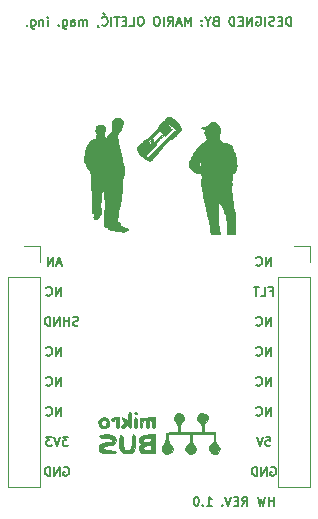
<source format=gbr>
G04 #@! TF.GenerationSoftware,KiCad,Pcbnew,(5.1.5)-3*
G04 #@! TF.CreationDate,2020-05-07T11:50:38+02:00*
G04 #@! TF.ProjectId,TPS16630_eFuse,54505331-3636-4333-905f-65467573652e,rev?*
G04 #@! TF.SameCoordinates,Original*
G04 #@! TF.FileFunction,Legend,Bot*
G04 #@! TF.FilePolarity,Positive*
%FSLAX46Y46*%
G04 Gerber Fmt 4.6, Leading zero omitted, Abs format (unit mm)*
G04 Created by KiCad (PCBNEW (5.1.5)-3) date 2020-05-07 11:50:38*
%MOMM*%
%LPD*%
G04 APERTURE LIST*
%ADD10C,0.150000*%
%ADD11C,0.010000*%
%ADD12C,0.120000*%
G04 APERTURE END LIST*
D10*
X72879857Y-133295571D02*
X73133857Y-133295571D01*
X73133857Y-133694714D02*
X73133857Y-132932714D01*
X72771000Y-132932714D01*
X72117857Y-133694714D02*
X72480714Y-133694714D01*
X72480714Y-132932714D01*
X71972714Y-132932714D02*
X71537285Y-132932714D01*
X71755000Y-133694714D02*
X71755000Y-132932714D01*
X72988714Y-131154714D02*
X72988714Y-130392714D01*
X72553285Y-131154714D01*
X72553285Y-130392714D01*
X71755000Y-131082142D02*
X71791285Y-131118428D01*
X71900142Y-131154714D01*
X71972714Y-131154714D01*
X72081571Y-131118428D01*
X72154142Y-131045857D01*
X72190428Y-130973285D01*
X72226714Y-130828142D01*
X72226714Y-130719285D01*
X72190428Y-130574142D01*
X72154142Y-130501571D01*
X72081571Y-130429000D01*
X71972714Y-130392714D01*
X71900142Y-130392714D01*
X71791285Y-130429000D01*
X71755000Y-130465285D01*
X72988714Y-136234714D02*
X72988714Y-135472714D01*
X72553285Y-136234714D01*
X72553285Y-135472714D01*
X71755000Y-136162142D02*
X71791285Y-136198428D01*
X71900142Y-136234714D01*
X71972714Y-136234714D01*
X72081571Y-136198428D01*
X72154142Y-136125857D01*
X72190428Y-136053285D01*
X72226714Y-135908142D01*
X72226714Y-135799285D01*
X72190428Y-135654142D01*
X72154142Y-135581571D01*
X72081571Y-135509000D01*
X71972714Y-135472714D01*
X71900142Y-135472714D01*
X71791285Y-135509000D01*
X71755000Y-135545285D01*
X72988714Y-138774714D02*
X72988714Y-138012714D01*
X72553285Y-138774714D01*
X72553285Y-138012714D01*
X71755000Y-138702142D02*
X71791285Y-138738428D01*
X71900142Y-138774714D01*
X71972714Y-138774714D01*
X72081571Y-138738428D01*
X72154142Y-138665857D01*
X72190428Y-138593285D01*
X72226714Y-138448142D01*
X72226714Y-138339285D01*
X72190428Y-138194142D01*
X72154142Y-138121571D01*
X72081571Y-138049000D01*
X71972714Y-138012714D01*
X71900142Y-138012714D01*
X71791285Y-138049000D01*
X71755000Y-138085285D01*
X72988714Y-141314714D02*
X72988714Y-140552714D01*
X72553285Y-141314714D01*
X72553285Y-140552714D01*
X71755000Y-141242142D02*
X71791285Y-141278428D01*
X71900142Y-141314714D01*
X71972714Y-141314714D01*
X72081571Y-141278428D01*
X72154142Y-141205857D01*
X72190428Y-141133285D01*
X72226714Y-140988142D01*
X72226714Y-140879285D01*
X72190428Y-140734142D01*
X72154142Y-140661571D01*
X72081571Y-140589000D01*
X71972714Y-140552714D01*
X71900142Y-140552714D01*
X71791285Y-140589000D01*
X71755000Y-140625285D01*
X72988714Y-143854714D02*
X72988714Y-143092714D01*
X72553285Y-143854714D01*
X72553285Y-143092714D01*
X71755000Y-143782142D02*
X71791285Y-143818428D01*
X71900142Y-143854714D01*
X71972714Y-143854714D01*
X72081571Y-143818428D01*
X72154142Y-143745857D01*
X72190428Y-143673285D01*
X72226714Y-143528142D01*
X72226714Y-143419285D01*
X72190428Y-143274142D01*
X72154142Y-143201571D01*
X72081571Y-143129000D01*
X71972714Y-143092714D01*
X71900142Y-143092714D01*
X71791285Y-143129000D01*
X71755000Y-143165285D01*
X72535142Y-145632714D02*
X72898000Y-145632714D01*
X72934285Y-145995571D01*
X72898000Y-145959285D01*
X72825428Y-145923000D01*
X72644000Y-145923000D01*
X72571428Y-145959285D01*
X72535142Y-145995571D01*
X72498857Y-146068142D01*
X72498857Y-146249571D01*
X72535142Y-146322142D01*
X72571428Y-146358428D01*
X72644000Y-146394714D01*
X72825428Y-146394714D01*
X72898000Y-146358428D01*
X72934285Y-146322142D01*
X72281142Y-145632714D02*
X72027142Y-146394714D01*
X71773142Y-145632714D01*
X72970571Y-148209000D02*
X73043142Y-148172714D01*
X73152000Y-148172714D01*
X73260857Y-148209000D01*
X73333428Y-148281571D01*
X73369714Y-148354142D01*
X73406000Y-148499285D01*
X73406000Y-148608142D01*
X73369714Y-148753285D01*
X73333428Y-148825857D01*
X73260857Y-148898428D01*
X73152000Y-148934714D01*
X73079428Y-148934714D01*
X72970571Y-148898428D01*
X72934285Y-148862142D01*
X72934285Y-148608142D01*
X73079428Y-148608142D01*
X72607714Y-148934714D02*
X72607714Y-148172714D01*
X72172285Y-148934714D01*
X72172285Y-148172714D01*
X71809428Y-148934714D02*
X71809428Y-148172714D01*
X71628000Y-148172714D01*
X71519142Y-148209000D01*
X71446571Y-148281571D01*
X71410285Y-148354142D01*
X71374000Y-148499285D01*
X71374000Y-148608142D01*
X71410285Y-148753285D01*
X71446571Y-148825857D01*
X71519142Y-148898428D01*
X71628000Y-148934714D01*
X71809428Y-148934714D01*
X55444571Y-148209000D02*
X55517142Y-148172714D01*
X55626000Y-148172714D01*
X55734857Y-148209000D01*
X55807428Y-148281571D01*
X55843714Y-148354142D01*
X55880000Y-148499285D01*
X55880000Y-148608142D01*
X55843714Y-148753285D01*
X55807428Y-148825857D01*
X55734857Y-148898428D01*
X55626000Y-148934714D01*
X55553428Y-148934714D01*
X55444571Y-148898428D01*
X55408285Y-148862142D01*
X55408285Y-148608142D01*
X55553428Y-148608142D01*
X55081714Y-148934714D02*
X55081714Y-148172714D01*
X54646285Y-148934714D01*
X54646285Y-148172714D01*
X54283428Y-148934714D02*
X54283428Y-148172714D01*
X54102000Y-148172714D01*
X53993142Y-148209000D01*
X53920571Y-148281571D01*
X53884285Y-148354142D01*
X53848000Y-148499285D01*
X53848000Y-148608142D01*
X53884285Y-148753285D01*
X53920571Y-148825857D01*
X53993142Y-148898428D01*
X54102000Y-148934714D01*
X54283428Y-148934714D01*
X55807428Y-145632714D02*
X55335714Y-145632714D01*
X55589714Y-145923000D01*
X55480857Y-145923000D01*
X55408285Y-145959285D01*
X55372000Y-145995571D01*
X55335714Y-146068142D01*
X55335714Y-146249571D01*
X55372000Y-146322142D01*
X55408285Y-146358428D01*
X55480857Y-146394714D01*
X55698571Y-146394714D01*
X55771142Y-146358428D01*
X55807428Y-146322142D01*
X55118000Y-145632714D02*
X54864000Y-146394714D01*
X54610000Y-145632714D01*
X54428571Y-145632714D02*
X53956857Y-145632714D01*
X54210857Y-145923000D01*
X54102000Y-145923000D01*
X54029428Y-145959285D01*
X53993142Y-145995571D01*
X53956857Y-146068142D01*
X53956857Y-146249571D01*
X53993142Y-146322142D01*
X54029428Y-146358428D01*
X54102000Y-146394714D01*
X54319714Y-146394714D01*
X54392285Y-146358428D01*
X54428571Y-146322142D01*
X55208714Y-143854714D02*
X55208714Y-143092714D01*
X54773285Y-143854714D01*
X54773285Y-143092714D01*
X53975000Y-143782142D02*
X54011285Y-143818428D01*
X54120142Y-143854714D01*
X54192714Y-143854714D01*
X54301571Y-143818428D01*
X54374142Y-143745857D01*
X54410428Y-143673285D01*
X54446714Y-143528142D01*
X54446714Y-143419285D01*
X54410428Y-143274142D01*
X54374142Y-143201571D01*
X54301571Y-143129000D01*
X54192714Y-143092714D01*
X54120142Y-143092714D01*
X54011285Y-143129000D01*
X53975000Y-143165285D01*
X55208714Y-141314714D02*
X55208714Y-140552714D01*
X54773285Y-141314714D01*
X54773285Y-140552714D01*
X53975000Y-141242142D02*
X54011285Y-141278428D01*
X54120142Y-141314714D01*
X54192714Y-141314714D01*
X54301571Y-141278428D01*
X54374142Y-141205857D01*
X54410428Y-141133285D01*
X54446714Y-140988142D01*
X54446714Y-140879285D01*
X54410428Y-140734142D01*
X54374142Y-140661571D01*
X54301571Y-140589000D01*
X54192714Y-140552714D01*
X54120142Y-140552714D01*
X54011285Y-140589000D01*
X53975000Y-140625285D01*
X55208714Y-138774714D02*
X55208714Y-138012714D01*
X54773285Y-138774714D01*
X54773285Y-138012714D01*
X53975000Y-138702142D02*
X54011285Y-138738428D01*
X54120142Y-138774714D01*
X54192714Y-138774714D01*
X54301571Y-138738428D01*
X54374142Y-138665857D01*
X54410428Y-138593285D01*
X54446714Y-138448142D01*
X54446714Y-138339285D01*
X54410428Y-138194142D01*
X54374142Y-138121571D01*
X54301571Y-138049000D01*
X54192714Y-138012714D01*
X54120142Y-138012714D01*
X54011285Y-138049000D01*
X53975000Y-138085285D01*
X56642000Y-136198428D02*
X56533142Y-136234714D01*
X56351714Y-136234714D01*
X56279142Y-136198428D01*
X56242857Y-136162142D01*
X56206571Y-136089571D01*
X56206571Y-136017000D01*
X56242857Y-135944428D01*
X56279142Y-135908142D01*
X56351714Y-135871857D01*
X56496857Y-135835571D01*
X56569428Y-135799285D01*
X56605714Y-135763000D01*
X56642000Y-135690428D01*
X56642000Y-135617857D01*
X56605714Y-135545285D01*
X56569428Y-135509000D01*
X56496857Y-135472714D01*
X56315428Y-135472714D01*
X56206571Y-135509000D01*
X55880000Y-136234714D02*
X55880000Y-135472714D01*
X55880000Y-135835571D02*
X55444571Y-135835571D01*
X55444571Y-136234714D02*
X55444571Y-135472714D01*
X55081714Y-136234714D02*
X55081714Y-135472714D01*
X54646285Y-136234714D01*
X54646285Y-135472714D01*
X54283428Y-136234714D02*
X54283428Y-135472714D01*
X54102000Y-135472714D01*
X53993142Y-135509000D01*
X53920571Y-135581571D01*
X53884285Y-135654142D01*
X53848000Y-135799285D01*
X53848000Y-135908142D01*
X53884285Y-136053285D01*
X53920571Y-136125857D01*
X53993142Y-136198428D01*
X54102000Y-136234714D01*
X54283428Y-136234714D01*
X55208714Y-133694714D02*
X55208714Y-132932714D01*
X54773285Y-133694714D01*
X54773285Y-132932714D01*
X53975000Y-133622142D02*
X54011285Y-133658428D01*
X54120142Y-133694714D01*
X54192714Y-133694714D01*
X54301571Y-133658428D01*
X54374142Y-133585857D01*
X54410428Y-133513285D01*
X54446714Y-133368142D01*
X54446714Y-133259285D01*
X54410428Y-133114142D01*
X54374142Y-133041571D01*
X54301571Y-132969000D01*
X54192714Y-132932714D01*
X54120142Y-132932714D01*
X54011285Y-132969000D01*
X53975000Y-133005285D01*
X55190571Y-130937000D02*
X54827714Y-130937000D01*
X55263142Y-131154714D02*
X55009142Y-130392714D01*
X54755142Y-131154714D01*
X54501142Y-131154714D02*
X54501142Y-130392714D01*
X54065714Y-131154714D01*
X54065714Y-130392714D01*
X74676000Y-110834714D02*
X74676000Y-110072714D01*
X74494571Y-110072714D01*
X74385714Y-110109000D01*
X74313142Y-110181571D01*
X74276857Y-110254142D01*
X74240571Y-110399285D01*
X74240571Y-110508142D01*
X74276857Y-110653285D01*
X74313142Y-110725857D01*
X74385714Y-110798428D01*
X74494571Y-110834714D01*
X74676000Y-110834714D01*
X73914000Y-110435571D02*
X73660000Y-110435571D01*
X73551142Y-110834714D02*
X73914000Y-110834714D01*
X73914000Y-110072714D01*
X73551142Y-110072714D01*
X73260857Y-110798428D02*
X73152000Y-110834714D01*
X72970571Y-110834714D01*
X72898000Y-110798428D01*
X72861714Y-110762142D01*
X72825428Y-110689571D01*
X72825428Y-110617000D01*
X72861714Y-110544428D01*
X72898000Y-110508142D01*
X72970571Y-110471857D01*
X73115714Y-110435571D01*
X73188285Y-110399285D01*
X73224571Y-110363000D01*
X73260857Y-110290428D01*
X73260857Y-110217857D01*
X73224571Y-110145285D01*
X73188285Y-110109000D01*
X73115714Y-110072714D01*
X72934285Y-110072714D01*
X72825428Y-110109000D01*
X72498857Y-110834714D02*
X72498857Y-110072714D01*
X71736857Y-110109000D02*
X71809428Y-110072714D01*
X71918285Y-110072714D01*
X72027142Y-110109000D01*
X72099714Y-110181571D01*
X72136000Y-110254142D01*
X72172285Y-110399285D01*
X72172285Y-110508142D01*
X72136000Y-110653285D01*
X72099714Y-110725857D01*
X72027142Y-110798428D01*
X71918285Y-110834714D01*
X71845714Y-110834714D01*
X71736857Y-110798428D01*
X71700571Y-110762142D01*
X71700571Y-110508142D01*
X71845714Y-110508142D01*
X71374000Y-110834714D02*
X71374000Y-110072714D01*
X70938571Y-110834714D01*
X70938571Y-110072714D01*
X70575714Y-110435571D02*
X70321714Y-110435571D01*
X70212857Y-110834714D02*
X70575714Y-110834714D01*
X70575714Y-110072714D01*
X70212857Y-110072714D01*
X69886285Y-110834714D02*
X69886285Y-110072714D01*
X69704857Y-110072714D01*
X69596000Y-110109000D01*
X69523428Y-110181571D01*
X69487142Y-110254142D01*
X69450857Y-110399285D01*
X69450857Y-110508142D01*
X69487142Y-110653285D01*
X69523428Y-110725857D01*
X69596000Y-110798428D01*
X69704857Y-110834714D01*
X69886285Y-110834714D01*
X68289714Y-110435571D02*
X68180857Y-110471857D01*
X68144571Y-110508142D01*
X68108285Y-110580714D01*
X68108285Y-110689571D01*
X68144571Y-110762142D01*
X68180857Y-110798428D01*
X68253428Y-110834714D01*
X68543714Y-110834714D01*
X68543714Y-110072714D01*
X68289714Y-110072714D01*
X68217142Y-110109000D01*
X68180857Y-110145285D01*
X68144571Y-110217857D01*
X68144571Y-110290428D01*
X68180857Y-110363000D01*
X68217142Y-110399285D01*
X68289714Y-110435571D01*
X68543714Y-110435571D01*
X67636571Y-110471857D02*
X67636571Y-110834714D01*
X67890571Y-110072714D02*
X67636571Y-110471857D01*
X67382571Y-110072714D01*
X67128571Y-110762142D02*
X67092285Y-110798428D01*
X67128571Y-110834714D01*
X67164857Y-110798428D01*
X67128571Y-110762142D01*
X67128571Y-110834714D01*
X67128571Y-110363000D02*
X67092285Y-110399285D01*
X67128571Y-110435571D01*
X67164857Y-110399285D01*
X67128571Y-110363000D01*
X67128571Y-110435571D01*
X66185142Y-110834714D02*
X66185142Y-110072714D01*
X65931142Y-110617000D01*
X65677142Y-110072714D01*
X65677142Y-110834714D01*
X65350571Y-110617000D02*
X64987714Y-110617000D01*
X65423142Y-110834714D02*
X65169142Y-110072714D01*
X64915142Y-110834714D01*
X64225714Y-110834714D02*
X64479714Y-110471857D01*
X64661142Y-110834714D02*
X64661142Y-110072714D01*
X64370857Y-110072714D01*
X64298285Y-110109000D01*
X64262000Y-110145285D01*
X64225714Y-110217857D01*
X64225714Y-110326714D01*
X64262000Y-110399285D01*
X64298285Y-110435571D01*
X64370857Y-110471857D01*
X64661142Y-110471857D01*
X63899142Y-110834714D02*
X63899142Y-110072714D01*
X63391142Y-110072714D02*
X63246000Y-110072714D01*
X63173428Y-110109000D01*
X63100857Y-110181571D01*
X63064571Y-110326714D01*
X63064571Y-110580714D01*
X63100857Y-110725857D01*
X63173428Y-110798428D01*
X63246000Y-110834714D01*
X63391142Y-110834714D01*
X63463714Y-110798428D01*
X63536285Y-110725857D01*
X63572571Y-110580714D01*
X63572571Y-110326714D01*
X63536285Y-110181571D01*
X63463714Y-110109000D01*
X63391142Y-110072714D01*
X62012285Y-110072714D02*
X61867142Y-110072714D01*
X61794571Y-110109000D01*
X61722000Y-110181571D01*
X61685714Y-110326714D01*
X61685714Y-110580714D01*
X61722000Y-110725857D01*
X61794571Y-110798428D01*
X61867142Y-110834714D01*
X62012285Y-110834714D01*
X62084857Y-110798428D01*
X62157428Y-110725857D01*
X62193714Y-110580714D01*
X62193714Y-110326714D01*
X62157428Y-110181571D01*
X62084857Y-110109000D01*
X62012285Y-110072714D01*
X60996285Y-110834714D02*
X61359142Y-110834714D01*
X61359142Y-110072714D01*
X60742285Y-110435571D02*
X60488285Y-110435571D01*
X60379428Y-110834714D02*
X60742285Y-110834714D01*
X60742285Y-110072714D01*
X60379428Y-110072714D01*
X60161714Y-110072714D02*
X59726285Y-110072714D01*
X59944000Y-110834714D02*
X59944000Y-110072714D01*
X59472285Y-110834714D02*
X59472285Y-110072714D01*
X58674000Y-110762142D02*
X58710285Y-110798428D01*
X58819142Y-110834714D01*
X58891714Y-110834714D01*
X59000571Y-110798428D01*
X59073142Y-110725857D01*
X59109428Y-110653285D01*
X59145714Y-110508142D01*
X59145714Y-110399285D01*
X59109428Y-110254142D01*
X59073142Y-110181571D01*
X59000571Y-110109000D01*
X58891714Y-110072714D01*
X58819142Y-110072714D01*
X58710285Y-110109000D01*
X58674000Y-110145285D01*
X58782857Y-109782428D02*
X58891714Y-109891285D01*
X58311142Y-110798428D02*
X58311142Y-110834714D01*
X58347428Y-110907285D01*
X58383714Y-110943571D01*
X57404000Y-110834714D02*
X57404000Y-110326714D01*
X57404000Y-110399285D02*
X57367714Y-110363000D01*
X57295142Y-110326714D01*
X57186285Y-110326714D01*
X57113714Y-110363000D01*
X57077428Y-110435571D01*
X57077428Y-110834714D01*
X57077428Y-110435571D02*
X57041142Y-110363000D01*
X56968571Y-110326714D01*
X56859714Y-110326714D01*
X56787142Y-110363000D01*
X56750857Y-110435571D01*
X56750857Y-110834714D01*
X56061428Y-110834714D02*
X56061428Y-110435571D01*
X56097714Y-110363000D01*
X56170285Y-110326714D01*
X56315428Y-110326714D01*
X56388000Y-110363000D01*
X56061428Y-110798428D02*
X56134000Y-110834714D01*
X56315428Y-110834714D01*
X56388000Y-110798428D01*
X56424285Y-110725857D01*
X56424285Y-110653285D01*
X56388000Y-110580714D01*
X56315428Y-110544428D01*
X56134000Y-110544428D01*
X56061428Y-110508142D01*
X55372000Y-110326714D02*
X55372000Y-110943571D01*
X55408285Y-111016142D01*
X55444571Y-111052428D01*
X55517142Y-111088714D01*
X55626000Y-111088714D01*
X55698571Y-111052428D01*
X55372000Y-110798428D02*
X55444571Y-110834714D01*
X55589714Y-110834714D01*
X55662285Y-110798428D01*
X55698571Y-110762142D01*
X55734857Y-110689571D01*
X55734857Y-110471857D01*
X55698571Y-110399285D01*
X55662285Y-110363000D01*
X55589714Y-110326714D01*
X55444571Y-110326714D01*
X55372000Y-110363000D01*
X55009142Y-110762142D02*
X54972857Y-110798428D01*
X55009142Y-110834714D01*
X55045428Y-110798428D01*
X55009142Y-110762142D01*
X55009142Y-110834714D01*
X54065714Y-110834714D02*
X54065714Y-110326714D01*
X54065714Y-110072714D02*
X54102000Y-110109000D01*
X54065714Y-110145285D01*
X54029428Y-110109000D01*
X54065714Y-110072714D01*
X54065714Y-110145285D01*
X53702857Y-110326714D02*
X53702857Y-110834714D01*
X53702857Y-110399285D02*
X53666571Y-110363000D01*
X53594000Y-110326714D01*
X53485142Y-110326714D01*
X53412571Y-110363000D01*
X53376285Y-110435571D01*
X53376285Y-110834714D01*
X52686857Y-110326714D02*
X52686857Y-110943571D01*
X52723142Y-111016142D01*
X52759428Y-111052428D01*
X52832000Y-111088714D01*
X52940857Y-111088714D01*
X53013428Y-111052428D01*
X52686857Y-110798428D02*
X52759428Y-110834714D01*
X52904571Y-110834714D01*
X52977142Y-110798428D01*
X53013428Y-110762142D01*
X53049714Y-110689571D01*
X53049714Y-110471857D01*
X53013428Y-110399285D01*
X52977142Y-110363000D01*
X52904571Y-110326714D01*
X52759428Y-110326714D01*
X52686857Y-110363000D01*
X52324000Y-110762142D02*
X52287714Y-110798428D01*
X52324000Y-110834714D01*
X52360285Y-110798428D01*
X52324000Y-110762142D01*
X52324000Y-110834714D01*
X73224571Y-151474714D02*
X73224571Y-150712714D01*
X73224571Y-151075571D02*
X72789142Y-151075571D01*
X72789142Y-151474714D02*
X72789142Y-150712714D01*
X72498857Y-150712714D02*
X72317428Y-151474714D01*
X72172285Y-150930428D01*
X72027142Y-151474714D01*
X71845714Y-150712714D01*
X70539428Y-151474714D02*
X70793428Y-151111857D01*
X70974857Y-151474714D02*
X70974857Y-150712714D01*
X70684571Y-150712714D01*
X70612000Y-150749000D01*
X70575714Y-150785285D01*
X70539428Y-150857857D01*
X70539428Y-150966714D01*
X70575714Y-151039285D01*
X70612000Y-151075571D01*
X70684571Y-151111857D01*
X70974857Y-151111857D01*
X70212857Y-151075571D02*
X69958857Y-151075571D01*
X69850000Y-151474714D02*
X70212857Y-151474714D01*
X70212857Y-150712714D01*
X69850000Y-150712714D01*
X69632285Y-150712714D02*
X69378285Y-151474714D01*
X69124285Y-150712714D01*
X68870285Y-151402142D02*
X68834000Y-151438428D01*
X68870285Y-151474714D01*
X68906571Y-151438428D01*
X68870285Y-151402142D01*
X68870285Y-151474714D01*
X67527714Y-151474714D02*
X67963142Y-151474714D01*
X67745428Y-151474714D02*
X67745428Y-150712714D01*
X67818000Y-150821571D01*
X67890571Y-150894142D01*
X67963142Y-150930428D01*
X67201142Y-151402142D02*
X67164857Y-151438428D01*
X67201142Y-151474714D01*
X67237428Y-151438428D01*
X67201142Y-151402142D01*
X67201142Y-151474714D01*
X66693142Y-150712714D02*
X66620571Y-150712714D01*
X66548000Y-150749000D01*
X66511714Y-150785285D01*
X66475428Y-150857857D01*
X66439142Y-151003000D01*
X66439142Y-151184428D01*
X66475428Y-151329571D01*
X66511714Y-151402142D01*
X66548000Y-151438428D01*
X66620571Y-151474714D01*
X66693142Y-151474714D01*
X66765714Y-151438428D01*
X66802000Y-151402142D01*
X66838285Y-151329571D01*
X66874571Y-151184428D01*
X66874571Y-151003000D01*
X66838285Y-150857857D01*
X66802000Y-150785285D01*
X66765714Y-150749000D01*
X66693142Y-150712714D01*
D11*
G36*
X63811152Y-120091202D02*
G01*
X63766103Y-120047538D01*
X63452077Y-120359899D01*
X63138050Y-120672260D01*
X63069925Y-120635730D01*
X63026385Y-120615733D01*
X62985527Y-120602464D01*
X62963773Y-120599200D01*
X62937626Y-120596901D01*
X62930480Y-120585056D01*
X62934073Y-120564275D01*
X62947810Y-120528396D01*
X62967580Y-120494425D01*
X62983440Y-120470899D01*
X62984277Y-120461337D01*
X62970465Y-120459501D01*
X62969672Y-120459500D01*
X62932767Y-120467998D01*
X62888468Y-120489617D01*
X62846316Y-120518552D01*
X62815853Y-120548996D01*
X62811357Y-120555854D01*
X62786605Y-120623950D01*
X62783440Y-120701893D01*
X62800141Y-120780157D01*
X62822264Y-120832681D01*
X62852990Y-120888275D01*
X62873145Y-120917959D01*
X62903955Y-120953422D01*
X62943359Y-120991552D01*
X62985872Y-121027868D01*
X63026008Y-121057889D01*
X63058278Y-121077133D01*
X63073741Y-121081800D01*
X63087915Y-121073270D01*
X63115491Y-121050151D01*
X63152254Y-121016156D01*
X63186945Y-120982117D01*
X63286043Y-120882434D01*
X63267318Y-120837618D01*
X63251218Y-120805854D01*
X63235580Y-120785108D01*
X63233154Y-120783260D01*
X63237361Y-120771500D01*
X63260053Y-120742585D01*
X63301108Y-120696648D01*
X63360403Y-120633821D01*
X63437816Y-120554238D01*
X63533223Y-120458032D01*
X63536959Y-120454292D01*
X63856202Y-120134866D01*
X63811152Y-120091202D01*
G37*
X63811152Y-120091202D02*
X63766103Y-120047538D01*
X63452077Y-120359899D01*
X63138050Y-120672260D01*
X63069925Y-120635730D01*
X63026385Y-120615733D01*
X62985527Y-120602464D01*
X62963773Y-120599200D01*
X62937626Y-120596901D01*
X62930480Y-120585056D01*
X62934073Y-120564275D01*
X62947810Y-120528396D01*
X62967580Y-120494425D01*
X62983440Y-120470899D01*
X62984277Y-120461337D01*
X62970465Y-120459501D01*
X62969672Y-120459500D01*
X62932767Y-120467998D01*
X62888468Y-120489617D01*
X62846316Y-120518552D01*
X62815853Y-120548996D01*
X62811357Y-120555854D01*
X62786605Y-120623950D01*
X62783440Y-120701893D01*
X62800141Y-120780157D01*
X62822264Y-120832681D01*
X62852990Y-120888275D01*
X62873145Y-120917959D01*
X62903955Y-120953422D01*
X62943359Y-120991552D01*
X62985872Y-121027868D01*
X63026008Y-121057889D01*
X63058278Y-121077133D01*
X63073741Y-121081800D01*
X63087915Y-121073270D01*
X63115491Y-121050151D01*
X63152254Y-121016156D01*
X63186945Y-120982117D01*
X63286043Y-120882434D01*
X63267318Y-120837618D01*
X63251218Y-120805854D01*
X63235580Y-120785108D01*
X63233154Y-120783260D01*
X63237361Y-120771500D01*
X63260053Y-120742585D01*
X63301108Y-120696648D01*
X63360403Y-120633821D01*
X63437816Y-120554238D01*
X63533223Y-120458032D01*
X63536959Y-120454292D01*
X63856202Y-120134866D01*
X63811152Y-120091202D01*
G36*
X65350967Y-119494693D02*
G01*
X65317107Y-119403515D01*
X65265339Y-119303506D01*
X65196578Y-119196649D01*
X65111740Y-119084925D01*
X65093200Y-119062500D01*
X64996699Y-118954986D01*
X64895394Y-118856145D01*
X64791698Y-118767493D01*
X64688024Y-118690546D01*
X64586784Y-118626820D01*
X64490391Y-118577832D01*
X64401257Y-118545098D01*
X64321794Y-118530133D01*
X64254415Y-118534455D01*
X64253376Y-118534707D01*
X64236925Y-118545371D01*
X64205148Y-118571863D01*
X64160451Y-118611822D01*
X64105240Y-118662888D01*
X64041918Y-118722702D01*
X63972893Y-118788904D01*
X63900570Y-118859133D01*
X63827353Y-118931030D01*
X63755649Y-119002235D01*
X63687863Y-119070389D01*
X63626400Y-119133130D01*
X63573665Y-119188100D01*
X63532065Y-119232939D01*
X63504004Y-119265287D01*
X63492727Y-119280945D01*
X63480908Y-119316330D01*
X63474822Y-119360003D01*
X63474600Y-119368757D01*
X63474368Y-119380277D01*
X63472765Y-119391468D01*
X63468434Y-119403840D01*
X63460017Y-119418902D01*
X63446156Y-119438164D01*
X63425493Y-119463134D01*
X63396671Y-119495321D01*
X63358332Y-119536235D01*
X63309117Y-119587385D01*
X63247670Y-119650280D01*
X63172631Y-119726429D01*
X63082644Y-119817342D01*
X62976351Y-119924527D01*
X62957075Y-119943957D01*
X62847767Y-120054098D01*
X62754797Y-120147591D01*
X62676638Y-120225841D01*
X62611763Y-120290253D01*
X62558643Y-120342233D01*
X62515752Y-120383187D01*
X62481562Y-120414519D01*
X62454544Y-120437637D01*
X62433172Y-120453944D01*
X62415918Y-120464848D01*
X62401254Y-120471753D01*
X62387653Y-120476065D01*
X62375891Y-120478720D01*
X62327827Y-120492482D01*
X62282018Y-120511670D01*
X62267941Y-120519511D01*
X62248255Y-120535164D01*
X62213280Y-120566502D01*
X62165550Y-120611114D01*
X62107597Y-120666586D01*
X62041955Y-120730506D01*
X61971155Y-120800460D01*
X61932681Y-120838883D01*
X61641711Y-121130546D01*
X61637578Y-121198248D01*
X61638445Y-121248946D01*
X61645406Y-121298982D01*
X61650153Y-121317114D01*
X61692847Y-121419200D01*
X61755230Y-121528593D01*
X61834029Y-121641748D01*
X61925969Y-121755120D01*
X62027774Y-121865163D01*
X62136171Y-121968332D01*
X62247885Y-122061083D01*
X62359640Y-122139868D01*
X62465547Y-122199870D01*
X62526248Y-122225717D01*
X62526248Y-121970800D01*
X62502380Y-121963206D01*
X62467496Y-121943432D01*
X62434341Y-121919705D01*
X62408997Y-121899605D01*
X62389343Y-121881946D01*
X62376542Y-121864762D01*
X62371760Y-121846087D01*
X62376158Y-121823957D01*
X62390903Y-121796405D01*
X62417156Y-121761465D01*
X62456082Y-121717173D01*
X62508845Y-121661562D01*
X62576609Y-121592668D01*
X62660538Y-121508524D01*
X62702879Y-121466171D01*
X63036057Y-121132814D01*
X63004504Y-121111071D01*
X62942447Y-121061239D01*
X62874418Y-120994811D01*
X62805747Y-120917934D01*
X62741762Y-120836761D01*
X62687792Y-120757440D01*
X62666615Y-120721108D01*
X62632728Y-120658866D01*
X63117186Y-120176275D01*
X63601643Y-119693684D01*
X63686821Y-119806717D01*
X63719626Y-119847877D01*
X63761135Y-119896449D01*
X63808061Y-119948979D01*
X63857118Y-120002012D01*
X63905020Y-120052096D01*
X63948480Y-120095776D01*
X63984211Y-120129599D01*
X64008926Y-120150111D01*
X64017960Y-120154700D01*
X64028887Y-120146042D01*
X64055483Y-120121501D01*
X64095531Y-120083227D01*
X64146812Y-120033369D01*
X64207108Y-119974077D01*
X64274199Y-119907501D01*
X64311362Y-119870390D01*
X64595461Y-119586080D01*
X64540869Y-119537015D01*
X64468791Y-119464251D01*
X64400144Y-119380214D01*
X64338993Y-119290979D01*
X64289401Y-119202621D01*
X64255432Y-119121215D01*
X64249574Y-119101617D01*
X64241466Y-119065698D01*
X64242964Y-119043688D01*
X64255445Y-119025464D01*
X64260663Y-119020093D01*
X64280328Y-119003289D01*
X64290665Y-118999706D01*
X64373831Y-119108611D01*
X64468811Y-119216994D01*
X64571977Y-119321702D01*
X64679703Y-119419582D01*
X64788359Y-119507482D01*
X64894319Y-119582247D01*
X64993953Y-119640727D01*
X65065779Y-119673326D01*
X65139307Y-119701411D01*
X65104677Y-119737556D01*
X65076915Y-119761097D01*
X65046142Y-119771614D01*
X65009401Y-119773700D01*
X64962190Y-119768915D01*
X64907477Y-119756667D01*
X64876851Y-119746798D01*
X64804948Y-119719896D01*
X63679232Y-120845348D01*
X63495415Y-121028962D01*
X63328982Y-121194869D01*
X63179516Y-121343478D01*
X63046597Y-121475197D01*
X62929807Y-121590435D01*
X62828726Y-121689601D01*
X62742936Y-121773104D01*
X62672018Y-121841353D01*
X62615554Y-121894756D01*
X62573124Y-121933722D01*
X62544309Y-121958661D01*
X62528691Y-121969980D01*
X62526248Y-121970800D01*
X62526248Y-122225717D01*
X62564110Y-122241840D01*
X62648068Y-122264229D01*
X62716909Y-122266919D01*
X62740107Y-122262451D01*
X62757922Y-122253833D01*
X62784212Y-122234828D01*
X62820493Y-122204050D01*
X62868282Y-122160107D01*
X62929094Y-122101613D01*
X63004446Y-122027179D01*
X63082648Y-121948738D01*
X63165765Y-121864673D01*
X63232661Y-121796253D01*
X63285232Y-121741321D01*
X63325375Y-121697720D01*
X63354986Y-121663292D01*
X63375960Y-121635881D01*
X63390195Y-121613327D01*
X63399586Y-121593475D01*
X63402899Y-121584363D01*
X63415071Y-121543026D01*
X63422606Y-121508024D01*
X63423800Y-121495819D01*
X63432988Y-121480235D01*
X63460520Y-121447183D01*
X63506348Y-121396714D01*
X63570422Y-121328879D01*
X63652695Y-121243729D01*
X63753119Y-121141314D01*
X63871646Y-121021685D01*
X63947469Y-120945632D01*
X64471138Y-120421400D01*
X64525950Y-120421400D01*
X64569426Y-120417102D01*
X64608196Y-120406451D01*
X64615056Y-120403274D01*
X64635260Y-120388260D01*
X64669912Y-120357713D01*
X64716651Y-120314038D01*
X64773117Y-120259640D01*
X64836952Y-120196925D01*
X64905795Y-120128298D01*
X64977286Y-120056164D01*
X65049065Y-119982930D01*
X65118772Y-119911000D01*
X65184049Y-119842780D01*
X65242533Y-119780676D01*
X65291867Y-119727092D01*
X65329690Y-119684434D01*
X65353641Y-119655109D01*
X65361294Y-119642625D01*
X65366001Y-119575057D01*
X65350967Y-119494693D01*
G37*
X65350967Y-119494693D02*
X65317107Y-119403515D01*
X65265339Y-119303506D01*
X65196578Y-119196649D01*
X65111740Y-119084925D01*
X65093200Y-119062500D01*
X64996699Y-118954986D01*
X64895394Y-118856145D01*
X64791698Y-118767493D01*
X64688024Y-118690546D01*
X64586784Y-118626820D01*
X64490391Y-118577832D01*
X64401257Y-118545098D01*
X64321794Y-118530133D01*
X64254415Y-118534455D01*
X64253376Y-118534707D01*
X64236925Y-118545371D01*
X64205148Y-118571863D01*
X64160451Y-118611822D01*
X64105240Y-118662888D01*
X64041918Y-118722702D01*
X63972893Y-118788904D01*
X63900570Y-118859133D01*
X63827353Y-118931030D01*
X63755649Y-119002235D01*
X63687863Y-119070389D01*
X63626400Y-119133130D01*
X63573665Y-119188100D01*
X63532065Y-119232939D01*
X63504004Y-119265287D01*
X63492727Y-119280945D01*
X63480908Y-119316330D01*
X63474822Y-119360003D01*
X63474600Y-119368757D01*
X63474368Y-119380277D01*
X63472765Y-119391468D01*
X63468434Y-119403840D01*
X63460017Y-119418902D01*
X63446156Y-119438164D01*
X63425493Y-119463134D01*
X63396671Y-119495321D01*
X63358332Y-119536235D01*
X63309117Y-119587385D01*
X63247670Y-119650280D01*
X63172631Y-119726429D01*
X63082644Y-119817342D01*
X62976351Y-119924527D01*
X62957075Y-119943957D01*
X62847767Y-120054098D01*
X62754797Y-120147591D01*
X62676638Y-120225841D01*
X62611763Y-120290253D01*
X62558643Y-120342233D01*
X62515752Y-120383187D01*
X62481562Y-120414519D01*
X62454544Y-120437637D01*
X62433172Y-120453944D01*
X62415918Y-120464848D01*
X62401254Y-120471753D01*
X62387653Y-120476065D01*
X62375891Y-120478720D01*
X62327827Y-120492482D01*
X62282018Y-120511670D01*
X62267941Y-120519511D01*
X62248255Y-120535164D01*
X62213280Y-120566502D01*
X62165550Y-120611114D01*
X62107597Y-120666586D01*
X62041955Y-120730506D01*
X61971155Y-120800460D01*
X61932681Y-120838883D01*
X61641711Y-121130546D01*
X61637578Y-121198248D01*
X61638445Y-121248946D01*
X61645406Y-121298982D01*
X61650153Y-121317114D01*
X61692847Y-121419200D01*
X61755230Y-121528593D01*
X61834029Y-121641748D01*
X61925969Y-121755120D01*
X62027774Y-121865163D01*
X62136171Y-121968332D01*
X62247885Y-122061083D01*
X62359640Y-122139868D01*
X62465547Y-122199870D01*
X62526248Y-122225717D01*
X62526248Y-121970800D01*
X62502380Y-121963206D01*
X62467496Y-121943432D01*
X62434341Y-121919705D01*
X62408997Y-121899605D01*
X62389343Y-121881946D01*
X62376542Y-121864762D01*
X62371760Y-121846087D01*
X62376158Y-121823957D01*
X62390903Y-121796405D01*
X62417156Y-121761465D01*
X62456082Y-121717173D01*
X62508845Y-121661562D01*
X62576609Y-121592668D01*
X62660538Y-121508524D01*
X62702879Y-121466171D01*
X63036057Y-121132814D01*
X63004504Y-121111071D01*
X62942447Y-121061239D01*
X62874418Y-120994811D01*
X62805747Y-120917934D01*
X62741762Y-120836761D01*
X62687792Y-120757440D01*
X62666615Y-120721108D01*
X62632728Y-120658866D01*
X63117186Y-120176275D01*
X63601643Y-119693684D01*
X63686821Y-119806717D01*
X63719626Y-119847877D01*
X63761135Y-119896449D01*
X63808061Y-119948979D01*
X63857118Y-120002012D01*
X63905020Y-120052096D01*
X63948480Y-120095776D01*
X63984211Y-120129599D01*
X64008926Y-120150111D01*
X64017960Y-120154700D01*
X64028887Y-120146042D01*
X64055483Y-120121501D01*
X64095531Y-120083227D01*
X64146812Y-120033369D01*
X64207108Y-119974077D01*
X64274199Y-119907501D01*
X64311362Y-119870390D01*
X64595461Y-119586080D01*
X64540869Y-119537015D01*
X64468791Y-119464251D01*
X64400144Y-119380214D01*
X64338993Y-119290979D01*
X64289401Y-119202621D01*
X64255432Y-119121215D01*
X64249574Y-119101617D01*
X64241466Y-119065698D01*
X64242964Y-119043688D01*
X64255445Y-119025464D01*
X64260663Y-119020093D01*
X64280328Y-119003289D01*
X64290665Y-118999706D01*
X64373831Y-119108611D01*
X64468811Y-119216994D01*
X64571977Y-119321702D01*
X64679703Y-119419582D01*
X64788359Y-119507482D01*
X64894319Y-119582247D01*
X64993953Y-119640727D01*
X65065779Y-119673326D01*
X65139307Y-119701411D01*
X65104677Y-119737556D01*
X65076915Y-119761097D01*
X65046142Y-119771614D01*
X65009401Y-119773700D01*
X64962190Y-119768915D01*
X64907477Y-119756667D01*
X64876851Y-119746798D01*
X64804948Y-119719896D01*
X63679232Y-120845348D01*
X63495415Y-121028962D01*
X63328982Y-121194869D01*
X63179516Y-121343478D01*
X63046597Y-121475197D01*
X62929807Y-121590435D01*
X62828726Y-121689601D01*
X62742936Y-121773104D01*
X62672018Y-121841353D01*
X62615554Y-121894756D01*
X62573124Y-121933722D01*
X62544309Y-121958661D01*
X62528691Y-121969980D01*
X62526248Y-121970800D01*
X62526248Y-122225717D01*
X62564110Y-122241840D01*
X62648068Y-122264229D01*
X62716909Y-122266919D01*
X62740107Y-122262451D01*
X62757922Y-122253833D01*
X62784212Y-122234828D01*
X62820493Y-122204050D01*
X62868282Y-122160107D01*
X62929094Y-122101613D01*
X63004446Y-122027179D01*
X63082648Y-121948738D01*
X63165765Y-121864673D01*
X63232661Y-121796253D01*
X63285232Y-121741321D01*
X63325375Y-121697720D01*
X63354986Y-121663292D01*
X63375960Y-121635881D01*
X63390195Y-121613327D01*
X63399586Y-121593475D01*
X63402899Y-121584363D01*
X63415071Y-121543026D01*
X63422606Y-121508024D01*
X63423800Y-121495819D01*
X63432988Y-121480235D01*
X63460520Y-121447183D01*
X63506348Y-121396714D01*
X63570422Y-121328879D01*
X63652695Y-121243729D01*
X63753119Y-121141314D01*
X63871646Y-121021685D01*
X63947469Y-120945632D01*
X64471138Y-120421400D01*
X64525950Y-120421400D01*
X64569426Y-120417102D01*
X64608196Y-120406451D01*
X64615056Y-120403274D01*
X64635260Y-120388260D01*
X64669912Y-120357713D01*
X64716651Y-120314038D01*
X64773117Y-120259640D01*
X64836952Y-120196925D01*
X64905795Y-120128298D01*
X64977286Y-120056164D01*
X65049065Y-119982930D01*
X65118772Y-119911000D01*
X65184049Y-119842780D01*
X65242533Y-119780676D01*
X65291867Y-119727092D01*
X65329690Y-119684434D01*
X65353641Y-119655109D01*
X65361294Y-119642625D01*
X65366001Y-119575057D01*
X65350967Y-119494693D01*
G36*
X65108996Y-143596454D02*
G01*
X64981667Y-143671547D01*
X64817299Y-143859315D01*
X64766079Y-144093567D01*
X64831496Y-144312737D01*
X64939333Y-144418649D01*
X65059168Y-144550996D01*
X65106049Y-144778781D01*
X65108667Y-144880808D01*
X65108667Y-145237216D01*
X64621833Y-145262608D01*
X64135000Y-145288000D01*
X64108380Y-145710121D01*
X64043270Y-146077962D01*
X63917880Y-146284919D01*
X63783753Y-146500710D01*
X63772071Y-146740060D01*
X63866453Y-146952172D01*
X64050522Y-147086253D01*
X64183381Y-147108333D01*
X64375167Y-147043320D01*
X64560260Y-146888528D01*
X64674146Y-146704327D01*
X64685333Y-146638624D01*
X64627181Y-146494741D01*
X64485964Y-146323032D01*
X64473667Y-146311415D01*
X64318962Y-146108444D01*
X64263806Y-145844989D01*
X64262000Y-145765124D01*
X64262000Y-145415000D01*
X66124667Y-145415000D01*
X66124667Y-145765124D01*
X66088638Y-146054416D01*
X65960271Y-146264620D01*
X65913000Y-146311415D01*
X65767645Y-146482128D01*
X65701689Y-146630681D01*
X65701334Y-146638624D01*
X65770809Y-146818090D01*
X65936227Y-146991294D01*
X66133072Y-147097864D01*
X66203286Y-147108333D01*
X66431519Y-147039067D01*
X66576193Y-146865102D01*
X66620899Y-146637187D01*
X66549229Y-146406072D01*
X66463333Y-146304000D01*
X66335834Y-146106761D01*
X66294096Y-145802453D01*
X66294000Y-145782878D01*
X66294000Y-145415000D01*
X68156667Y-145415000D01*
X68156667Y-145762648D01*
X68126910Y-146031858D01*
X68017368Y-146212954D01*
X67945000Y-146276793D01*
X67772740Y-146495679D01*
X67749164Y-146737384D01*
X67877831Y-146958607D01*
X67888167Y-146968211D01*
X68130219Y-147094614D01*
X68375317Y-147065153D01*
X68524545Y-146953500D01*
X68651682Y-146711302D01*
X68615101Y-146467605D01*
X68453000Y-146276793D01*
X68321340Y-146142429D01*
X68258242Y-145969975D01*
X68241365Y-145696222D01*
X68241333Y-145677981D01*
X68241333Y-145245667D01*
X67310000Y-145245667D01*
X67310000Y-144883483D01*
X67346782Y-144580487D01*
X67467204Y-144387069D01*
X67479333Y-144376312D01*
X67627238Y-144156586D01*
X67626337Y-143914863D01*
X67480015Y-143703386D01*
X67433532Y-143669275D01*
X67179677Y-143586679D01*
X66947189Y-143653002D01*
X66782215Y-143849653D01*
X66749182Y-143944964D01*
X66737687Y-144134605D01*
X66837691Y-144294400D01*
X66916180Y-144367115D01*
X67077506Y-144556956D01*
X67137321Y-144796755D01*
X67140667Y-144902939D01*
X67140667Y-145245667D01*
X65278000Y-145245667D01*
X65278000Y-144885033D01*
X65304387Y-144615217D01*
X65395864Y-144457307D01*
X65447333Y-144418649D01*
X65591095Y-144242768D01*
X65615935Y-144011451D01*
X65525340Y-143786262D01*
X65405000Y-143671547D01*
X65239291Y-143581965D01*
X65108996Y-143596454D01*
G37*
X65108996Y-143596454D02*
X64981667Y-143671547D01*
X64817299Y-143859315D01*
X64766079Y-144093567D01*
X64831496Y-144312737D01*
X64939333Y-144418649D01*
X65059168Y-144550996D01*
X65106049Y-144778781D01*
X65108667Y-144880808D01*
X65108667Y-145237216D01*
X64621833Y-145262608D01*
X64135000Y-145288000D01*
X64108380Y-145710121D01*
X64043270Y-146077962D01*
X63917880Y-146284919D01*
X63783753Y-146500710D01*
X63772071Y-146740060D01*
X63866453Y-146952172D01*
X64050522Y-147086253D01*
X64183381Y-147108333D01*
X64375167Y-147043320D01*
X64560260Y-146888528D01*
X64674146Y-146704327D01*
X64685333Y-146638624D01*
X64627181Y-146494741D01*
X64485964Y-146323032D01*
X64473667Y-146311415D01*
X64318962Y-146108444D01*
X64263806Y-145844989D01*
X64262000Y-145765124D01*
X64262000Y-145415000D01*
X66124667Y-145415000D01*
X66124667Y-145765124D01*
X66088638Y-146054416D01*
X65960271Y-146264620D01*
X65913000Y-146311415D01*
X65767645Y-146482128D01*
X65701689Y-146630681D01*
X65701334Y-146638624D01*
X65770809Y-146818090D01*
X65936227Y-146991294D01*
X66133072Y-147097864D01*
X66203286Y-147108333D01*
X66431519Y-147039067D01*
X66576193Y-146865102D01*
X66620899Y-146637187D01*
X66549229Y-146406072D01*
X66463333Y-146304000D01*
X66335834Y-146106761D01*
X66294096Y-145802453D01*
X66294000Y-145782878D01*
X66294000Y-145415000D01*
X68156667Y-145415000D01*
X68156667Y-145762648D01*
X68126910Y-146031858D01*
X68017368Y-146212954D01*
X67945000Y-146276793D01*
X67772740Y-146495679D01*
X67749164Y-146737384D01*
X67877831Y-146958607D01*
X67888167Y-146968211D01*
X68130219Y-147094614D01*
X68375317Y-147065153D01*
X68524545Y-146953500D01*
X68651682Y-146711302D01*
X68615101Y-146467605D01*
X68453000Y-146276793D01*
X68321340Y-146142429D01*
X68258242Y-145969975D01*
X68241365Y-145696222D01*
X68241333Y-145677981D01*
X68241333Y-145245667D01*
X67310000Y-145245667D01*
X67310000Y-144883483D01*
X67346782Y-144580487D01*
X67467204Y-144387069D01*
X67479333Y-144376312D01*
X67627238Y-144156586D01*
X67626337Y-143914863D01*
X67480015Y-143703386D01*
X67433532Y-143669275D01*
X67179677Y-143586679D01*
X66947189Y-143653002D01*
X66782215Y-143849653D01*
X66749182Y-143944964D01*
X66737687Y-144134605D01*
X66837691Y-144294400D01*
X66916180Y-144367115D01*
X67077506Y-144556956D01*
X67137321Y-144796755D01*
X67140667Y-144902939D01*
X67140667Y-145245667D01*
X65278000Y-145245667D01*
X65278000Y-144885033D01*
X65304387Y-144615217D01*
X65395864Y-144457307D01*
X65447333Y-144418649D01*
X65591095Y-144242768D01*
X65615935Y-144011451D01*
X65525340Y-143786262D01*
X65405000Y-143671547D01*
X65239291Y-143581965D01*
X65108996Y-143596454D01*
G36*
X62287530Y-145448862D02*
G01*
X61979313Y-145550545D01*
X61825648Y-145720196D01*
X61806667Y-145829682D01*
X61838612Y-146034558D01*
X61898711Y-146150510D01*
X61944966Y-146252710D01*
X61898711Y-146299440D01*
X61825639Y-146428628D01*
X61811363Y-146634763D01*
X61854633Y-146836461D01*
X61908267Y-146922067D01*
X62047840Y-146977479D01*
X62310217Y-147013479D01*
X62585600Y-147023667D01*
X63161333Y-147023667D01*
X63161333Y-146558000D01*
X62822667Y-146558000D01*
X62806772Y-146701971D01*
X62726363Y-146757825D01*
X62532357Y-146755803D01*
X62505167Y-146753611D01*
X62289111Y-146716296D01*
X62198987Y-146635425D01*
X62187667Y-146558000D01*
X62224103Y-146439754D01*
X62361751Y-146380296D01*
X62505167Y-146362389D01*
X62713057Y-146356292D01*
X62802501Y-146405083D01*
X62822584Y-146539005D01*
X62822667Y-146558000D01*
X63161333Y-146558000D01*
X63161333Y-145923000D01*
X62822667Y-145923000D01*
X62794267Y-146033784D01*
X62679478Y-146082746D01*
X62484000Y-146092333D01*
X62262432Y-146078133D01*
X62164508Y-146020739D01*
X62145333Y-145923000D01*
X62173734Y-145812216D01*
X62288523Y-145763254D01*
X62484000Y-145753667D01*
X62705568Y-145767867D01*
X62803493Y-145825261D01*
X62822667Y-145923000D01*
X63161333Y-145923000D01*
X63161333Y-145415000D01*
X62750634Y-145415000D01*
X62287530Y-145448862D01*
G37*
X62287530Y-145448862D02*
X61979313Y-145550545D01*
X61825648Y-145720196D01*
X61806667Y-145829682D01*
X61838612Y-146034558D01*
X61898711Y-146150510D01*
X61944966Y-146252710D01*
X61898711Y-146299440D01*
X61825639Y-146428628D01*
X61811363Y-146634763D01*
X61854633Y-146836461D01*
X61908267Y-146922067D01*
X62047840Y-146977479D01*
X62310217Y-147013479D01*
X62585600Y-147023667D01*
X63161333Y-147023667D01*
X63161333Y-146558000D01*
X62822667Y-146558000D01*
X62806772Y-146701971D01*
X62726363Y-146757825D01*
X62532357Y-146755803D01*
X62505167Y-146753611D01*
X62289111Y-146716296D01*
X62198987Y-146635425D01*
X62187667Y-146558000D01*
X62224103Y-146439754D01*
X62361751Y-146380296D01*
X62505167Y-146362389D01*
X62713057Y-146356292D01*
X62802501Y-146405083D01*
X62822584Y-146539005D01*
X62822667Y-146558000D01*
X63161333Y-146558000D01*
X63161333Y-145923000D01*
X62822667Y-145923000D01*
X62794267Y-146033784D01*
X62679478Y-146082746D01*
X62484000Y-146092333D01*
X62262432Y-146078133D01*
X62164508Y-146020739D01*
X62145333Y-145923000D01*
X62173734Y-145812216D01*
X62288523Y-145763254D01*
X62484000Y-145753667D01*
X62705568Y-145767867D01*
X62803493Y-145825261D01*
X62822667Y-145923000D01*
X63161333Y-145923000D01*
X63161333Y-145415000D01*
X62750634Y-145415000D01*
X62287530Y-145448862D01*
G36*
X61268841Y-145452557D02*
G01*
X61229233Y-145586382D01*
X61214634Y-145848200D01*
X61214000Y-145949151D01*
X61190039Y-146350938D01*
X61111158Y-146607339D01*
X60966865Y-146736370D01*
X60746665Y-146756045D01*
X60744158Y-146755763D01*
X60616745Y-146734581D01*
X60539358Y-146682167D01*
X60495613Y-146561316D01*
X60469125Y-146334823D01*
X60452000Y-146092333D01*
X60421166Y-145751632D01*
X60379794Y-145552312D01*
X60320436Y-145466449D01*
X60282667Y-145457333D01*
X60210463Y-145497600D01*
X60164495Y-145637998D01*
X60137050Y-145907921D01*
X60130434Y-146037489D01*
X60132908Y-146466402D01*
X60194949Y-146755498D01*
X60332370Y-146928545D01*
X60560985Y-147009310D01*
X60786571Y-147023667D01*
X61119940Y-146990907D01*
X61327192Y-146897991D01*
X61334953Y-146890619D01*
X61406307Y-146743465D01*
X61453623Y-146499095D01*
X61476715Y-146203215D01*
X61475394Y-145901533D01*
X61449475Y-145639754D01*
X61398768Y-145463587D01*
X61341000Y-145415000D01*
X61268841Y-145452557D01*
G37*
X61268841Y-145452557D02*
X61229233Y-145586382D01*
X61214634Y-145848200D01*
X61214000Y-145949151D01*
X61190039Y-146350938D01*
X61111158Y-146607339D01*
X60966865Y-146736370D01*
X60746665Y-146756045D01*
X60744158Y-146755763D01*
X60616745Y-146734581D01*
X60539358Y-146682167D01*
X60495613Y-146561316D01*
X60469125Y-146334823D01*
X60452000Y-146092333D01*
X60421166Y-145751632D01*
X60379794Y-145552312D01*
X60320436Y-145466449D01*
X60282667Y-145457333D01*
X60210463Y-145497600D01*
X60164495Y-145637998D01*
X60137050Y-145907921D01*
X60130434Y-146037489D01*
X60132908Y-146466402D01*
X60194949Y-146755498D01*
X60332370Y-146928545D01*
X60560985Y-147009310D01*
X60786571Y-147023667D01*
X61119940Y-146990907D01*
X61327192Y-146897991D01*
X61334953Y-146890619D01*
X61406307Y-146743465D01*
X61453623Y-146499095D01*
X61476715Y-146203215D01*
X61475394Y-145901533D01*
X61449475Y-145639754D01*
X61398768Y-145463587D01*
X61341000Y-145415000D01*
X61268841Y-145452557D01*
G36*
X58928000Y-145435421D02*
G01*
X58642724Y-145461947D01*
X58497350Y-145513314D01*
X58462333Y-145584333D01*
X58505886Y-145659883D01*
X58656053Y-145706973D01*
X58942102Y-145734023D01*
X58991500Y-145736540D01*
X59283931Y-145757117D01*
X59444471Y-145792502D01*
X59510555Y-145856172D01*
X59520667Y-145927040D01*
X59496171Y-146027914D01*
X59394818Y-146077254D01*
X59174809Y-146092032D01*
X59113516Y-146092333D01*
X58735669Y-146134145D01*
X58500418Y-146261800D01*
X58402490Y-146478622D01*
X58398833Y-146543175D01*
X58426186Y-146766507D01*
X58526597Y-146910148D01*
X58727599Y-146989791D01*
X59056724Y-147021132D01*
X59241756Y-147023667D01*
X59581696Y-147015612D01*
X59774252Y-146988932D01*
X59840722Y-146939849D01*
X59838533Y-146917833D01*
X59735111Y-146849811D01*
X59497507Y-146801562D01*
X59319150Y-146786479D01*
X59000673Y-146751766D01*
X58827213Y-146685226D01*
X58784335Y-146629767D01*
X58797038Y-146480841D01*
X58964546Y-146385734D01*
X59279933Y-146348094D01*
X59319800Y-146347630D01*
X59630078Y-146302596D01*
X59803247Y-146164348D01*
X59849088Y-145923915D01*
X59844285Y-145866582D01*
X59742899Y-145632084D01*
X59502002Y-145487833D01*
X59119377Y-145432785D01*
X58928000Y-145435421D01*
G37*
X58928000Y-145435421D02*
X58642724Y-145461947D01*
X58497350Y-145513314D01*
X58462333Y-145584333D01*
X58505886Y-145659883D01*
X58656053Y-145706973D01*
X58942102Y-145734023D01*
X58991500Y-145736540D01*
X59283931Y-145757117D01*
X59444471Y-145792502D01*
X59510555Y-145856172D01*
X59520667Y-145927040D01*
X59496171Y-146027914D01*
X59394818Y-146077254D01*
X59174809Y-146092032D01*
X59113516Y-146092333D01*
X58735669Y-146134145D01*
X58500418Y-146261800D01*
X58402490Y-146478622D01*
X58398833Y-146543175D01*
X58426186Y-146766507D01*
X58526597Y-146910148D01*
X58727599Y-146989791D01*
X59056724Y-147021132D01*
X59241756Y-147023667D01*
X59581696Y-147015612D01*
X59774252Y-146988932D01*
X59840722Y-146939849D01*
X59838533Y-146917833D01*
X59735111Y-146849811D01*
X59497507Y-146801562D01*
X59319150Y-146786479D01*
X59000673Y-146751766D01*
X58827213Y-146685226D01*
X58784335Y-146629767D01*
X58797038Y-146480841D01*
X58964546Y-146385734D01*
X59279933Y-146348094D01*
X59319800Y-146347630D01*
X59630078Y-146302596D01*
X59803247Y-146164348D01*
X59849088Y-145923915D01*
X59844285Y-145866582D01*
X59742899Y-145632084D01*
X59502002Y-145487833D01*
X59119377Y-145432785D01*
X58928000Y-145435421D01*
G36*
X61933667Y-144018000D02*
G01*
X61908076Y-144462500D01*
X61907789Y-144720991D01*
X61937212Y-144878458D01*
X61966707Y-144907000D01*
X62023687Y-144831521D01*
X62067222Y-144641767D01*
X62076965Y-144547897D01*
X62118272Y-144295456D01*
X62204043Y-144177184D01*
X62251167Y-144160689D01*
X62343168Y-144170547D01*
X62387359Y-144271213D01*
X62399302Y-144500408D01*
X62399333Y-144519792D01*
X62415443Y-144773160D01*
X62470383Y-144889926D01*
X62526333Y-144907000D01*
X62610041Y-144857138D01*
X62648170Y-144687597D01*
X62653333Y-144526000D01*
X62669954Y-144274878D01*
X62726468Y-144160492D01*
X62780333Y-144145000D01*
X62864041Y-144194862D01*
X62902170Y-144364403D01*
X62907333Y-144526000D01*
X62923954Y-144777122D01*
X62980468Y-144891508D01*
X63034333Y-144907000D01*
X63110657Y-144865463D01*
X63150111Y-144719567D01*
X63161333Y-144437624D01*
X63161333Y-143968248D01*
X61933667Y-144018000D01*
G37*
X61933667Y-144018000D02*
X61908076Y-144462500D01*
X61907789Y-144720991D01*
X61937212Y-144878458D01*
X61966707Y-144907000D01*
X62023687Y-144831521D01*
X62067222Y-144641767D01*
X62076965Y-144547897D01*
X62118272Y-144295456D01*
X62204043Y-144177184D01*
X62251167Y-144160689D01*
X62343168Y-144170547D01*
X62387359Y-144271213D01*
X62399302Y-144500408D01*
X62399333Y-144519792D01*
X62415443Y-144773160D01*
X62470383Y-144889926D01*
X62526333Y-144907000D01*
X62610041Y-144857138D01*
X62648170Y-144687597D01*
X62653333Y-144526000D01*
X62669954Y-144274878D01*
X62726468Y-144160492D01*
X62780333Y-144145000D01*
X62864041Y-144194862D01*
X62902170Y-144364403D01*
X62907333Y-144526000D01*
X62923954Y-144777122D01*
X62980468Y-144891508D01*
X63034333Y-144907000D01*
X63110657Y-144865463D01*
X63150111Y-144719567D01*
X63161333Y-144437624D01*
X63161333Y-143968248D01*
X61933667Y-144018000D01*
G36*
X61433745Y-144017473D02*
G01*
X61394314Y-144164170D01*
X61383333Y-144441333D01*
X61394735Y-144722158D01*
X61434743Y-144866738D01*
X61510333Y-144907000D01*
X61586922Y-144865193D01*
X61626353Y-144718497D01*
X61637333Y-144441333D01*
X61625932Y-144160508D01*
X61585924Y-144015928D01*
X61510333Y-143975667D01*
X61433745Y-144017473D01*
G37*
X61433745Y-144017473D02*
X61394314Y-144164170D01*
X61383333Y-144441333D01*
X61394735Y-144722158D01*
X61434743Y-144866738D01*
X61510333Y-144907000D01*
X61586922Y-144865193D01*
X61626353Y-144718497D01*
X61637333Y-144441333D01*
X61625932Y-144160508D01*
X61585924Y-144015928D01*
X61510333Y-143975667D01*
X61433745Y-144017473D01*
G36*
X60920040Y-143600469D02*
G01*
X60881535Y-143765284D01*
X60875333Y-143948092D01*
X60875333Y-144343850D01*
X60679377Y-144159758D01*
X60489147Y-144011621D01*
X60373007Y-143977010D01*
X60352684Y-144050498D01*
X60444059Y-144218514D01*
X60554515Y-144385418D01*
X60567258Y-144483662D01*
X60483295Y-144582166D01*
X60449824Y-144612636D01*
X60324728Y-144750065D01*
X60282667Y-144835455D01*
X60336125Y-144908550D01*
X60464870Y-144881546D01*
X60621462Y-144771013D01*
X60693525Y-144691963D01*
X60810637Y-144550679D01*
X60862295Y-144537174D01*
X60887483Y-144645937D01*
X60890170Y-144664164D01*
X60954378Y-144827526D01*
X61023500Y-144886257D01*
X61079001Y-144857889D01*
X61112552Y-144714001D01*
X61127633Y-144433238D01*
X61129333Y-144236722D01*
X61123452Y-143887122D01*
X61102099Y-143676593D01*
X61059714Y-143575162D01*
X61002333Y-143552333D01*
X60920040Y-143600469D01*
G37*
X60920040Y-143600469D02*
X60881535Y-143765284D01*
X60875333Y-143948092D01*
X60875333Y-144343850D01*
X60679377Y-144159758D01*
X60489147Y-144011621D01*
X60373007Y-143977010D01*
X60352684Y-144050498D01*
X60444059Y-144218514D01*
X60554515Y-144385418D01*
X60567258Y-144483662D01*
X60483295Y-144582166D01*
X60449824Y-144612636D01*
X60324728Y-144750065D01*
X60282667Y-144835455D01*
X60336125Y-144908550D01*
X60464870Y-144881546D01*
X60621462Y-144771013D01*
X60693525Y-144691963D01*
X60810637Y-144550679D01*
X60862295Y-144537174D01*
X60887483Y-144645937D01*
X60890170Y-144664164D01*
X60954378Y-144827526D01*
X61023500Y-144886257D01*
X61079001Y-144857889D01*
X61112552Y-144714001D01*
X61127633Y-144433238D01*
X61129333Y-144236722D01*
X61123452Y-143887122D01*
X61102099Y-143676593D01*
X61059714Y-143575162D01*
X61002333Y-143552333D01*
X60920040Y-143600469D01*
G36*
X59796538Y-143991722D02*
G01*
X59555231Y-144043673D01*
X59454399Y-144154079D01*
X59451663Y-144166167D01*
X59484563Y-144292202D01*
X59556792Y-144314333D01*
X59673392Y-144270480D01*
X59690000Y-144229667D01*
X59754429Y-144147460D01*
X59774667Y-144145000D01*
X59825160Y-144220674D01*
X59855449Y-144412138D01*
X59859333Y-144526000D01*
X59875954Y-144777122D01*
X59932468Y-144891508D01*
X59986333Y-144907000D01*
X60062558Y-144865564D01*
X60102020Y-144719967D01*
X60113333Y-144438277D01*
X60113333Y-143965445D01*
X59796538Y-143991722D01*
G37*
X59796538Y-143991722D02*
X59555231Y-144043673D01*
X59454399Y-144154079D01*
X59451663Y-144166167D01*
X59484563Y-144292202D01*
X59556792Y-144314333D01*
X59673392Y-144270480D01*
X59690000Y-144229667D01*
X59754429Y-144147460D01*
X59774667Y-144145000D01*
X59825160Y-144220674D01*
X59855449Y-144412138D01*
X59859333Y-144526000D01*
X59875954Y-144777122D01*
X59932468Y-144891508D01*
X59986333Y-144907000D01*
X60062558Y-144865564D01*
X60102020Y-144719967D01*
X60113333Y-144438277D01*
X60113333Y-143965445D01*
X59796538Y-143991722D01*
G36*
X58576313Y-144040681D02*
G01*
X58401884Y-144205672D01*
X58335601Y-144425565D01*
X58397339Y-144655281D01*
X58490167Y-144766878D01*
X58711683Y-144882204D01*
X58959636Y-144894721D01*
X59160328Y-144803059D01*
X59182217Y-144779739D01*
X59265745Y-144596791D01*
X59287833Y-144441333D01*
X59277741Y-144399472D01*
X59070073Y-144399472D01*
X59040025Y-144573752D01*
X59018557Y-144603570D01*
X58889727Y-144721061D01*
X58761625Y-144705917D01*
X58687759Y-144663295D01*
X58602182Y-144531083D01*
X58610257Y-144359107D01*
X58695629Y-144222210D01*
X58791773Y-144187333D01*
X58976317Y-144250467D01*
X59070073Y-144399472D01*
X59277741Y-144399472D01*
X59222289Y-144169473D01*
X59036345Y-144010668D01*
X58839014Y-143975666D01*
X58576313Y-144040681D01*
G37*
X58576313Y-144040681D02*
X58401884Y-144205672D01*
X58335601Y-144425565D01*
X58397339Y-144655281D01*
X58490167Y-144766878D01*
X58711683Y-144882204D01*
X58959636Y-144894721D01*
X59160328Y-144803059D01*
X59182217Y-144779739D01*
X59265745Y-144596791D01*
X59287833Y-144441333D01*
X59277741Y-144399472D01*
X59070073Y-144399472D01*
X59040025Y-144573752D01*
X59018557Y-144603570D01*
X58889727Y-144721061D01*
X58761625Y-144705917D01*
X58687759Y-144663295D01*
X58602182Y-144531083D01*
X58610257Y-144359107D01*
X58695629Y-144222210D01*
X58791773Y-144187333D01*
X58976317Y-144250467D01*
X59070073Y-144399472D01*
X59277741Y-144399472D01*
X59222289Y-144169473D01*
X59036345Y-144010668D01*
X58839014Y-143975666D01*
X58576313Y-144040681D01*
G36*
X61397662Y-143598051D02*
G01*
X61383333Y-143637000D01*
X61451910Y-143712114D01*
X61510333Y-143721667D01*
X61623005Y-143675949D01*
X61637333Y-143637000D01*
X61568757Y-143561885D01*
X61510333Y-143552333D01*
X61397662Y-143598051D01*
G37*
X61397662Y-143598051D02*
X61383333Y-143637000D01*
X61451910Y-143712114D01*
X61510333Y-143721667D01*
X61623005Y-143675949D01*
X61637333Y-143637000D01*
X61568757Y-143561885D01*
X61510333Y-143552333D01*
X61397662Y-143598051D01*
G36*
X66929000Y-122690466D02*
G01*
X66937467Y-122698933D01*
X66945933Y-122690466D01*
X66937467Y-122682000D01*
X66929000Y-122690466D01*
G37*
X66929000Y-122690466D02*
X66937467Y-122698933D01*
X66945933Y-122690466D01*
X66937467Y-122682000D01*
X66929000Y-122690466D01*
G36*
X67360481Y-119883479D02*
G01*
X67363143Y-119896466D01*
X67375162Y-119918747D01*
X67379545Y-119921866D01*
X67385464Y-119908039D01*
X67386200Y-119896466D01*
X67377338Y-119873928D01*
X67369798Y-119871066D01*
X67360481Y-119883479D01*
G37*
X67360481Y-119883479D02*
X67363143Y-119896466D01*
X67375162Y-119918747D01*
X67379545Y-119921866D01*
X67385464Y-119908039D01*
X67386200Y-119896466D01*
X67377338Y-119873928D01*
X67369798Y-119871066D01*
X67360481Y-119883479D01*
G36*
X69051041Y-120742387D02*
G01*
X69062600Y-120749830D01*
X69097462Y-120763395D01*
X69138800Y-120774019D01*
X69189600Y-120784075D01*
X69138800Y-120760134D01*
X69101054Y-120745106D01*
X69068752Y-120736449D01*
X69049533Y-120735199D01*
X69051041Y-120742387D01*
G37*
X69051041Y-120742387D02*
X69062600Y-120749830D01*
X69097462Y-120763395D01*
X69138800Y-120774019D01*
X69189600Y-120784075D01*
X69138800Y-120760134D01*
X69101054Y-120745106D01*
X69068752Y-120736449D01*
X69049533Y-120735199D01*
X69051041Y-120742387D01*
G36*
X67931128Y-119005467D02*
G01*
X67874804Y-119023608D01*
X67789348Y-119067553D01*
X67699944Y-119133647D01*
X67616667Y-119213209D01*
X67549592Y-119297561D01*
X67540751Y-119311386D01*
X67506948Y-119360448D01*
X67474411Y-119398205D01*
X67457259Y-119412086D01*
X67424977Y-119420878D01*
X67370260Y-119427835D01*
X67304537Y-119431540D01*
X67299846Y-119431640D01*
X67203958Y-119435068D01*
X67138198Y-119441556D01*
X67098913Y-119451789D01*
X67082449Y-119466450D01*
X67081400Y-119472531D01*
X67097089Y-119503785D01*
X67139445Y-119528980D01*
X67201405Y-119545068D01*
X67259374Y-119549333D01*
X67320055Y-119552292D01*
X67360054Y-119563788D01*
X67392242Y-119587753D01*
X67395436Y-119590897D01*
X67423718Y-119625515D01*
X67436879Y-119654111D01*
X67437000Y-119656029D01*
X67424512Y-119704526D01*
X67393835Y-119755738D01*
X67355148Y-119793880D01*
X67344016Y-119800184D01*
X67312239Y-119818378D01*
X67304985Y-119840204D01*
X67318079Y-119878630D01*
X67318466Y-119879533D01*
X67329555Y-119902232D01*
X67333409Y-119893298D01*
X67334210Y-119874881D01*
X67347283Y-119842428D01*
X67377456Y-119819711D01*
X67414547Y-119808945D01*
X67448374Y-119812347D01*
X67468758Y-119832133D01*
X67470866Y-119845135D01*
X67461886Y-119868008D01*
X67453933Y-119871066D01*
X67437955Y-119857838D01*
X67437000Y-119851311D01*
X67430346Y-119839769D01*
X67426120Y-119842435D01*
X67426108Y-119862462D01*
X67435316Y-119877504D01*
X67446816Y-119907754D01*
X67444917Y-119943857D01*
X67432686Y-119973324D01*
X67413186Y-119983663D01*
X67409511Y-119982675D01*
X67389981Y-119978944D01*
X67390436Y-119993046D01*
X67411335Y-120029110D01*
X67415362Y-120035298D01*
X67435135Y-120083256D01*
X67439527Y-120127443D01*
X67445201Y-120177379D01*
X67461165Y-120213109D01*
X67481907Y-120260143D01*
X67487800Y-120297661D01*
X67502265Y-120345478D01*
X67538600Y-120381744D01*
X67572091Y-120413319D01*
X67588929Y-120442539D01*
X67589400Y-120446598D01*
X67575111Y-120486175D01*
X67541060Y-120511445D01*
X67523215Y-120514533D01*
X67498875Y-120525851D01*
X67460075Y-120555458D01*
X67417262Y-120594967D01*
X67343279Y-120667955D01*
X67284713Y-120722349D01*
X67233782Y-120764227D01*
X67182703Y-120799667D01*
X67123692Y-120834746D01*
X67077971Y-120859920D01*
X66995091Y-120908096D01*
X66938083Y-120949750D01*
X66900854Y-120989556D01*
X66892348Y-121002299D01*
X66857103Y-121053013D01*
X66811917Y-121109387D01*
X66791317Y-121132600D01*
X66736747Y-121193618D01*
X66688176Y-121251798D01*
X66650376Y-121301048D01*
X66628114Y-121335278D01*
X66624200Y-121346006D01*
X66613837Y-121365878D01*
X66587466Y-121400729D01*
X66569167Y-121422209D01*
X66526567Y-121478423D01*
X66474804Y-121559510D01*
X66417463Y-121658969D01*
X66358129Y-121770299D01*
X66300389Y-121886998D01*
X66247827Y-122002564D01*
X66243282Y-122013133D01*
X66220830Y-122057605D01*
X66185201Y-122119442D01*
X66142533Y-122188191D01*
X66122254Y-122219226D01*
X66071114Y-122301228D01*
X66038137Y-122368321D01*
X66018683Y-122430637D01*
X66013682Y-122456293D01*
X66004542Y-122577924D01*
X66016117Y-122696446D01*
X66047085Y-122799902D01*
X66053127Y-122812984D01*
X66082943Y-122856915D01*
X66133021Y-122913425D01*
X66195960Y-122975553D01*
X66264360Y-123036338D01*
X66330820Y-123088820D01*
X66383050Y-123123309D01*
X66470697Y-123174860D01*
X66527749Y-123212235D01*
X66554329Y-123235517D01*
X66556467Y-123240637D01*
X66568213Y-123254435D01*
X66604976Y-123264705D01*
X66669045Y-123271718D01*
X66762706Y-123275742D01*
X66864280Y-123277006D01*
X66963464Y-123278334D01*
X67032624Y-123282580D01*
X67075578Y-123291321D01*
X67096141Y-123306131D01*
X67098131Y-123328586D01*
X67085365Y-123360260D01*
X67081921Y-123366825D01*
X67069575Y-123407048D01*
X67081101Y-123443441D01*
X67097148Y-123479605D01*
X67118030Y-123534629D01*
X67134452Y-123582295D01*
X67167711Y-123683608D01*
X67108579Y-123749060D01*
X67055503Y-123824691D01*
X67035984Y-123897257D01*
X67049908Y-123967353D01*
X67062699Y-123991474D01*
X67091259Y-124067787D01*
X67096924Y-124164198D01*
X67082241Y-124263418D01*
X67075517Y-124318136D01*
X67087708Y-124366059D01*
X67099579Y-124390167D01*
X67124625Y-124463795D01*
X67132200Y-124540726D01*
X67137238Y-124606247D01*
X67149989Y-124668857D01*
X67157600Y-124691212D01*
X67173782Y-124747991D01*
X67182523Y-124813796D01*
X67183023Y-124830368D01*
X67186092Y-124884928D01*
X67194199Y-124958545D01*
X67205729Y-125037073D01*
X67208400Y-125052667D01*
X67220417Y-125130036D01*
X67229360Y-125205033D01*
X67233623Y-125263725D01*
X67233773Y-125272800D01*
X67239560Y-125331584D01*
X67255975Y-125416233D01*
X67281632Y-125520947D01*
X67315147Y-125639927D01*
X67342990Y-125730000D01*
X67359569Y-125790818D01*
X67375849Y-125864884D01*
X67384095Y-125910612D01*
X67397373Y-125975629D01*
X67414202Y-126034368D01*
X67426377Y-126064496D01*
X67440725Y-126108141D01*
X67451604Y-126170355D01*
X67455868Y-126222551D01*
X67463426Y-126302104D01*
X67478523Y-126387584D01*
X67489910Y-126432733D01*
X67508588Y-126504072D01*
X67527384Y-126589256D01*
X67540757Y-126661333D01*
X67555534Y-126734852D01*
X67577795Y-126825551D01*
X67603787Y-126918660D01*
X67616806Y-126960862D01*
X67641228Y-127039875D01*
X67662504Y-127113941D01*
X67677764Y-127172793D01*
X67683081Y-127197929D01*
X67696474Y-127257123D01*
X67715714Y-127321627D01*
X67720114Y-127334182D01*
X67738267Y-127428260D01*
X67735163Y-127474974D01*
X67731978Y-127530245D01*
X67746687Y-127573828D01*
X67760123Y-127594619D01*
X67775165Y-127619344D01*
X67785651Y-127648434D01*
X67792577Y-127688621D01*
X67796936Y-127746636D01*
X67799722Y-127829211D01*
X67800580Y-127868693D01*
X67802923Y-127954089D01*
X67806162Y-128028493D01*
X67809897Y-128084685D01*
X67813730Y-128115442D01*
X67814354Y-128117600D01*
X67822117Y-128149923D01*
X67829966Y-128199137D01*
X67831849Y-128214381D01*
X67846189Y-128272493D01*
X67871122Y-128324604D01*
X67876752Y-128332459D01*
X67902930Y-128379569D01*
X67903772Y-128430755D01*
X67903075Y-128434645D01*
X67892665Y-128490133D01*
X68677083Y-128490133D01*
X68665365Y-128452033D01*
X68654535Y-128411517D01*
X68641747Y-128356690D01*
X68637951Y-128339024D01*
X68621898Y-128285391D01*
X68600741Y-128241902D01*
X68593724Y-128232587D01*
X68580269Y-128209509D01*
X68570023Y-128170567D01*
X68562066Y-128110254D01*
X68555473Y-128023065D01*
X68553809Y-127994230D01*
X68547561Y-127908071D01*
X68539118Y-127829081D01*
X68529617Y-127766347D01*
X68520781Y-127730426D01*
X68510627Y-127689893D01*
X68506692Y-127633930D01*
X68508746Y-127555669D01*
X68512895Y-127493360D01*
X68521303Y-127340346D01*
X68525482Y-127160369D01*
X68525344Y-126960080D01*
X68522254Y-126796800D01*
X68521161Y-126735910D01*
X68520325Y-126650198D01*
X68519800Y-126548707D01*
X68519638Y-126440482D01*
X68519742Y-126375115D01*
X68519213Y-126277811D01*
X68517219Y-126191873D01*
X68514019Y-126123201D01*
X68509872Y-126077696D01*
X68505981Y-126061848D01*
X68495548Y-126035231D01*
X68485110Y-125987904D01*
X68480366Y-125956597D01*
X68476049Y-125898677D01*
X68482826Y-125860370D01*
X68500875Y-125831007D01*
X68532469Y-125804552D01*
X68564128Y-125806621D01*
X68598914Y-125838644D01*
X68635158Y-125893796D01*
X68674447Y-125953995D01*
X68723315Y-126018979D01*
X68750177Y-126050913D01*
X68792640Y-126100389D01*
X68829625Y-126146524D01*
X68846905Y-126170266D01*
X68870938Y-126205374D01*
X68906989Y-126256877D01*
X68947293Y-126313685D01*
X68947661Y-126314200D01*
X68981834Y-126363123D01*
X69003204Y-126400609D01*
X69014863Y-126437383D01*
X69019900Y-126484171D01*
X69021406Y-126551698D01*
X69021573Y-126570743D01*
X69022880Y-126725687D01*
X69092268Y-126804516D01*
X69139952Y-126865263D01*
X69173988Y-126927012D01*
X69196409Y-126997104D01*
X69209248Y-127082883D01*
X69214539Y-127191691D01*
X69215000Y-127247723D01*
X69217927Y-127368808D01*
X69226290Y-127471868D01*
X69239460Y-127549353D01*
X69240465Y-127553314D01*
X69250910Y-127610298D01*
X69259860Y-127695992D01*
X69267414Y-127811806D01*
X69273672Y-127959153D01*
X69277041Y-128070607D01*
X69288153Y-128490133D01*
X69947279Y-128490133D01*
X69941932Y-127986367D01*
X69941005Y-127856983D01*
X69940994Y-127736869D01*
X69941831Y-127630688D01*
X69943451Y-127543100D01*
X69945788Y-127478769D01*
X69948776Y-127442356D01*
X69949703Y-127437857D01*
X69950686Y-127380419D01*
X69934453Y-127338254D01*
X69914538Y-127272772D01*
X69918217Y-127222130D01*
X69924383Y-127176311D01*
X69929185Y-127112859D01*
X69932485Y-127039739D01*
X69934147Y-126964916D01*
X69934036Y-126896354D01*
X69932013Y-126842021D01*
X69927944Y-126809879D01*
X69925370Y-126804753D01*
X69919850Y-126784998D01*
X69918840Y-126742234D01*
X69921143Y-126703276D01*
X69923945Y-126644468D01*
X69917042Y-126604137D01*
X69896946Y-126567467D01*
X69885506Y-126551911D01*
X69857371Y-126503853D01*
X69842322Y-126456385D01*
X69841533Y-126446312D01*
X69833424Y-126400136D01*
X69813358Y-126346477D01*
X69807666Y-126335177D01*
X69785459Y-126279362D01*
X69774161Y-126222832D01*
X69773800Y-126213661D01*
X69769317Y-126171461D01*
X69758374Y-126146029D01*
X69756866Y-126144866D01*
X69749625Y-126124300D01*
X69743987Y-126077052D01*
X69740607Y-126010295D01*
X69739933Y-125959912D01*
X69738268Y-125874920D01*
X69733802Y-125792037D01*
X69727330Y-125723873D01*
X69723452Y-125698520D01*
X69715325Y-125639361D01*
X69708710Y-125561320D01*
X69704820Y-125479381D01*
X69704467Y-125463375D01*
X69701393Y-125390522D01*
X69695401Y-125326245D01*
X69687609Y-125281413D01*
X69684858Y-125272800D01*
X69674692Y-125232113D01*
X69667052Y-125173370D01*
X69664537Y-125133179D01*
X69657487Y-125062849D01*
X69640141Y-125015686D01*
X69626747Y-124997713D01*
X69601459Y-124953980D01*
X69580519Y-124890143D01*
X69566543Y-124819152D01*
X69562148Y-124753957D01*
X69568716Y-124710489D01*
X69575912Y-124656276D01*
X69567475Y-124588402D01*
X69559748Y-124543491D01*
X69560750Y-124506885D01*
X69572812Y-124466643D01*
X69598266Y-124410823D01*
X69604731Y-124397630D01*
X69632628Y-124338430D01*
X69646189Y-124299803D01*
X69647338Y-124272619D01*
X69638001Y-124247743D01*
X69636806Y-124245480D01*
X69623986Y-124209552D01*
X69633076Y-124192199D01*
X69643080Y-124168879D01*
X69641105Y-124117270D01*
X69637212Y-124089577D01*
X69631498Y-124012720D01*
X69634356Y-123920630D01*
X69639562Y-123869443D01*
X69645727Y-123795151D01*
X69648465Y-123701875D01*
X69647509Y-123604351D01*
X69645276Y-123553623D01*
X69640707Y-123464761D01*
X69641313Y-123403741D01*
X69649916Y-123364619D01*
X69669334Y-123341453D01*
X69702387Y-123328300D01*
X69751897Y-123319217D01*
X69756866Y-123318456D01*
X69842760Y-123293932D01*
X69906219Y-123248190D01*
X69950096Y-123178054D01*
X69977243Y-123080348D01*
X69978742Y-123071466D01*
X69991487Y-123005440D01*
X70007243Y-122939241D01*
X70010471Y-122927533D01*
X70045199Y-122792066D01*
X67027299Y-122792066D01*
X67025468Y-122820986D01*
X67020167Y-122823532D01*
X67019493Y-122822022D01*
X67016143Y-122788406D01*
X67018865Y-122771222D01*
X67024255Y-122764317D01*
X67027187Y-122786808D01*
X67027299Y-122792066D01*
X70045199Y-122792066D01*
X70045518Y-122790823D01*
X70065016Y-122678056D01*
X70067931Y-122618556D01*
X67021594Y-122618556D01*
X67020276Y-122666490D01*
X67014558Y-122691486D01*
X67003901Y-122698925D01*
X67003396Y-122698933D01*
X66982752Y-122713396D01*
X66969467Y-122742675D01*
X66962571Y-122762819D01*
X66953726Y-122764041D01*
X66939343Y-122742597D01*
X66915834Y-122694747D01*
X66908554Y-122679175D01*
X66893988Y-122648133D01*
X66844333Y-122648133D01*
X66840918Y-122675048D01*
X66828150Y-122672343D01*
X66824013Y-122668453D01*
X66812412Y-122645410D01*
X66824013Y-122627813D01*
X66839178Y-122619478D01*
X66844210Y-122639983D01*
X66844333Y-122648133D01*
X66893988Y-122648133D01*
X66879452Y-122617159D01*
X66852722Y-122561018D01*
X66835548Y-122525745D01*
X66822874Y-122487246D01*
X66828944Y-122469379D01*
X66845366Y-122449039D01*
X66868435Y-122408902D01*
X66880604Y-122384334D01*
X66907781Y-122335891D01*
X66934035Y-122313438D01*
X66955942Y-122309466D01*
X66976943Y-122311884D01*
X66991901Y-122322610D01*
X67002227Y-122346852D01*
X67009334Y-122389816D01*
X67014632Y-122456712D01*
X67019050Y-122542300D01*
X67021594Y-122618556D01*
X70067931Y-122618556D01*
X70069652Y-122583456D01*
X70060746Y-122504313D01*
X70049851Y-122439404D01*
X70038926Y-122355714D01*
X70029865Y-122268273D01*
X70027652Y-122241733D01*
X70017341Y-122149719D01*
X70001200Y-122050365D01*
X69982330Y-121962145D01*
X69977937Y-121945400D01*
X69956675Y-121866674D01*
X69946238Y-121826867D01*
X67913958Y-121826867D01*
X67883494Y-121881900D01*
X67859202Y-121923018D01*
X67846774Y-121935983D01*
X67843776Y-121924233D01*
X67853840Y-121903541D01*
X67877683Y-121870874D01*
X67879055Y-121869200D01*
X67913958Y-121826867D01*
X69946238Y-121826867D01*
X69935633Y-121786426D01*
X69919103Y-121721041D01*
X69918069Y-121716800D01*
X69895084Y-121630537D01*
X69873428Y-121565036D01*
X69854747Y-121524734D01*
X69842646Y-121513600D01*
X69833928Y-121507130D01*
X69819583Y-121485393D01*
X69797779Y-121444896D01*
X69766684Y-121382147D01*
X69724469Y-121293655D01*
X69699704Y-121240979D01*
X69675641Y-121183375D01*
X69659260Y-121132226D01*
X69654666Y-121105512D01*
X69645077Y-121055720D01*
X69614934Y-121005476D01*
X69559884Y-120947987D01*
X69545200Y-120934755D01*
X69541793Y-120932187D01*
X69483988Y-120932187D01*
X69477450Y-120932715D01*
X69454850Y-120921539D01*
X69429187Y-120903363D01*
X69425619Y-120890936D01*
X69443378Y-120893651D01*
X69465170Y-120911219D01*
X69483988Y-120932187D01*
X69541793Y-120932187D01*
X69490997Y-120893900D01*
X69426126Y-120855175D01*
X69361095Y-120823910D01*
X69306413Y-120805437D01*
X69284814Y-120802659D01*
X69266780Y-120805438D01*
X69279904Y-120817181D01*
X69282243Y-120818672D01*
X69301492Y-120836559D01*
X69293973Y-120845623D01*
X69265886Y-120844801D01*
X69223428Y-120833032D01*
X69215741Y-120830072D01*
X69158242Y-120812241D01*
X69087634Y-120797185D01*
X69049938Y-120791734D01*
X68985812Y-120781003D01*
X68927493Y-120765449D01*
X68901733Y-120755205D01*
X68846453Y-120723308D01*
X68795923Y-120687233D01*
X68759595Y-120654709D01*
X68719494Y-120654709D01*
X68716378Y-120665458D01*
X68699629Y-120682837D01*
X68691175Y-120667396D01*
X68690067Y-120646613D01*
X68694215Y-120622047D01*
X68708518Y-120627814D01*
X68708911Y-120628204D01*
X68719494Y-120654709D01*
X68759595Y-120654709D01*
X68758149Y-120653415D01*
X68741136Y-120628291D01*
X68740867Y-120625912D01*
X68727327Y-120597400D01*
X68691557Y-120558627D01*
X68679398Y-120548400D01*
X67631733Y-120548400D01*
X67630391Y-120564004D01*
X67624266Y-120565333D01*
X67607022Y-120553041D01*
X67606333Y-120548400D01*
X67612111Y-120531907D01*
X67613800Y-120531467D01*
X67628258Y-120543332D01*
X67631733Y-120548400D01*
X68679398Y-120548400D01*
X68640829Y-120515962D01*
X68582416Y-120475772D01*
X68545595Y-120454924D01*
X68502120Y-120430947D01*
X68488924Y-120418925D01*
X68504975Y-120417902D01*
X68505708Y-120418004D01*
X68527102Y-120419886D01*
X68540676Y-120413875D01*
X68548888Y-120393607D01*
X68554198Y-120352717D01*
X68559065Y-120284843D01*
X68559453Y-120278907D01*
X68566066Y-120205459D01*
X68575198Y-120139368D01*
X68585153Y-120092276D01*
X68587808Y-120084209D01*
X68597551Y-120038778D01*
X68590309Y-120018536D01*
X68582342Y-120006997D01*
X68582941Y-119990363D01*
X68594416Y-119961168D01*
X68619076Y-119911948D01*
X68629459Y-119892031D01*
X68646169Y-119846592D01*
X68647345Y-119830640D01*
X68633446Y-119830640D01*
X68630800Y-119837200D01*
X68615583Y-119853354D01*
X68612867Y-119854133D01*
X68605594Y-119841032D01*
X68605400Y-119837200D01*
X68618417Y-119820917D01*
X68623333Y-119820266D01*
X68633446Y-119830640D01*
X68647345Y-119830640D01*
X68649005Y-119808137D01*
X68648091Y-119804460D01*
X68652756Y-119765392D01*
X68674817Y-119737666D01*
X68697371Y-119710819D01*
X68705267Y-119678935D01*
X68701571Y-119628621D01*
X68700907Y-119623694D01*
X68682708Y-119552017D01*
X68648455Y-119466021D01*
X68603746Y-119377429D01*
X68554174Y-119297966D01*
X68530625Y-119266909D01*
X68491993Y-119228431D01*
X68435388Y-119182066D01*
X68372103Y-119136967D01*
X68362868Y-119130964D01*
X68303593Y-119091067D01*
X68271280Y-119064002D01*
X68262907Y-119046858D01*
X68268310Y-119040000D01*
X68281402Y-119029882D01*
X68275680Y-119023733D01*
X68245293Y-119018838D01*
X68215933Y-119015696D01*
X68176109Y-119011529D01*
X68117418Y-119005290D01*
X68070298Y-119000237D01*
X67994911Y-118996393D01*
X67931128Y-119005467D01*
G37*
X67931128Y-119005467D02*
X67874804Y-119023608D01*
X67789348Y-119067553D01*
X67699944Y-119133647D01*
X67616667Y-119213209D01*
X67549592Y-119297561D01*
X67540751Y-119311386D01*
X67506948Y-119360448D01*
X67474411Y-119398205D01*
X67457259Y-119412086D01*
X67424977Y-119420878D01*
X67370260Y-119427835D01*
X67304537Y-119431540D01*
X67299846Y-119431640D01*
X67203958Y-119435068D01*
X67138198Y-119441556D01*
X67098913Y-119451789D01*
X67082449Y-119466450D01*
X67081400Y-119472531D01*
X67097089Y-119503785D01*
X67139445Y-119528980D01*
X67201405Y-119545068D01*
X67259374Y-119549333D01*
X67320055Y-119552292D01*
X67360054Y-119563788D01*
X67392242Y-119587753D01*
X67395436Y-119590897D01*
X67423718Y-119625515D01*
X67436879Y-119654111D01*
X67437000Y-119656029D01*
X67424512Y-119704526D01*
X67393835Y-119755738D01*
X67355148Y-119793880D01*
X67344016Y-119800184D01*
X67312239Y-119818378D01*
X67304985Y-119840204D01*
X67318079Y-119878630D01*
X67318466Y-119879533D01*
X67329555Y-119902232D01*
X67333409Y-119893298D01*
X67334210Y-119874881D01*
X67347283Y-119842428D01*
X67377456Y-119819711D01*
X67414547Y-119808945D01*
X67448374Y-119812347D01*
X67468758Y-119832133D01*
X67470866Y-119845135D01*
X67461886Y-119868008D01*
X67453933Y-119871066D01*
X67437955Y-119857838D01*
X67437000Y-119851311D01*
X67430346Y-119839769D01*
X67426120Y-119842435D01*
X67426108Y-119862462D01*
X67435316Y-119877504D01*
X67446816Y-119907754D01*
X67444917Y-119943857D01*
X67432686Y-119973324D01*
X67413186Y-119983663D01*
X67409511Y-119982675D01*
X67389981Y-119978944D01*
X67390436Y-119993046D01*
X67411335Y-120029110D01*
X67415362Y-120035298D01*
X67435135Y-120083256D01*
X67439527Y-120127443D01*
X67445201Y-120177379D01*
X67461165Y-120213109D01*
X67481907Y-120260143D01*
X67487800Y-120297661D01*
X67502265Y-120345478D01*
X67538600Y-120381744D01*
X67572091Y-120413319D01*
X67588929Y-120442539D01*
X67589400Y-120446598D01*
X67575111Y-120486175D01*
X67541060Y-120511445D01*
X67523215Y-120514533D01*
X67498875Y-120525851D01*
X67460075Y-120555458D01*
X67417262Y-120594967D01*
X67343279Y-120667955D01*
X67284713Y-120722349D01*
X67233782Y-120764227D01*
X67182703Y-120799667D01*
X67123692Y-120834746D01*
X67077971Y-120859920D01*
X66995091Y-120908096D01*
X66938083Y-120949750D01*
X66900854Y-120989556D01*
X66892348Y-121002299D01*
X66857103Y-121053013D01*
X66811917Y-121109387D01*
X66791317Y-121132600D01*
X66736747Y-121193618D01*
X66688176Y-121251798D01*
X66650376Y-121301048D01*
X66628114Y-121335278D01*
X66624200Y-121346006D01*
X66613837Y-121365878D01*
X66587466Y-121400729D01*
X66569167Y-121422209D01*
X66526567Y-121478423D01*
X66474804Y-121559510D01*
X66417463Y-121658969D01*
X66358129Y-121770299D01*
X66300389Y-121886998D01*
X66247827Y-122002564D01*
X66243282Y-122013133D01*
X66220830Y-122057605D01*
X66185201Y-122119442D01*
X66142533Y-122188191D01*
X66122254Y-122219226D01*
X66071114Y-122301228D01*
X66038137Y-122368321D01*
X66018683Y-122430637D01*
X66013682Y-122456293D01*
X66004542Y-122577924D01*
X66016117Y-122696446D01*
X66047085Y-122799902D01*
X66053127Y-122812984D01*
X66082943Y-122856915D01*
X66133021Y-122913425D01*
X66195960Y-122975553D01*
X66264360Y-123036338D01*
X66330820Y-123088820D01*
X66383050Y-123123309D01*
X66470697Y-123174860D01*
X66527749Y-123212235D01*
X66554329Y-123235517D01*
X66556467Y-123240637D01*
X66568213Y-123254435D01*
X66604976Y-123264705D01*
X66669045Y-123271718D01*
X66762706Y-123275742D01*
X66864280Y-123277006D01*
X66963464Y-123278334D01*
X67032624Y-123282580D01*
X67075578Y-123291321D01*
X67096141Y-123306131D01*
X67098131Y-123328586D01*
X67085365Y-123360260D01*
X67081921Y-123366825D01*
X67069575Y-123407048D01*
X67081101Y-123443441D01*
X67097148Y-123479605D01*
X67118030Y-123534629D01*
X67134452Y-123582295D01*
X67167711Y-123683608D01*
X67108579Y-123749060D01*
X67055503Y-123824691D01*
X67035984Y-123897257D01*
X67049908Y-123967353D01*
X67062699Y-123991474D01*
X67091259Y-124067787D01*
X67096924Y-124164198D01*
X67082241Y-124263418D01*
X67075517Y-124318136D01*
X67087708Y-124366059D01*
X67099579Y-124390167D01*
X67124625Y-124463795D01*
X67132200Y-124540726D01*
X67137238Y-124606247D01*
X67149989Y-124668857D01*
X67157600Y-124691212D01*
X67173782Y-124747991D01*
X67182523Y-124813796D01*
X67183023Y-124830368D01*
X67186092Y-124884928D01*
X67194199Y-124958545D01*
X67205729Y-125037073D01*
X67208400Y-125052667D01*
X67220417Y-125130036D01*
X67229360Y-125205033D01*
X67233623Y-125263725D01*
X67233773Y-125272800D01*
X67239560Y-125331584D01*
X67255975Y-125416233D01*
X67281632Y-125520947D01*
X67315147Y-125639927D01*
X67342990Y-125730000D01*
X67359569Y-125790818D01*
X67375849Y-125864884D01*
X67384095Y-125910612D01*
X67397373Y-125975629D01*
X67414202Y-126034368D01*
X67426377Y-126064496D01*
X67440725Y-126108141D01*
X67451604Y-126170355D01*
X67455868Y-126222551D01*
X67463426Y-126302104D01*
X67478523Y-126387584D01*
X67489910Y-126432733D01*
X67508588Y-126504072D01*
X67527384Y-126589256D01*
X67540757Y-126661333D01*
X67555534Y-126734852D01*
X67577795Y-126825551D01*
X67603787Y-126918660D01*
X67616806Y-126960862D01*
X67641228Y-127039875D01*
X67662504Y-127113941D01*
X67677764Y-127172793D01*
X67683081Y-127197929D01*
X67696474Y-127257123D01*
X67715714Y-127321627D01*
X67720114Y-127334182D01*
X67738267Y-127428260D01*
X67735163Y-127474974D01*
X67731978Y-127530245D01*
X67746687Y-127573828D01*
X67760123Y-127594619D01*
X67775165Y-127619344D01*
X67785651Y-127648434D01*
X67792577Y-127688621D01*
X67796936Y-127746636D01*
X67799722Y-127829211D01*
X67800580Y-127868693D01*
X67802923Y-127954089D01*
X67806162Y-128028493D01*
X67809897Y-128084685D01*
X67813730Y-128115442D01*
X67814354Y-128117600D01*
X67822117Y-128149923D01*
X67829966Y-128199137D01*
X67831849Y-128214381D01*
X67846189Y-128272493D01*
X67871122Y-128324604D01*
X67876752Y-128332459D01*
X67902930Y-128379569D01*
X67903772Y-128430755D01*
X67903075Y-128434645D01*
X67892665Y-128490133D01*
X68677083Y-128490133D01*
X68665365Y-128452033D01*
X68654535Y-128411517D01*
X68641747Y-128356690D01*
X68637951Y-128339024D01*
X68621898Y-128285391D01*
X68600741Y-128241902D01*
X68593724Y-128232587D01*
X68580269Y-128209509D01*
X68570023Y-128170567D01*
X68562066Y-128110254D01*
X68555473Y-128023065D01*
X68553809Y-127994230D01*
X68547561Y-127908071D01*
X68539118Y-127829081D01*
X68529617Y-127766347D01*
X68520781Y-127730426D01*
X68510627Y-127689893D01*
X68506692Y-127633930D01*
X68508746Y-127555669D01*
X68512895Y-127493360D01*
X68521303Y-127340346D01*
X68525482Y-127160369D01*
X68525344Y-126960080D01*
X68522254Y-126796800D01*
X68521161Y-126735910D01*
X68520325Y-126650198D01*
X68519800Y-126548707D01*
X68519638Y-126440482D01*
X68519742Y-126375115D01*
X68519213Y-126277811D01*
X68517219Y-126191873D01*
X68514019Y-126123201D01*
X68509872Y-126077696D01*
X68505981Y-126061848D01*
X68495548Y-126035231D01*
X68485110Y-125987904D01*
X68480366Y-125956597D01*
X68476049Y-125898677D01*
X68482826Y-125860370D01*
X68500875Y-125831007D01*
X68532469Y-125804552D01*
X68564128Y-125806621D01*
X68598914Y-125838644D01*
X68635158Y-125893796D01*
X68674447Y-125953995D01*
X68723315Y-126018979D01*
X68750177Y-126050913D01*
X68792640Y-126100389D01*
X68829625Y-126146524D01*
X68846905Y-126170266D01*
X68870938Y-126205374D01*
X68906989Y-126256877D01*
X68947293Y-126313685D01*
X68947661Y-126314200D01*
X68981834Y-126363123D01*
X69003204Y-126400609D01*
X69014863Y-126437383D01*
X69019900Y-126484171D01*
X69021406Y-126551698D01*
X69021573Y-126570743D01*
X69022880Y-126725687D01*
X69092268Y-126804516D01*
X69139952Y-126865263D01*
X69173988Y-126927012D01*
X69196409Y-126997104D01*
X69209248Y-127082883D01*
X69214539Y-127191691D01*
X69215000Y-127247723D01*
X69217927Y-127368808D01*
X69226290Y-127471868D01*
X69239460Y-127549353D01*
X69240465Y-127553314D01*
X69250910Y-127610298D01*
X69259860Y-127695992D01*
X69267414Y-127811806D01*
X69273672Y-127959153D01*
X69277041Y-128070607D01*
X69288153Y-128490133D01*
X69947279Y-128490133D01*
X69941932Y-127986367D01*
X69941005Y-127856983D01*
X69940994Y-127736869D01*
X69941831Y-127630688D01*
X69943451Y-127543100D01*
X69945788Y-127478769D01*
X69948776Y-127442356D01*
X69949703Y-127437857D01*
X69950686Y-127380419D01*
X69934453Y-127338254D01*
X69914538Y-127272772D01*
X69918217Y-127222130D01*
X69924383Y-127176311D01*
X69929185Y-127112859D01*
X69932485Y-127039739D01*
X69934147Y-126964916D01*
X69934036Y-126896354D01*
X69932013Y-126842021D01*
X69927944Y-126809879D01*
X69925370Y-126804753D01*
X69919850Y-126784998D01*
X69918840Y-126742234D01*
X69921143Y-126703276D01*
X69923945Y-126644468D01*
X69917042Y-126604137D01*
X69896946Y-126567467D01*
X69885506Y-126551911D01*
X69857371Y-126503853D01*
X69842322Y-126456385D01*
X69841533Y-126446312D01*
X69833424Y-126400136D01*
X69813358Y-126346477D01*
X69807666Y-126335177D01*
X69785459Y-126279362D01*
X69774161Y-126222832D01*
X69773800Y-126213661D01*
X69769317Y-126171461D01*
X69758374Y-126146029D01*
X69756866Y-126144866D01*
X69749625Y-126124300D01*
X69743987Y-126077052D01*
X69740607Y-126010295D01*
X69739933Y-125959912D01*
X69738268Y-125874920D01*
X69733802Y-125792037D01*
X69727330Y-125723873D01*
X69723452Y-125698520D01*
X69715325Y-125639361D01*
X69708710Y-125561320D01*
X69704820Y-125479381D01*
X69704467Y-125463375D01*
X69701393Y-125390522D01*
X69695401Y-125326245D01*
X69687609Y-125281413D01*
X69684858Y-125272800D01*
X69674692Y-125232113D01*
X69667052Y-125173370D01*
X69664537Y-125133179D01*
X69657487Y-125062849D01*
X69640141Y-125015686D01*
X69626747Y-124997713D01*
X69601459Y-124953980D01*
X69580519Y-124890143D01*
X69566543Y-124819152D01*
X69562148Y-124753957D01*
X69568716Y-124710489D01*
X69575912Y-124656276D01*
X69567475Y-124588402D01*
X69559748Y-124543491D01*
X69560750Y-124506885D01*
X69572812Y-124466643D01*
X69598266Y-124410823D01*
X69604731Y-124397630D01*
X69632628Y-124338430D01*
X69646189Y-124299803D01*
X69647338Y-124272619D01*
X69638001Y-124247743D01*
X69636806Y-124245480D01*
X69623986Y-124209552D01*
X69633076Y-124192199D01*
X69643080Y-124168879D01*
X69641105Y-124117270D01*
X69637212Y-124089577D01*
X69631498Y-124012720D01*
X69634356Y-123920630D01*
X69639562Y-123869443D01*
X69645727Y-123795151D01*
X69648465Y-123701875D01*
X69647509Y-123604351D01*
X69645276Y-123553623D01*
X69640707Y-123464761D01*
X69641313Y-123403741D01*
X69649916Y-123364619D01*
X69669334Y-123341453D01*
X69702387Y-123328300D01*
X69751897Y-123319217D01*
X69756866Y-123318456D01*
X69842760Y-123293932D01*
X69906219Y-123248190D01*
X69950096Y-123178054D01*
X69977243Y-123080348D01*
X69978742Y-123071466D01*
X69991487Y-123005440D01*
X70007243Y-122939241D01*
X70010471Y-122927533D01*
X70045199Y-122792066D01*
X67027299Y-122792066D01*
X67025468Y-122820986D01*
X67020167Y-122823532D01*
X67019493Y-122822022D01*
X67016143Y-122788406D01*
X67018865Y-122771222D01*
X67024255Y-122764317D01*
X67027187Y-122786808D01*
X67027299Y-122792066D01*
X70045199Y-122792066D01*
X70045518Y-122790823D01*
X70065016Y-122678056D01*
X70067931Y-122618556D01*
X67021594Y-122618556D01*
X67020276Y-122666490D01*
X67014558Y-122691486D01*
X67003901Y-122698925D01*
X67003396Y-122698933D01*
X66982752Y-122713396D01*
X66969467Y-122742675D01*
X66962571Y-122762819D01*
X66953726Y-122764041D01*
X66939343Y-122742597D01*
X66915834Y-122694747D01*
X66908554Y-122679175D01*
X66893988Y-122648133D01*
X66844333Y-122648133D01*
X66840918Y-122675048D01*
X66828150Y-122672343D01*
X66824013Y-122668453D01*
X66812412Y-122645410D01*
X66824013Y-122627813D01*
X66839178Y-122619478D01*
X66844210Y-122639983D01*
X66844333Y-122648133D01*
X66893988Y-122648133D01*
X66879452Y-122617159D01*
X66852722Y-122561018D01*
X66835548Y-122525745D01*
X66822874Y-122487246D01*
X66828944Y-122469379D01*
X66845366Y-122449039D01*
X66868435Y-122408902D01*
X66880604Y-122384334D01*
X66907781Y-122335891D01*
X66934035Y-122313438D01*
X66955942Y-122309466D01*
X66976943Y-122311884D01*
X66991901Y-122322610D01*
X67002227Y-122346852D01*
X67009334Y-122389816D01*
X67014632Y-122456712D01*
X67019050Y-122542300D01*
X67021594Y-122618556D01*
X70067931Y-122618556D01*
X70069652Y-122583456D01*
X70060746Y-122504313D01*
X70049851Y-122439404D01*
X70038926Y-122355714D01*
X70029865Y-122268273D01*
X70027652Y-122241733D01*
X70017341Y-122149719D01*
X70001200Y-122050365D01*
X69982330Y-121962145D01*
X69977937Y-121945400D01*
X69956675Y-121866674D01*
X69946238Y-121826867D01*
X67913958Y-121826867D01*
X67883494Y-121881900D01*
X67859202Y-121923018D01*
X67846774Y-121935983D01*
X67843776Y-121924233D01*
X67853840Y-121903541D01*
X67877683Y-121870874D01*
X67879055Y-121869200D01*
X67913958Y-121826867D01*
X69946238Y-121826867D01*
X69935633Y-121786426D01*
X69919103Y-121721041D01*
X69918069Y-121716800D01*
X69895084Y-121630537D01*
X69873428Y-121565036D01*
X69854747Y-121524734D01*
X69842646Y-121513600D01*
X69833928Y-121507130D01*
X69819583Y-121485393D01*
X69797779Y-121444896D01*
X69766684Y-121382147D01*
X69724469Y-121293655D01*
X69699704Y-121240979D01*
X69675641Y-121183375D01*
X69659260Y-121132226D01*
X69654666Y-121105512D01*
X69645077Y-121055720D01*
X69614934Y-121005476D01*
X69559884Y-120947987D01*
X69545200Y-120934755D01*
X69541793Y-120932187D01*
X69483988Y-120932187D01*
X69477450Y-120932715D01*
X69454850Y-120921539D01*
X69429187Y-120903363D01*
X69425619Y-120890936D01*
X69443378Y-120893651D01*
X69465170Y-120911219D01*
X69483988Y-120932187D01*
X69541793Y-120932187D01*
X69490997Y-120893900D01*
X69426126Y-120855175D01*
X69361095Y-120823910D01*
X69306413Y-120805437D01*
X69284814Y-120802659D01*
X69266780Y-120805438D01*
X69279904Y-120817181D01*
X69282243Y-120818672D01*
X69301492Y-120836559D01*
X69293973Y-120845623D01*
X69265886Y-120844801D01*
X69223428Y-120833032D01*
X69215741Y-120830072D01*
X69158242Y-120812241D01*
X69087634Y-120797185D01*
X69049938Y-120791734D01*
X68985812Y-120781003D01*
X68927493Y-120765449D01*
X68901733Y-120755205D01*
X68846453Y-120723308D01*
X68795923Y-120687233D01*
X68759595Y-120654709D01*
X68719494Y-120654709D01*
X68716378Y-120665458D01*
X68699629Y-120682837D01*
X68691175Y-120667396D01*
X68690067Y-120646613D01*
X68694215Y-120622047D01*
X68708518Y-120627814D01*
X68708911Y-120628204D01*
X68719494Y-120654709D01*
X68759595Y-120654709D01*
X68758149Y-120653415D01*
X68741136Y-120628291D01*
X68740867Y-120625912D01*
X68727327Y-120597400D01*
X68691557Y-120558627D01*
X68679398Y-120548400D01*
X67631733Y-120548400D01*
X67630391Y-120564004D01*
X67624266Y-120565333D01*
X67607022Y-120553041D01*
X67606333Y-120548400D01*
X67612111Y-120531907D01*
X67613800Y-120531467D01*
X67628258Y-120543332D01*
X67631733Y-120548400D01*
X68679398Y-120548400D01*
X68640829Y-120515962D01*
X68582416Y-120475772D01*
X68545595Y-120454924D01*
X68502120Y-120430947D01*
X68488924Y-120418925D01*
X68504975Y-120417902D01*
X68505708Y-120418004D01*
X68527102Y-120419886D01*
X68540676Y-120413875D01*
X68548888Y-120393607D01*
X68554198Y-120352717D01*
X68559065Y-120284843D01*
X68559453Y-120278907D01*
X68566066Y-120205459D01*
X68575198Y-120139368D01*
X68585153Y-120092276D01*
X68587808Y-120084209D01*
X68597551Y-120038778D01*
X68590309Y-120018536D01*
X68582342Y-120006997D01*
X68582941Y-119990363D01*
X68594416Y-119961168D01*
X68619076Y-119911948D01*
X68629459Y-119892031D01*
X68646169Y-119846592D01*
X68647345Y-119830640D01*
X68633446Y-119830640D01*
X68630800Y-119837200D01*
X68615583Y-119853354D01*
X68612867Y-119854133D01*
X68605594Y-119841032D01*
X68605400Y-119837200D01*
X68618417Y-119820917D01*
X68623333Y-119820266D01*
X68633446Y-119830640D01*
X68647345Y-119830640D01*
X68649005Y-119808137D01*
X68648091Y-119804460D01*
X68652756Y-119765392D01*
X68674817Y-119737666D01*
X68697371Y-119710819D01*
X68705267Y-119678935D01*
X68701571Y-119628621D01*
X68700907Y-119623694D01*
X68682708Y-119552017D01*
X68648455Y-119466021D01*
X68603746Y-119377429D01*
X68554174Y-119297966D01*
X68530625Y-119266909D01*
X68491993Y-119228431D01*
X68435388Y-119182066D01*
X68372103Y-119136967D01*
X68362868Y-119130964D01*
X68303593Y-119091067D01*
X68271280Y-119064002D01*
X68262907Y-119046858D01*
X68268310Y-119040000D01*
X68281402Y-119029882D01*
X68275680Y-119023733D01*
X68245293Y-119018838D01*
X68215933Y-119015696D01*
X68176109Y-119011529D01*
X68117418Y-119005290D01*
X68070298Y-119000237D01*
X67994911Y-118996393D01*
X67931128Y-119005467D01*
G36*
X59506593Y-119581083D02*
G01*
X59505474Y-119598417D01*
X59506593Y-119602249D01*
X59509683Y-119603313D01*
X59510863Y-119591666D01*
X59509532Y-119579647D01*
X59506593Y-119581083D01*
G37*
X59506593Y-119581083D02*
X59505474Y-119598417D01*
X59506593Y-119602249D01*
X59509683Y-119603313D01*
X59510863Y-119591666D01*
X59509532Y-119579647D01*
X59506593Y-119581083D01*
G36*
X60023662Y-118632366D02*
G01*
X59981750Y-118634469D01*
X59971160Y-118635102D01*
X59922806Y-118638636D01*
X59888767Y-118642689D01*
X59866428Y-118647708D01*
X59853173Y-118654140D01*
X59851512Y-118655515D01*
X59832716Y-118667362D01*
X59807762Y-118677360D01*
X59805301Y-118678070D01*
X59785495Y-118685386D01*
X59775116Y-118692826D01*
X59774667Y-118694271D01*
X59767288Y-118700962D01*
X59748707Y-118708712D01*
X59739048Y-118711605D01*
X59703510Y-118728264D01*
X59671070Y-118757958D01*
X59647114Y-118782393D01*
X59621708Y-118804157D01*
X59609321Y-118812884D01*
X59590802Y-118826652D01*
X59580614Y-118838736D01*
X59579933Y-118841363D01*
X59574458Y-118856231D01*
X59570613Y-118861000D01*
X59562058Y-118874073D01*
X59549587Y-118898432D01*
X59535106Y-118929667D01*
X59520525Y-118963367D01*
X59507752Y-118995121D01*
X59498697Y-119020518D01*
X59495266Y-119035128D01*
X59491297Y-119055534D01*
X59486107Y-119068028D01*
X59481236Y-119088990D01*
X59481818Y-119119663D01*
X59482668Y-119126738D01*
X59487550Y-119152476D01*
X59494291Y-119165076D01*
X59504528Y-119168333D01*
X59517891Y-119170127D01*
X59518192Y-119177204D01*
X59505351Y-119192106D01*
X59503733Y-119193733D01*
X59494516Y-119206170D01*
X59489299Y-119223466D01*
X59487091Y-119250244D01*
X59486800Y-119272755D01*
X59487612Y-119303852D01*
X59489752Y-119328098D01*
X59492779Y-119340717D01*
X59493150Y-119341194D01*
X59498536Y-119353730D01*
X59501265Y-119370122D01*
X59505773Y-119421717D01*
X59510225Y-119458371D01*
X59515019Y-119482067D01*
X59520556Y-119494793D01*
X59527140Y-119498533D01*
X59533721Y-119501109D01*
X59536905Y-119511047D01*
X59537136Y-119531661D01*
X59535351Y-119559916D01*
X59532260Y-119597730D01*
X59529166Y-119623167D01*
X59524897Y-119640745D01*
X59518282Y-119654980D01*
X59508149Y-119670388D01*
X59505850Y-119673651D01*
X59491233Y-119697604D01*
X59488673Y-119715470D01*
X59498515Y-119733391D01*
X59509934Y-119746120D01*
X59524026Y-119762994D01*
X59526031Y-119772985D01*
X59521697Y-119777296D01*
X59504568Y-119781129D01*
X59493092Y-119779817D01*
X59480849Y-119778997D01*
X59478961Y-119788741D01*
X59480240Y-119795672D01*
X59486192Y-119817804D01*
X59490557Y-119830085D01*
X59490140Y-119843653D01*
X59481062Y-119849122D01*
X59466862Y-119858962D01*
X59450038Y-119877531D01*
X59444843Y-119884700D01*
X59425405Y-119907349D01*
X59398860Y-119931223D01*
X59383474Y-119942621D01*
X59365295Y-119956707D01*
X59337570Y-119980534D01*
X59302744Y-120011885D01*
X59263265Y-120048545D01*
X59221580Y-120088302D01*
X59208261Y-120101230D01*
X59164182Y-120144402D01*
X59130872Y-120177672D01*
X59106842Y-120202821D01*
X59090604Y-120221630D01*
X59080668Y-120235881D01*
X59075546Y-120247354D01*
X59073748Y-120257830D01*
X59073626Y-120262284D01*
X59067329Y-120295485D01*
X59050699Y-120326705D01*
X59027135Y-120352181D01*
X59000031Y-120368148D01*
X58975301Y-120371261D01*
X58956137Y-120364956D01*
X58933332Y-120352604D01*
X58912069Y-120337701D01*
X58897533Y-120323744D01*
X58894133Y-120316497D01*
X58900102Y-120301755D01*
X58906833Y-120294399D01*
X58916351Y-120280610D01*
X58919290Y-120264751D01*
X58915083Y-120253674D01*
X58910334Y-120252066D01*
X58898751Y-120247444D01*
X58878883Y-120235573D01*
X58863767Y-120225231D01*
X58841621Y-120207854D01*
X58830457Y-120193312D01*
X58826664Y-120175851D01*
X58826400Y-120165692D01*
X58829946Y-120134485D01*
X58838523Y-120103994D01*
X58838956Y-120102937D01*
X58849301Y-120070743D01*
X58859483Y-120025639D01*
X58868806Y-119971640D01*
X58876574Y-119912761D01*
X58881989Y-119854470D01*
X58885961Y-119810459D01*
X58891288Y-119778881D01*
X58899243Y-119755234D01*
X58911097Y-119735018D01*
X58918504Y-119725264D01*
X58923095Y-119716069D01*
X58925890Y-119700552D01*
X58926997Y-119676125D01*
X58926525Y-119640201D01*
X58924582Y-119590189D01*
X58924369Y-119585564D01*
X58921806Y-119540910D01*
X58918656Y-119502172D01*
X58915252Y-119472553D01*
X58911924Y-119455258D01*
X58910582Y-119452390D01*
X58904878Y-119438769D01*
X58902600Y-119418295D01*
X58895332Y-119390252D01*
X58877037Y-119359539D01*
X58816724Y-119359539D01*
X58814531Y-119369784D01*
X58809467Y-119371533D01*
X58801484Y-119364915D01*
X58801000Y-119361616D01*
X58795766Y-119347991D01*
X58787568Y-119336858D01*
X58778831Y-119325953D01*
X58782441Y-119323443D01*
X58789084Y-119324210D01*
X58801628Y-119331246D01*
X58811632Y-119344857D01*
X58816724Y-119359539D01*
X58877037Y-119359539D01*
X58873585Y-119353744D01*
X58867853Y-119345905D01*
X58846562Y-119319557D01*
X58829013Y-119304143D01*
X58810375Y-119295992D01*
X58798761Y-119293426D01*
X58768549Y-119284195D01*
X58738503Y-119269399D01*
X58734024Y-119266498D01*
X58705611Y-119251348D01*
X58674788Y-119240815D01*
X58669767Y-119239785D01*
X58645070Y-119233702D01*
X58626582Y-119226105D01*
X58624021Y-119224379D01*
X58608356Y-119218969D01*
X58579884Y-119215353D01*
X58542631Y-119213495D01*
X58500623Y-119213359D01*
X58457886Y-119214909D01*
X58418449Y-119218107D01*
X58386336Y-119222919D01*
X58372005Y-119226650D01*
X58307108Y-119257057D01*
X58249453Y-119300746D01*
X58218362Y-119334367D01*
X58197501Y-119359472D01*
X58177874Y-119381304D01*
X58167028Y-119392076D01*
X58155414Y-119406450D01*
X58158093Y-119414212D01*
X58162671Y-119423047D01*
X58162368Y-119442717D01*
X58157503Y-119474102D01*
X58151720Y-119507924D01*
X58147081Y-119539714D01*
X58145044Y-119557799D01*
X58140729Y-119596398D01*
X58134790Y-119631682D01*
X58128210Y-119658383D01*
X58124485Y-119667866D01*
X58121272Y-119685402D01*
X58122093Y-119713338D01*
X58126139Y-119745850D01*
X58132596Y-119777114D01*
X58140654Y-119801306D01*
X58143921Y-119807363D01*
X58153847Y-119825593D01*
X58157533Y-119837843D01*
X58162681Y-119848825D01*
X58175861Y-119868039D01*
X58193680Y-119891222D01*
X58212745Y-119914111D01*
X58229661Y-119932441D01*
X58239858Y-119941279D01*
X58254831Y-119958752D01*
X58267399Y-119987562D01*
X58276178Y-120022140D01*
X58279781Y-120056922D01*
X58276823Y-120086339D01*
X58276362Y-120087960D01*
X58271202Y-120101709D01*
X58268408Y-120102542D01*
X58268328Y-120101783D01*
X58261681Y-120091670D01*
X58246505Y-120091349D01*
X58226740Y-120099152D01*
X58206321Y-120113411D01*
X58189186Y-120132457D01*
X58186691Y-120136371D01*
X58178228Y-120154726D01*
X58173551Y-120177455D01*
X58171945Y-120209374D01*
X58172143Y-120234233D01*
X58170240Y-120289563D01*
X58160824Y-120331768D01*
X58142117Y-120363654D01*
X58112344Y-120388028D01*
X58069725Y-120407698D01*
X58060167Y-120411088D01*
X58030698Y-120421981D01*
X57991666Y-120437508D01*
X57948926Y-120455300D01*
X57920467Y-120467602D01*
X57875726Y-120487468D01*
X57840210Y-120503815D01*
X57807543Y-120519713D01*
X57771354Y-120538235D01*
X57742013Y-120553616D01*
X57720139Y-120569116D01*
X57690576Y-120595710D01*
X57655628Y-120630826D01*
X57617601Y-120671889D01*
X57578800Y-120716325D01*
X57541533Y-120761560D01*
X57508102Y-120805022D01*
X57480815Y-120844135D01*
X57478372Y-120847930D01*
X57470276Y-120863277D01*
X57459775Y-120886380D01*
X57449272Y-120911492D01*
X57441169Y-120932868D01*
X57437867Y-120944761D01*
X57437866Y-120944832D01*
X57432047Y-120956221D01*
X57424802Y-120963569D01*
X57412081Y-120979912D01*
X57396753Y-121008188D01*
X57380818Y-121044033D01*
X57366273Y-121083083D01*
X57358389Y-121108556D01*
X57350185Y-121136030D01*
X57338269Y-121173698D01*
X57324498Y-121215763D01*
X57315447Y-121242666D01*
X57298792Y-121291821D01*
X57286632Y-121328595D01*
X57277907Y-121356602D01*
X57271558Y-121379457D01*
X57266525Y-121400775D01*
X57261746Y-121424170D01*
X57260822Y-121428933D01*
X57254027Y-121471710D01*
X57247582Y-121525900D01*
X57241965Y-121585982D01*
X57237656Y-121646437D01*
X57235132Y-121701744D01*
X57234674Y-121730540D01*
X57229627Y-121794180D01*
X57213417Y-121848768D01*
X57184417Y-121899243D01*
X57175009Y-121911759D01*
X57159108Y-121937465D01*
X57144194Y-121970393D01*
X57137626Y-121989592D01*
X57129496Y-122047189D01*
X57136536Y-122110477D01*
X57158560Y-122178012D01*
X57163439Y-122189067D01*
X57175788Y-122221670D01*
X57182105Y-122255303D01*
X57183866Y-122297438D01*
X57186145Y-122343722D01*
X57194370Y-122378057D01*
X57210629Y-122404978D01*
X57237010Y-122429025D01*
X57248017Y-122436914D01*
X57279364Y-122462967D01*
X57303475Y-122491697D01*
X57317251Y-122518992D01*
X57319302Y-122531429D01*
X57315802Y-122548383D01*
X57307146Y-122571377D01*
X57305204Y-122575587D01*
X57297843Y-122592956D01*
X57295453Y-122607936D01*
X57298157Y-122626534D01*
X57306076Y-122654755D01*
X57306864Y-122657363D01*
X57319866Y-122694664D01*
X57332888Y-122717868D01*
X57348060Y-122729675D01*
X57366307Y-122732800D01*
X57381886Y-122737102D01*
X57395260Y-122752334D01*
X57403802Y-122768256D01*
X57414363Y-122794615D01*
X57420392Y-122818382D01*
X57420933Y-122824737D01*
X57425832Y-122849219D01*
X57438612Y-122881371D01*
X57456400Y-122915783D01*
X57476321Y-122947047D01*
X57495501Y-122969754D01*
X57500038Y-122973608D01*
X57525811Y-122988056D01*
X57553317Y-122996374D01*
X57556178Y-122996721D01*
X57577036Y-123001120D01*
X57588471Y-123012756D01*
X57594683Y-123029133D01*
X57612816Y-123077255D01*
X57636599Y-123117123D01*
X57659463Y-123145049D01*
X57678010Y-123168382D01*
X57691267Y-123189976D01*
X57695125Y-123200082D01*
X57696349Y-123213125D01*
X57698018Y-123240892D01*
X57700031Y-123281185D01*
X57702286Y-123331804D01*
X57704684Y-123390551D01*
X57707125Y-123455224D01*
X57708381Y-123490566D01*
X57711055Y-123563310D01*
X57714004Y-123636482D01*
X57717079Y-123706783D01*
X57720125Y-123770912D01*
X57722992Y-123825569D01*
X57725528Y-123867454D01*
X57726111Y-123875800D01*
X57729706Y-123927258D01*
X57733783Y-123988784D01*
X57737900Y-124053537D01*
X57741617Y-124114677D01*
X57742501Y-124129800D01*
X57746067Y-124189328D01*
X57750189Y-124254865D01*
X57754415Y-124319369D01*
X57758288Y-124375799D01*
X57759164Y-124388033D01*
X57764411Y-124461522D01*
X57770179Y-124543975D01*
X57776221Y-124631744D01*
X57782291Y-124721183D01*
X57788145Y-124808645D01*
X57793536Y-124890482D01*
X57798219Y-124963050D01*
X57801949Y-125022700D01*
X57802226Y-125027266D01*
X57805503Y-125073806D01*
X57809347Y-125116681D01*
X57813341Y-125151885D01*
X57817069Y-125175410D01*
X57818095Y-125179666D01*
X57821818Y-125199911D01*
X57825545Y-125232412D01*
X57828817Y-125272498D01*
X57830980Y-125310899D01*
X57834441Y-125361741D01*
X57839913Y-125409525D01*
X57846691Y-125448699D01*
X57850342Y-125463299D01*
X57861328Y-125521276D01*
X57864636Y-125593924D01*
X57864632Y-125594533D01*
X57864047Y-125635639D01*
X57862877Y-125688234D01*
X57861210Y-125749929D01*
X57859135Y-125818331D01*
X57856741Y-125891049D01*
X57854117Y-125965692D01*
X57851351Y-126039868D01*
X57848533Y-126111187D01*
X57845751Y-126177257D01*
X57843094Y-126235687D01*
X57840652Y-126284086D01*
X57838512Y-126320062D01*
X57836944Y-126339600D01*
X57834450Y-126392704D01*
X57836935Y-126447428D01*
X57838933Y-126464443D01*
X57843386Y-126518136D01*
X57839713Y-126563658D01*
X57838443Y-126570276D01*
X57833675Y-126601335D01*
X57835135Y-126622855D01*
X57840166Y-126636025D01*
X57853568Y-126653841D01*
X57876967Y-126677406D01*
X57906280Y-126703065D01*
X57937425Y-126727164D01*
X57956383Y-126740048D01*
X57972461Y-126753847D01*
X57978249Y-126771951D01*
X57978391Y-126786368D01*
X57979658Y-126822890D01*
X57987336Y-126844941D01*
X58002162Y-126854005D01*
X58012124Y-126854170D01*
X58027584Y-126854574D01*
X58034723Y-126863221D01*
X58037563Y-126881277D01*
X58038807Y-126900333D01*
X58035871Y-126905105D01*
X58026462Y-126898134D01*
X58024197Y-126896094D01*
X58009949Y-126885024D01*
X58002243Y-126881466D01*
X57994703Y-126888924D01*
X57984447Y-126908422D01*
X57973149Y-126935642D01*
X57962481Y-126966268D01*
X57954114Y-126995985D01*
X57950289Y-127015560D01*
X57948033Y-127043166D01*
X57951099Y-127066584D01*
X57960915Y-127093538D01*
X57967341Y-127107655D01*
X57986929Y-127141899D01*
X58012157Y-127176450D01*
X58027725Y-127193811D01*
X58065125Y-127230989D01*
X58130379Y-127226070D01*
X58164928Y-127222760D01*
X58186747Y-127218346D01*
X58200041Y-127211534D01*
X58208333Y-127202069D01*
X58222605Y-127184084D01*
X58233286Y-127174043D01*
X58244561Y-127164184D01*
X58264126Y-127145553D01*
X58288470Y-127121523D01*
X58298560Y-127111358D01*
X58334849Y-127071595D01*
X58367002Y-127029160D01*
X58378988Y-127010035D01*
X58107908Y-127010035D01*
X58107076Y-127023083D01*
X58090830Y-127041426D01*
X58087579Y-127044222D01*
X58057854Y-127063070D01*
X58031304Y-127066049D01*
X58008868Y-127055638D01*
X57997784Y-127046136D01*
X58000352Y-127040785D01*
X58007201Y-127037817D01*
X58017810Y-127029918D01*
X58013959Y-127022319D01*
X57997980Y-127017517D01*
X57987700Y-127016933D01*
X57968453Y-127012345D01*
X57962948Y-126998418D01*
X57971162Y-126974905D01*
X57982187Y-126956802D01*
X58001295Y-126934812D01*
X58017713Y-126929264D01*
X58031116Y-126940216D01*
X58034658Y-126947083D01*
X58044959Y-126961730D01*
X58053708Y-126966133D01*
X58062967Y-126970062D01*
X58063397Y-126972483D01*
X58063025Y-126985599D01*
X58063397Y-126994686D01*
X58066309Y-127005377D01*
X58075479Y-127001318D01*
X58077100Y-127000000D01*
X58087846Y-126985849D01*
X58089800Y-126978296D01*
X58096151Y-126963895D01*
X58099494Y-126961141D01*
X58105853Y-126961973D01*
X58105006Y-126977027D01*
X58104342Y-126997751D01*
X58107908Y-127010035D01*
X58378988Y-127010035D01*
X58398043Y-126979631D01*
X58430995Y-126918586D01*
X58432700Y-126915245D01*
X58460844Y-126871372D01*
X58496617Y-126838028D01*
X58499125Y-126836223D01*
X58524917Y-126815306D01*
X58546947Y-126792986D01*
X58556217Y-126780668D01*
X58575216Y-126758808D01*
X58599835Y-126741156D01*
X58601975Y-126740089D01*
X58622464Y-126727477D01*
X58630738Y-126712612D01*
X58631667Y-126701541D01*
X58628466Y-126677051D01*
X58622540Y-126660100D01*
X58617657Y-126643387D01*
X58613462Y-126615601D01*
X58610827Y-126582598D01*
X58610751Y-126580888D01*
X58608791Y-126549426D01*
X58606109Y-126524474D01*
X58603253Y-126510990D01*
X58602974Y-126510455D01*
X58598799Y-126497410D01*
X58594528Y-126474759D01*
X58593324Y-126466081D01*
X58582862Y-126404626D01*
X58566285Y-126344631D01*
X58552512Y-126305683D01*
X58534917Y-126254491D01*
X58524497Y-126210935D01*
X58519999Y-126167965D01*
X58520004Y-126123088D01*
X58518580Y-126074536D01*
X58511082Y-126037545D01*
X58509172Y-126032523D01*
X58501802Y-126004523D01*
X58498182Y-125968863D01*
X58498306Y-125931642D01*
X58502162Y-125898961D01*
X58509403Y-125877463D01*
X58518999Y-125855516D01*
X58524364Y-125835130D01*
X58529982Y-125811490D01*
X58538898Y-125782357D01*
X58542081Y-125773238D01*
X58550635Y-125740026D01*
X58554873Y-125704489D01*
X58554980Y-125697038D01*
X58554733Y-125624659D01*
X58556149Y-125558006D01*
X58559074Y-125499204D01*
X58563355Y-125450380D01*
X58568839Y-125413660D01*
X58575373Y-125391172D01*
X58577228Y-125387915D01*
X58584720Y-125367722D01*
X58588828Y-125335963D01*
X58589333Y-125318516D01*
X58591291Y-125285006D01*
X58596335Y-125253799D01*
X58601060Y-125237850D01*
X58607986Y-125208625D01*
X58610713Y-125164417D01*
X58610321Y-125128866D01*
X58610907Y-125067950D01*
X58616906Y-125022754D01*
X58620208Y-125010837D01*
X58626967Y-124982892D01*
X58632715Y-124946087D01*
X58636145Y-124909237D01*
X58638818Y-124869893D01*
X58642718Y-124822483D01*
X58647112Y-124775761D01*
X58648245Y-124764799D01*
X58652842Y-124718253D01*
X58657352Y-124667374D01*
X58660941Y-124621689D01*
X58661525Y-124613252D01*
X58664743Y-124578316D01*
X58669072Y-124548460D01*
X58673715Y-124528873D01*
X58674972Y-124525916D01*
X58677825Y-124512608D01*
X58680554Y-124485302D01*
X58682975Y-124446933D01*
X58684904Y-124400435D01*
X58686158Y-124348745D01*
X58686181Y-124347263D01*
X58688559Y-124264046D01*
X58692926Y-124196881D01*
X58699403Y-124144991D01*
X58708107Y-124107600D01*
X58719159Y-124083929D01*
X58727967Y-124075339D01*
X58741777Y-124071488D01*
X58754252Y-124081550D01*
X58755554Y-124083233D01*
X58762114Y-124095743D01*
X58764734Y-124113408D01*
X58763738Y-124140636D01*
X58761514Y-124163666D01*
X58757186Y-124224806D01*
X58757342Y-124282623D01*
X58761839Y-124332199D01*
X58767165Y-124358196D01*
X58770799Y-124378442D01*
X58774461Y-124410946D01*
X58777701Y-124451041D01*
X58779874Y-124489539D01*
X58782091Y-124536109D01*
X58784902Y-124590135D01*
X58788117Y-124648462D01*
X58791548Y-124707935D01*
X58795005Y-124765399D01*
X58798301Y-124817697D01*
X58801247Y-124861675D01*
X58803653Y-124894176D01*
X58804948Y-124908733D01*
X58812830Y-124974406D01*
X58821572Y-125030124D01*
X58830750Y-125073517D01*
X58839426Y-125101026D01*
X58847458Y-125127330D01*
X58854079Y-125161763D01*
X58857018Y-125187339D01*
X58860343Y-125218105D01*
X58864893Y-125243502D01*
X58868931Y-125256235D01*
X58872297Y-125270709D01*
X58874924Y-125297610D01*
X58876455Y-125332435D01*
X58876701Y-125354395D01*
X58877850Y-125400700D01*
X58880972Y-125450362D01*
X58885466Y-125494583D01*
X58887017Y-125505633D01*
X58890769Y-125540353D01*
X58893544Y-125586604D01*
X58895118Y-125638998D01*
X58895264Y-125692149D01*
X58895140Y-125700366D01*
X58894785Y-125750350D01*
X58895804Y-125797144D01*
X58898506Y-125844056D01*
X58903199Y-125894393D01*
X58910190Y-125951460D01*
X58919787Y-126018566D01*
X58932184Y-126098300D01*
X58940306Y-126156847D01*
X58943989Y-126202216D01*
X58943205Y-126233421D01*
X58937927Y-126249476D01*
X58936467Y-126250700D01*
X58930399Y-126262129D01*
X58928000Y-126281170D01*
X58924071Y-126305093D01*
X58914330Y-126332787D01*
X58911317Y-126339108D01*
X58906304Y-126350237D01*
X58901851Y-126363720D01*
X58897759Y-126381224D01*
X58893827Y-126404416D01*
X58889857Y-126434961D01*
X58885646Y-126474527D01*
X58880997Y-126524781D01*
X58875708Y-126587389D01*
X58869579Y-126664017D01*
X58864515Y-126729066D01*
X58859747Y-126784640D01*
X58854181Y-126839764D01*
X58848318Y-126890060D01*
X58842658Y-126931148D01*
X58838820Y-126953433D01*
X58831507Y-126994704D01*
X58825650Y-127039385D01*
X58821137Y-127089620D01*
X58817858Y-127147550D01*
X58815698Y-127215317D01*
X58814548Y-127295064D01*
X58814293Y-127388934D01*
X58814376Y-127420630D01*
X58814749Y-127490617D01*
X58815373Y-127545674D01*
X58816367Y-127587805D01*
X58817850Y-127619012D01*
X58819939Y-127641299D01*
X58822751Y-127656669D01*
X58826406Y-127667125D01*
X58829181Y-127672071D01*
X58837232Y-127689717D01*
X58834772Y-127698558D01*
X58827961Y-127711254D01*
X58826958Y-127732167D01*
X58831508Y-127753700D01*
X58836983Y-127764004D01*
X58851586Y-127774730D01*
X58874978Y-127784625D01*
X58882564Y-127786850D01*
X58914916Y-127799211D01*
X58931943Y-127816113D01*
X58934959Y-127838969D01*
X58934379Y-127842511D01*
X58933298Y-127854093D01*
X58937108Y-127862021D01*
X58948514Y-127867251D01*
X58970222Y-127870738D01*
X59004938Y-127873437D01*
X59025366Y-127874641D01*
X59072688Y-127874512D01*
X59104476Y-127867904D01*
X59107916Y-127866346D01*
X59126604Y-127859396D01*
X59143276Y-127861706D01*
X59157342Y-127868217D01*
X59174661Y-127882435D01*
X59191495Y-127904488D01*
X59205016Y-127929255D01*
X59212399Y-127951618D01*
X59211233Y-127965846D01*
X59208876Y-127979740D01*
X59210693Y-128001225D01*
X59210926Y-128002509D01*
X59224549Y-128029794D01*
X59254601Y-128055421D01*
X59300639Y-128079187D01*
X59362220Y-128100887D01*
X59438903Y-128120317D01*
X59486800Y-128129860D01*
X59587856Y-128147799D01*
X59685717Y-128164078D01*
X59776197Y-128178030D01*
X59855111Y-128188987D01*
X59867800Y-128190594D01*
X59914175Y-128196922D01*
X59961446Y-128204305D01*
X60002983Y-128211665D01*
X60024433Y-128216075D01*
X60063171Y-128223671D01*
X60109233Y-128231065D01*
X60153063Y-128236731D01*
X60155667Y-128237009D01*
X60198968Y-128241802D01*
X60245141Y-128247283D01*
X60284654Y-128252319D01*
X60286900Y-128252622D01*
X60336699Y-128257381D01*
X60393091Y-128259571D01*
X60450750Y-128259263D01*
X60504349Y-128256532D01*
X60548561Y-128251449D01*
X60562066Y-128248855D01*
X60624309Y-128233416D01*
X60673259Y-128217743D01*
X60712523Y-128200501D01*
X60744234Y-128181381D01*
X60772364Y-128162599D01*
X60799492Y-128145692D01*
X60813290Y-128137819D01*
X60836765Y-128116575D01*
X60849104Y-128086190D01*
X60849850Y-128050664D01*
X60838545Y-128013995D01*
X60829270Y-127997988D01*
X60814878Y-127980705D01*
X60797142Y-127968922D01*
X60772718Y-127961665D01*
X60738264Y-127957959D01*
X60690438Y-127956832D01*
X60687984Y-127956826D01*
X60644882Y-127953832D01*
X60608072Y-127945739D01*
X60581098Y-127933659D01*
X60567647Y-127919091D01*
X60557337Y-127910297D01*
X60550544Y-127910886D01*
X60534728Y-127909769D01*
X60509529Y-127900246D01*
X60478898Y-127884353D01*
X60446784Y-127864122D01*
X60418934Y-127843102D01*
X60397246Y-127826353D01*
X60379849Y-127815347D01*
X60372882Y-127812798D01*
X60358156Y-127807736D01*
X60333864Y-127794133D01*
X60303387Y-127774360D01*
X60270107Y-127750791D01*
X60237406Y-127725796D01*
X60208664Y-127701749D01*
X60191650Y-127685669D01*
X60163200Y-127653262D01*
X60149124Y-127628878D01*
X60149182Y-127611985D01*
X60155667Y-127605366D01*
X60161697Y-127593163D01*
X60163901Y-127570351D01*
X60162491Y-127542768D01*
X60157679Y-127516248D01*
X60153113Y-127503797D01*
X59576950Y-127503797D01*
X59576201Y-127519970D01*
X59575501Y-127527752D01*
X59570525Y-127562816D01*
X59563892Y-127581212D01*
X59559167Y-127584200D01*
X59558936Y-127576895D01*
X59558962Y-127576732D01*
X59495266Y-127576732D01*
X59490050Y-127581323D01*
X59486800Y-127579966D01*
X59480804Y-127583275D01*
X59478337Y-127599747D01*
X59478333Y-127600633D01*
X59475734Y-127618679D01*
X59469454Y-127626522D01*
X59469194Y-127626533D01*
X59463920Y-127619159D01*
X59465956Y-127599016D01*
X59471098Y-127578200D01*
X59475498Y-127565340D01*
X59475681Y-127565011D01*
X59484109Y-127562162D01*
X59493010Y-127569206D01*
X59495266Y-127576732D01*
X59558962Y-127576732D01*
X59561872Y-127558728D01*
X59563167Y-127552450D01*
X59566183Y-127539099D01*
X59434387Y-127539099D01*
X59432257Y-127557810D01*
X59423781Y-127582699D01*
X59419570Y-127591679D01*
X59408803Y-127616387D01*
X59402672Y-127637439D01*
X59402133Y-127642629D01*
X59398320Y-127658978D01*
X59393666Y-127664633D01*
X59387534Y-127676095D01*
X59385200Y-127694431D01*
X59382885Y-127716025D01*
X59376940Y-127743243D01*
X59368861Y-127771232D01*
X59360143Y-127795141D01*
X59352285Y-127810117D01*
X59348685Y-127812800D01*
X59343989Y-127806706D01*
X59344891Y-127802216D01*
X59350176Y-127784216D01*
X59357640Y-127754554D01*
X59366144Y-127718174D01*
X59374547Y-127680019D01*
X59381708Y-127645032D01*
X59384104Y-127632286D01*
X59392646Y-127598666D01*
X59404745Y-127566555D01*
X59412395Y-127551853D01*
X59424472Y-127533590D01*
X59430780Y-127528646D01*
X59433825Y-127535567D01*
X59434387Y-127539099D01*
X59566183Y-127539099D01*
X59570537Y-127519829D01*
X59575097Y-127503680D01*
X59576950Y-127503797D01*
X60153113Y-127503797D01*
X60151832Y-127500305D01*
X60135927Y-127479937D01*
X60125625Y-127474133D01*
X59579933Y-127474133D01*
X59576835Y-127481102D01*
X59574289Y-127479777D01*
X59573275Y-127469729D01*
X59574289Y-127468488D01*
X59579322Y-127469651D01*
X59579933Y-127474133D01*
X60125625Y-127474133D01*
X60111246Y-127466033D01*
X60091390Y-127461433D01*
X59520666Y-127461433D01*
X59516433Y-127465666D01*
X59512200Y-127461433D01*
X59516433Y-127457200D01*
X59520666Y-127461433D01*
X60091390Y-127461433D01*
X60075272Y-127457699D01*
X60025483Y-127454041D01*
X60021165Y-127453931D01*
X59979164Y-127451325D01*
X59950136Y-127444480D01*
X59930277Y-127431451D01*
X59927616Y-127427566D01*
X59529133Y-127427566D01*
X59524900Y-127431800D01*
X59520666Y-127427566D01*
X59524900Y-127423333D01*
X59529133Y-127427566D01*
X59927616Y-127427566D01*
X59915784Y-127410296D01*
X59909742Y-127396989D01*
X59903891Y-127377584D01*
X59908185Y-127363542D01*
X59916946Y-127353126D01*
X59937797Y-127326444D01*
X59954051Y-127294458D01*
X59966421Y-127254577D01*
X59975617Y-127204213D01*
X59982350Y-127140777D01*
X59984859Y-127105833D01*
X59987184Y-127061661D01*
X59645530Y-127061661D01*
X59640780Y-127083771D01*
X59640663Y-127084110D01*
X59634622Y-127106904D01*
X59628518Y-127138532D01*
X59624883Y-127163068D01*
X59621180Y-127189421D01*
X59618522Y-127199999D01*
X59616471Y-127195896D01*
X59615362Y-127186947D01*
X59615697Y-127159562D01*
X59620123Y-127128352D01*
X59621623Y-127121814D01*
X59627443Y-127093282D01*
X59630565Y-127067420D01*
X59630733Y-127062290D01*
X59632429Y-127046992D01*
X59638287Y-127046684D01*
X59640252Y-127048465D01*
X59645530Y-127061661D01*
X59987184Y-127061661D01*
X59987661Y-127052615D01*
X59989484Y-126998696D01*
X59990217Y-126949292D01*
X59990166Y-126944966D01*
X59664600Y-126944966D01*
X59660366Y-126949200D01*
X59656133Y-126944966D01*
X59660366Y-126940733D01*
X59664600Y-126944966D01*
X59990166Y-126944966D01*
X59989748Y-126909614D01*
X59989246Y-126898400D01*
X59987526Y-126868061D01*
X59672398Y-126868061D01*
X59670841Y-126879042D01*
X59667951Y-126879173D01*
X59665930Y-126867841D01*
X59667283Y-126862945D01*
X59671042Y-126859738D01*
X59672398Y-126868061D01*
X59987526Y-126868061D01*
X59986511Y-126850164D01*
X59985153Y-126815552D01*
X59985521Y-126791288D01*
X59987962Y-126774092D01*
X59992827Y-126760688D01*
X60000463Y-126747798D01*
X60006150Y-126739480D01*
X60013504Y-126728563D01*
X60019180Y-126718162D01*
X60023372Y-126706051D01*
X60026273Y-126690003D01*
X60028079Y-126667794D01*
X60028982Y-126637198D01*
X60029177Y-126595988D01*
X60028858Y-126541939D01*
X60028336Y-126485041D01*
X60028437Y-126457138D01*
X60030382Y-126435777D01*
X60035696Y-126416349D01*
X60045906Y-126394241D01*
X60062537Y-126364845D01*
X60075153Y-126343601D01*
X60106472Y-126287167D01*
X60128757Y-126236179D01*
X60144534Y-126183716D01*
X60149602Y-126157566D01*
X59579933Y-126157566D01*
X59575700Y-126161800D01*
X59571466Y-126157566D01*
X59575700Y-126153333D01*
X59579933Y-126157566D01*
X60149602Y-126157566D01*
X60156332Y-126122851D01*
X60156789Y-126119937D01*
X60163213Y-126086158D01*
X60163615Y-126084563D01*
X59613800Y-126084563D01*
X59607944Y-126093601D01*
X59605333Y-126094066D01*
X59598454Y-126101157D01*
X59596866Y-126111000D01*
X59593650Y-126124763D01*
X59589192Y-126127933D01*
X59584800Y-126121204D01*
X59585874Y-126111277D01*
X59592625Y-126096340D01*
X59602225Y-126084508D01*
X59610622Y-126079661D01*
X59613800Y-126084563D01*
X60163615Y-126084563D01*
X60168689Y-126064433D01*
X59723866Y-126064433D01*
X59719633Y-126068666D01*
X59715400Y-126064433D01*
X59719633Y-126060200D01*
X59723866Y-126064433D01*
X60168689Y-126064433D01*
X60171110Y-126054829D01*
X60177062Y-126037180D01*
X60183767Y-126015114D01*
X60184633Y-125998321D01*
X60184222Y-125996944D01*
X60183987Y-125982773D01*
X60188121Y-125958416D01*
X60193886Y-125935768D01*
X60201403Y-125909548D01*
X60206526Y-125890983D01*
X60208035Y-125884705D01*
X60209929Y-125876174D01*
X60214946Y-125856266D01*
X60219580Y-125838499D01*
X60225311Y-125810433D01*
X59732333Y-125810433D01*
X59728100Y-125814666D01*
X59723866Y-125810433D01*
X59728100Y-125806199D01*
X59732333Y-125810433D01*
X60225311Y-125810433D01*
X60225507Y-125809478D01*
X60231199Y-125770431D01*
X60232352Y-125759633D01*
X59876266Y-125759633D01*
X59872033Y-125763866D01*
X59867800Y-125759633D01*
X59872033Y-125755399D01*
X59876266Y-125759633D01*
X60232352Y-125759633D01*
X60235517Y-125729999D01*
X59740800Y-125729999D01*
X59737702Y-125736969D01*
X59735155Y-125735644D01*
X59734142Y-125725596D01*
X59735155Y-125724355D01*
X59740189Y-125725517D01*
X59740800Y-125729999D01*
X60235517Y-125729999D01*
X60235704Y-125728252D01*
X60236865Y-125713427D01*
X60238061Y-125699661D01*
X59850198Y-125699661D01*
X59848641Y-125710642D01*
X59845751Y-125710773D01*
X59845280Y-125708127D01*
X59646998Y-125708127D01*
X59645441Y-125719109D01*
X59642551Y-125719240D01*
X59640530Y-125707908D01*
X59641883Y-125703012D01*
X59645642Y-125699805D01*
X59646998Y-125708127D01*
X59845280Y-125708127D01*
X59843730Y-125699441D01*
X59845083Y-125694545D01*
X59848842Y-125691338D01*
X59850198Y-125699661D01*
X60238061Y-125699661D01*
X60238892Y-125690093D01*
X59781768Y-125690093D01*
X59779708Y-125694825D01*
X59771183Y-125703914D01*
X59766282Y-125702049D01*
X59766200Y-125700866D01*
X59772214Y-125693705D01*
X59775975Y-125691091D01*
X59781768Y-125690093D01*
X60238892Y-125690093D01*
X60240053Y-125676738D01*
X60241853Y-125662266D01*
X59884733Y-125662266D01*
X59881635Y-125669235D01*
X59879089Y-125667911D01*
X59878209Y-125659189D01*
X59759370Y-125659189D01*
X59755923Y-125678293D01*
X59754629Y-125682694D01*
X59746978Y-125703436D01*
X59742633Y-125707940D01*
X59742260Y-125696698D01*
X59745416Y-125675905D01*
X59750600Y-125657222D01*
X59756268Y-125649189D01*
X59757472Y-125649405D01*
X59759370Y-125659189D01*
X59878209Y-125659189D01*
X59878075Y-125657863D01*
X59879089Y-125656622D01*
X59884122Y-125657784D01*
X59884733Y-125662266D01*
X60241853Y-125662266D01*
X60243947Y-125645442D01*
X60247912Y-125624166D01*
X59766200Y-125624166D01*
X59761966Y-125628399D01*
X59757733Y-125624166D01*
X59761966Y-125619933D01*
X59766200Y-125624166D01*
X60247912Y-125624166D01*
X60247923Y-125624109D01*
X60249820Y-125618464D01*
X60251915Y-125605990D01*
X60252094Y-125602999D01*
X59901666Y-125602999D01*
X59898569Y-125609969D01*
X59896022Y-125608644D01*
X59895453Y-125602999D01*
X59774666Y-125602999D01*
X59771569Y-125609969D01*
X59769022Y-125608644D01*
X59768825Y-125606689D01*
X59669544Y-125606689D01*
X59665506Y-125627290D01*
X59662851Y-125636564D01*
X59655590Y-125656095D01*
X59650752Y-125660160D01*
X59649399Y-125656103D01*
X59650510Y-125636477D01*
X59655986Y-125616087D01*
X59664086Y-125599006D01*
X59668838Y-125596567D01*
X59669544Y-125606689D01*
X59768825Y-125606689D01*
X59768009Y-125598596D01*
X59769022Y-125597355D01*
X59774055Y-125598517D01*
X59774666Y-125602999D01*
X59895453Y-125602999D01*
X59895009Y-125598596D01*
X59896022Y-125597355D01*
X59901055Y-125598517D01*
X59901666Y-125602999D01*
X60252094Y-125602999D01*
X60253366Y-125581833D01*
X59774666Y-125581833D01*
X59770433Y-125586066D01*
X59766200Y-125581833D01*
X59770433Y-125577599D01*
X59774666Y-125581833D01*
X60253366Y-125581833D01*
X60253515Y-125579361D01*
X60254553Y-125541350D01*
X60254569Y-125539499D01*
X59783133Y-125539499D01*
X59778900Y-125543733D01*
X59774666Y-125539499D01*
X59778900Y-125535266D01*
X59783133Y-125539499D01*
X60254569Y-125539499D01*
X60254958Y-125494728D01*
X60254664Y-125442268D01*
X60254491Y-125429746D01*
X60253722Y-125369597D01*
X60253613Y-125323761D01*
X60254323Y-125289628D01*
X60256013Y-125264585D01*
X60258840Y-125246020D01*
X60262965Y-125231322D01*
X60267240Y-125220741D01*
X60276841Y-125195672D01*
X60282237Y-125174553D01*
X60282667Y-125169718D01*
X60286688Y-125148195D01*
X60291259Y-125137098D01*
X60298044Y-125118517D01*
X60306072Y-125087784D01*
X60310977Y-125065366D01*
X59882312Y-125065366D01*
X59881774Y-125085445D01*
X59880264Y-125092784D01*
X59878773Y-125088766D01*
X59877249Y-125065538D01*
X59878658Y-125046433D01*
X59880597Y-125040557D01*
X59881931Y-125049708D01*
X59882312Y-125065366D01*
X60310977Y-125065366D01*
X60314440Y-125049545D01*
X60322247Y-125008448D01*
X60328591Y-124969136D01*
X60331290Y-124946833D01*
X59774666Y-124946833D01*
X59770433Y-124951066D01*
X59766200Y-124946833D01*
X59770433Y-124942599D01*
X59774666Y-124946833D01*
X60331290Y-124946833D01*
X60332570Y-124936256D01*
X60333467Y-124919606D01*
X60335690Y-124888774D01*
X60341360Y-124852483D01*
X60345486Y-124833755D01*
X60348815Y-124812182D01*
X60352062Y-124775092D01*
X60354757Y-124730933D01*
X59867800Y-124730933D01*
X59864702Y-124737902D01*
X59862155Y-124736577D01*
X59861142Y-124726529D01*
X59862155Y-124725288D01*
X59867189Y-124726451D01*
X59867800Y-124730933D01*
X60354757Y-124730933D01*
X60355187Y-124723900D01*
X60357805Y-124667433D01*
X59867800Y-124667433D01*
X59863566Y-124671666D01*
X59859333Y-124667433D01*
X59863566Y-124663199D01*
X59867800Y-124667433D01*
X60357805Y-124667433D01*
X60358149Y-124660024D01*
X60359586Y-124620866D01*
X59867800Y-124620866D01*
X59864702Y-124627835D01*
X59862155Y-124626511D01*
X59861142Y-124616463D01*
X59862155Y-124615222D01*
X59867189Y-124616384D01*
X59867800Y-124620866D01*
X60359586Y-124620866D01*
X60360907Y-124584877D01*
X60361344Y-124570066D01*
X59867800Y-124570066D01*
X59864702Y-124577035D01*
X59862155Y-124575711D01*
X59861142Y-124565663D01*
X59862155Y-124564422D01*
X59867189Y-124565584D01*
X59867800Y-124570066D01*
X60361344Y-124570066D01*
X60362491Y-124531261D01*
X59867131Y-124531261D01*
X59865575Y-124542242D01*
X59862685Y-124542373D01*
X59860663Y-124531041D01*
X59862016Y-124526145D01*
X59865776Y-124522938D01*
X59867131Y-124531261D01*
X60362491Y-124531261D01*
X60363420Y-124499877D01*
X60365380Y-124417666D01*
X59867800Y-124417666D01*
X59864702Y-124424635D01*
X59862155Y-124423311D01*
X59861142Y-124413263D01*
X59862155Y-124412022D01*
X59867189Y-124413184D01*
X59867800Y-124417666D01*
X60365380Y-124417666D01*
X60365648Y-124406440D01*
X60366490Y-124361927D01*
X59858665Y-124361927D01*
X59857108Y-124372909D01*
X59854218Y-124373040D01*
X59852197Y-124361708D01*
X59853549Y-124356812D01*
X59857309Y-124353605D01*
X59858665Y-124361927D01*
X60366490Y-124361927D01*
X60367549Y-124305981D01*
X60369083Y-124199917D01*
X60370208Y-124089663D01*
X60370342Y-124067253D01*
X59856423Y-124067253D01*
X59855100Y-124070533D01*
X59847492Y-124078610D01*
X59846133Y-124079000D01*
X59842497Y-124072449D01*
X59842400Y-124070533D01*
X59848909Y-124062392D01*
X59851366Y-124062066D01*
X59856423Y-124067253D01*
X60370342Y-124067253D01*
X60370525Y-124036666D01*
X59850866Y-124036666D01*
X59847769Y-124043635D01*
X59845222Y-124042311D01*
X59844209Y-124032263D01*
X59845222Y-124031022D01*
X59850255Y-124032184D01*
X59850866Y-124036666D01*
X60370525Y-124036666D01*
X60370885Y-123976635D01*
X60370910Y-123968933D01*
X59639200Y-123968933D01*
X59636102Y-123975902D01*
X59633555Y-123974577D01*
X59632542Y-123964529D01*
X59633555Y-123963288D01*
X59638589Y-123964451D01*
X59639200Y-123968933D01*
X60370910Y-123968933D01*
X60370973Y-123950186D01*
X60371200Y-123885329D01*
X60371306Y-123871566D01*
X60096400Y-123871566D01*
X60092167Y-123875800D01*
X60087933Y-123871566D01*
X60092167Y-123867333D01*
X60096400Y-123871566D01*
X60371306Y-123871566D01*
X60371589Y-123835253D01*
X60371607Y-123834325D01*
X60068601Y-123834325D01*
X60066825Y-123842808D01*
X60066222Y-123844415D01*
X60059515Y-123854782D01*
X60055702Y-123854857D01*
X60056651Y-123845900D01*
X60061483Y-123839675D01*
X60068601Y-123834325D01*
X60371607Y-123834325D01*
X60372330Y-123797806D01*
X60373609Y-123770835D01*
X60375612Y-123752188D01*
X60378528Y-123739712D01*
X60382544Y-123731256D01*
X60387846Y-123724667D01*
X60390852Y-123721586D01*
X60418422Y-123705125D01*
X60437418Y-123702233D01*
X59849216Y-123702233D01*
X59848301Y-123716692D01*
X59845650Y-123717965D01*
X59845313Y-123717211D01*
X59843638Y-123700403D01*
X59844999Y-123691811D01*
X59847694Y-123688358D01*
X59849160Y-123699604D01*
X59849216Y-123702233D01*
X60437418Y-123702233D01*
X60464700Y-123702233D01*
X60465535Y-123634500D01*
X60467579Y-123591866D01*
X60472017Y-123566766D01*
X59842400Y-123566766D01*
X59838166Y-123571000D01*
X59833933Y-123566766D01*
X59838166Y-123562533D01*
X59842400Y-123566766D01*
X60472017Y-123566766D01*
X60473196Y-123560104D01*
X60483472Y-123533335D01*
X60484585Y-123531120D01*
X60495854Y-123503393D01*
X60502250Y-123476656D01*
X60502800Y-123469180D01*
X60507286Y-123439453D01*
X60518758Y-123413454D01*
X60530957Y-123400246D01*
X60532801Y-123397433D01*
X60037133Y-123397433D01*
X60032900Y-123401666D01*
X60028667Y-123397433D01*
X59393666Y-123397433D01*
X59389433Y-123401666D01*
X59385200Y-123397433D01*
X59389433Y-123393200D01*
X59393666Y-123397433D01*
X60028667Y-123397433D01*
X60032900Y-123393200D01*
X60037133Y-123397433D01*
X60532801Y-123397433D01*
X60536904Y-123391175D01*
X59991128Y-123391175D01*
X59982805Y-123392531D01*
X59971824Y-123390974D01*
X59971734Y-123388981D01*
X59278269Y-123388981D01*
X59268653Y-123390258D01*
X59249733Y-123390662D01*
X59228831Y-123390137D01*
X59220997Y-123388771D01*
X59226450Y-123387135D01*
X59253798Y-123385718D01*
X59273016Y-123387135D01*
X59278269Y-123388981D01*
X59971734Y-123388981D01*
X59971693Y-123388084D01*
X59983025Y-123386063D01*
X59987921Y-123387416D01*
X59991128Y-123391175D01*
X60536904Y-123391175D01*
X60538913Y-123388112D01*
X60541328Y-123379088D01*
X59949644Y-123379088D01*
X59948482Y-123384122D01*
X59944000Y-123384733D01*
X59938460Y-123382270D01*
X59126966Y-123382270D01*
X59006316Y-123383501D01*
X58958323Y-123383773D01*
X58924789Y-123383280D01*
X58903248Y-123381777D01*
X58891233Y-123379020D01*
X58886277Y-123374763D01*
X58885666Y-123371514D01*
X58888596Y-123363684D01*
X58900037Y-123361453D01*
X58923790Y-123364012D01*
X58949486Y-123367222D01*
X58985853Y-123370953D01*
X59026669Y-123374589D01*
X59044440Y-123376000D01*
X59126966Y-123382270D01*
X59938460Y-123382270D01*
X59937031Y-123381635D01*
X59938355Y-123379088D01*
X59948403Y-123378075D01*
X59949644Y-123379088D01*
X60541328Y-123379088D01*
X60542464Y-123374846D01*
X60547938Y-123351422D01*
X60554249Y-123332908D01*
X60561420Y-123302579D01*
X60562433Y-123288551D01*
X59003494Y-123288551D01*
X58997627Y-123290077D01*
X58978858Y-123291171D01*
X58951220Y-123291599D01*
X58950578Y-123291600D01*
X58921821Y-123290454D01*
X58901594Y-123287435D01*
X58894133Y-123283263D01*
X58901642Y-123280468D01*
X58920594Y-123279495D01*
X58945627Y-123280085D01*
X58971379Y-123281978D01*
X58992488Y-123284916D01*
X59003494Y-123288551D01*
X60562433Y-123288551D01*
X60564435Y-123260856D01*
X60563391Y-123212733D01*
X60558382Y-123163207D01*
X60550185Y-123120008D01*
X60542129Y-123084189D01*
X60538807Y-123058907D01*
X60539902Y-123038538D01*
X60544533Y-123019330D01*
X60549217Y-122999557D01*
X60550177Y-122979809D01*
X60547086Y-122954996D01*
X60539618Y-122920025D01*
X60537608Y-122911522D01*
X60528129Y-122871498D01*
X60516591Y-122822358D01*
X60504727Y-122771493D01*
X60497720Y-122741266D01*
X60483357Y-122686402D01*
X60467919Y-122640251D01*
X60452706Y-122606644D01*
X60450909Y-122603556D01*
X60435501Y-122573560D01*
X60428241Y-122544748D01*
X60426600Y-122512501D01*
X60424285Y-122480815D01*
X60418112Y-122440064D01*
X60409236Y-122397355D01*
X60405433Y-122382239D01*
X60395466Y-122341000D01*
X60389096Y-122303359D01*
X60385619Y-122263128D01*
X60384331Y-122214120D01*
X60384267Y-122196132D01*
X60383952Y-122150034D01*
X60382446Y-122115447D01*
X60378907Y-122086953D01*
X60372494Y-122059131D01*
X60362365Y-122026564D01*
X60354215Y-122002672D01*
X60338826Y-121955297D01*
X60321911Y-121898370D01*
X60304334Y-121835307D01*
X60286964Y-121769523D01*
X60270666Y-121704436D01*
X60256306Y-121643461D01*
X60244752Y-121590015D01*
X60236869Y-121547513D01*
X60234469Y-121530533D01*
X60230433Y-121505586D01*
X60225476Y-121487649D01*
X60223572Y-121483966D01*
X60218453Y-121472273D01*
X60210566Y-121448665D01*
X60201376Y-121417624D01*
X60198648Y-121407766D01*
X60180009Y-121339618D01*
X60164177Y-121282442D01*
X60149651Y-121230837D01*
X60143372Y-121208799D01*
X60133868Y-121175414D01*
X60131339Y-121166466D01*
X59038066Y-121166466D01*
X59031624Y-121174687D01*
X59029600Y-121174933D01*
X59021379Y-121168490D01*
X59021133Y-121166466D01*
X59027576Y-121158246D01*
X59029600Y-121157999D01*
X59037820Y-121164442D01*
X59038066Y-121166466D01*
X60131339Y-121166466D01*
X60124556Y-121142471D01*
X60120598Y-121128366D01*
X60111374Y-121099048D01*
X60101167Y-121071594D01*
X60099843Y-121068467D01*
X60092954Y-121046992D01*
X60085636Y-121015428D01*
X60079443Y-120980505D01*
X60079304Y-120979567D01*
X60073548Y-120944796D01*
X60067229Y-120913314D01*
X60061684Y-120891765D01*
X60061530Y-120891299D01*
X60053484Y-120860860D01*
X60045352Y-120819340D01*
X60038007Y-120772564D01*
X60032322Y-120726358D01*
X60029172Y-120686547D01*
X60028814Y-120673168D01*
X60027432Y-120643712D01*
X60024030Y-120619634D01*
X60020922Y-120609668D01*
X60016864Y-120595438D01*
X60012004Y-120568586D01*
X60007037Y-120533355D01*
X60003743Y-120504784D01*
X59992931Y-120424235D01*
X59978776Y-120355822D01*
X59974104Y-120340966D01*
X59071933Y-120340966D01*
X59067700Y-120345200D01*
X59063466Y-120340966D01*
X59067700Y-120336733D01*
X59071933Y-120340966D01*
X59974104Y-120340966D01*
X59961727Y-120301615D01*
X59957246Y-120290930D01*
X59943750Y-120246822D01*
X59941583Y-120213966D01*
X59165066Y-120213966D01*
X59160833Y-120218200D01*
X59156600Y-120213966D01*
X59160833Y-120209733D01*
X59165066Y-120213966D01*
X59941583Y-120213966D01*
X59940821Y-120202420D01*
X59943127Y-120190775D01*
X59178328Y-120190775D01*
X59170005Y-120192131D01*
X59159024Y-120190574D01*
X59158893Y-120187684D01*
X59170225Y-120185663D01*
X59175121Y-120187016D01*
X59178328Y-120190775D01*
X59943127Y-120190775D01*
X59947757Y-120167400D01*
X59966629Y-120118320D01*
X59986553Y-120067798D01*
X60006073Y-120019407D01*
X60023733Y-119976722D01*
X60038076Y-119943316D01*
X60046463Y-119925110D01*
X60063594Y-119899642D01*
X60093060Y-119866451D01*
X60133148Y-119827274D01*
X60182145Y-119783844D01*
X60203777Y-119765735D01*
X60236118Y-119730290D01*
X60266976Y-119678915D01*
X60295941Y-119612578D01*
X60298666Y-119604366D01*
X59629083Y-119604366D01*
X59628167Y-119618826D01*
X59625517Y-119620099D01*
X59625180Y-119619344D01*
X59623505Y-119602536D01*
X59624866Y-119593944D01*
X59627561Y-119590491D01*
X59629027Y-119601737D01*
X59629083Y-119604366D01*
X60298666Y-119604366D01*
X60322603Y-119532250D01*
X60346550Y-119438899D01*
X60351117Y-119418099D01*
X60359864Y-119377223D01*
X60368658Y-119336223D01*
X60375926Y-119302427D01*
X60377456Y-119295333D01*
X60384190Y-119268912D01*
X60390956Y-119249859D01*
X60394804Y-119243756D01*
X60399569Y-119233406D01*
X60405099Y-119211040D01*
X60410210Y-119181461D01*
X60410287Y-119180916D01*
X60415410Y-119150473D01*
X60420945Y-119126395D01*
X60425663Y-119113960D01*
X60434578Y-119094843D01*
X60442171Y-119065144D01*
X60447375Y-119031210D01*
X60449122Y-118999392D01*
X60447811Y-118982331D01*
X60433065Y-118937264D01*
X60417247Y-118910100D01*
X59620131Y-118910100D01*
X59619450Y-118927525D01*
X59617531Y-118932022D01*
X59616449Y-118929248D01*
X59614872Y-118908916D01*
X59616278Y-118895382D01*
X59618509Y-118890689D01*
X59619912Y-118900866D01*
X59620131Y-118910100D01*
X60417247Y-118910100D01*
X60403216Y-118886008D01*
X60358674Y-118829161D01*
X60326091Y-118794861D01*
X59685186Y-118794861D01*
X59683877Y-118805796D01*
X59679170Y-118810096D01*
X59667247Y-118821223D01*
X59651999Y-118839990D01*
X59648782Y-118844483D01*
X59634675Y-118862007D01*
X59623406Y-118871463D01*
X59621431Y-118872000D01*
X59611444Y-118877870D01*
X59595464Y-118892743D01*
X59587014Y-118901917D01*
X59568998Y-118919870D01*
X59557840Y-118926571D01*
X59555504Y-118922314D01*
X59563959Y-118907396D01*
X59570098Y-118899378D01*
X59586139Y-118875887D01*
X59597876Y-118852950D01*
X59606961Y-118836323D01*
X59615534Y-118829666D01*
X59620540Y-118835837D01*
X59619309Y-118842095D01*
X59619074Y-118855517D01*
X59622027Y-118859151D01*
X59630024Y-118856139D01*
X59635014Y-118846450D01*
X59643881Y-118828728D01*
X59657380Y-118811226D01*
X59671547Y-118798021D01*
X59682415Y-118793191D01*
X59685186Y-118794861D01*
X60326091Y-118794861D01*
X60300924Y-118768368D01*
X60270871Y-118739657D01*
X59808578Y-118739657D01*
X59799470Y-118747215D01*
X59797950Y-118747859D01*
X59778588Y-118752555D01*
X59767306Y-118749330D01*
X59766200Y-118745987D01*
X59773430Y-118738987D01*
X59787366Y-118734461D01*
X59803667Y-118734296D01*
X59808578Y-118739657D01*
X60270871Y-118739657D01*
X60264696Y-118733758D01*
X60236738Y-118709271D01*
X60213866Y-118692559D01*
X60192898Y-118681271D01*
X60172600Y-118673674D01*
X60141517Y-118662521D01*
X60113003Y-118650254D01*
X60100633Y-118643804D01*
X60087923Y-118637492D01*
X60073214Y-118633640D01*
X60052972Y-118632010D01*
X60023662Y-118632366D01*
G37*
X60023662Y-118632366D02*
X59981750Y-118634469D01*
X59971160Y-118635102D01*
X59922806Y-118638636D01*
X59888767Y-118642689D01*
X59866428Y-118647708D01*
X59853173Y-118654140D01*
X59851512Y-118655515D01*
X59832716Y-118667362D01*
X59807762Y-118677360D01*
X59805301Y-118678070D01*
X59785495Y-118685386D01*
X59775116Y-118692826D01*
X59774667Y-118694271D01*
X59767288Y-118700962D01*
X59748707Y-118708712D01*
X59739048Y-118711605D01*
X59703510Y-118728264D01*
X59671070Y-118757958D01*
X59647114Y-118782393D01*
X59621708Y-118804157D01*
X59609321Y-118812884D01*
X59590802Y-118826652D01*
X59580614Y-118838736D01*
X59579933Y-118841363D01*
X59574458Y-118856231D01*
X59570613Y-118861000D01*
X59562058Y-118874073D01*
X59549587Y-118898432D01*
X59535106Y-118929667D01*
X59520525Y-118963367D01*
X59507752Y-118995121D01*
X59498697Y-119020518D01*
X59495266Y-119035128D01*
X59491297Y-119055534D01*
X59486107Y-119068028D01*
X59481236Y-119088990D01*
X59481818Y-119119663D01*
X59482668Y-119126738D01*
X59487550Y-119152476D01*
X59494291Y-119165076D01*
X59504528Y-119168333D01*
X59517891Y-119170127D01*
X59518192Y-119177204D01*
X59505351Y-119192106D01*
X59503733Y-119193733D01*
X59494516Y-119206170D01*
X59489299Y-119223466D01*
X59487091Y-119250244D01*
X59486800Y-119272755D01*
X59487612Y-119303852D01*
X59489752Y-119328098D01*
X59492779Y-119340717D01*
X59493150Y-119341194D01*
X59498536Y-119353730D01*
X59501265Y-119370122D01*
X59505773Y-119421717D01*
X59510225Y-119458371D01*
X59515019Y-119482067D01*
X59520556Y-119494793D01*
X59527140Y-119498533D01*
X59533721Y-119501109D01*
X59536905Y-119511047D01*
X59537136Y-119531661D01*
X59535351Y-119559916D01*
X59532260Y-119597730D01*
X59529166Y-119623167D01*
X59524897Y-119640745D01*
X59518282Y-119654980D01*
X59508149Y-119670388D01*
X59505850Y-119673651D01*
X59491233Y-119697604D01*
X59488673Y-119715470D01*
X59498515Y-119733391D01*
X59509934Y-119746120D01*
X59524026Y-119762994D01*
X59526031Y-119772985D01*
X59521697Y-119777296D01*
X59504568Y-119781129D01*
X59493092Y-119779817D01*
X59480849Y-119778997D01*
X59478961Y-119788741D01*
X59480240Y-119795672D01*
X59486192Y-119817804D01*
X59490557Y-119830085D01*
X59490140Y-119843653D01*
X59481062Y-119849122D01*
X59466862Y-119858962D01*
X59450038Y-119877531D01*
X59444843Y-119884700D01*
X59425405Y-119907349D01*
X59398860Y-119931223D01*
X59383474Y-119942621D01*
X59365295Y-119956707D01*
X59337570Y-119980534D01*
X59302744Y-120011885D01*
X59263265Y-120048545D01*
X59221580Y-120088302D01*
X59208261Y-120101230D01*
X59164182Y-120144402D01*
X59130872Y-120177672D01*
X59106842Y-120202821D01*
X59090604Y-120221630D01*
X59080668Y-120235881D01*
X59075546Y-120247354D01*
X59073748Y-120257830D01*
X59073626Y-120262284D01*
X59067329Y-120295485D01*
X59050699Y-120326705D01*
X59027135Y-120352181D01*
X59000031Y-120368148D01*
X58975301Y-120371261D01*
X58956137Y-120364956D01*
X58933332Y-120352604D01*
X58912069Y-120337701D01*
X58897533Y-120323744D01*
X58894133Y-120316497D01*
X58900102Y-120301755D01*
X58906833Y-120294399D01*
X58916351Y-120280610D01*
X58919290Y-120264751D01*
X58915083Y-120253674D01*
X58910334Y-120252066D01*
X58898751Y-120247444D01*
X58878883Y-120235573D01*
X58863767Y-120225231D01*
X58841621Y-120207854D01*
X58830457Y-120193312D01*
X58826664Y-120175851D01*
X58826400Y-120165692D01*
X58829946Y-120134485D01*
X58838523Y-120103994D01*
X58838956Y-120102937D01*
X58849301Y-120070743D01*
X58859483Y-120025639D01*
X58868806Y-119971640D01*
X58876574Y-119912761D01*
X58881989Y-119854470D01*
X58885961Y-119810459D01*
X58891288Y-119778881D01*
X58899243Y-119755234D01*
X58911097Y-119735018D01*
X58918504Y-119725264D01*
X58923095Y-119716069D01*
X58925890Y-119700552D01*
X58926997Y-119676125D01*
X58926525Y-119640201D01*
X58924582Y-119590189D01*
X58924369Y-119585564D01*
X58921806Y-119540910D01*
X58918656Y-119502172D01*
X58915252Y-119472553D01*
X58911924Y-119455258D01*
X58910582Y-119452390D01*
X58904878Y-119438769D01*
X58902600Y-119418295D01*
X58895332Y-119390252D01*
X58877037Y-119359539D01*
X58816724Y-119359539D01*
X58814531Y-119369784D01*
X58809467Y-119371533D01*
X58801484Y-119364915D01*
X58801000Y-119361616D01*
X58795766Y-119347991D01*
X58787568Y-119336858D01*
X58778831Y-119325953D01*
X58782441Y-119323443D01*
X58789084Y-119324210D01*
X58801628Y-119331246D01*
X58811632Y-119344857D01*
X58816724Y-119359539D01*
X58877037Y-119359539D01*
X58873585Y-119353744D01*
X58867853Y-119345905D01*
X58846562Y-119319557D01*
X58829013Y-119304143D01*
X58810375Y-119295992D01*
X58798761Y-119293426D01*
X58768549Y-119284195D01*
X58738503Y-119269399D01*
X58734024Y-119266498D01*
X58705611Y-119251348D01*
X58674788Y-119240815D01*
X58669767Y-119239785D01*
X58645070Y-119233702D01*
X58626582Y-119226105D01*
X58624021Y-119224379D01*
X58608356Y-119218969D01*
X58579884Y-119215353D01*
X58542631Y-119213495D01*
X58500623Y-119213359D01*
X58457886Y-119214909D01*
X58418449Y-119218107D01*
X58386336Y-119222919D01*
X58372005Y-119226650D01*
X58307108Y-119257057D01*
X58249453Y-119300746D01*
X58218362Y-119334367D01*
X58197501Y-119359472D01*
X58177874Y-119381304D01*
X58167028Y-119392076D01*
X58155414Y-119406450D01*
X58158093Y-119414212D01*
X58162671Y-119423047D01*
X58162368Y-119442717D01*
X58157503Y-119474102D01*
X58151720Y-119507924D01*
X58147081Y-119539714D01*
X58145044Y-119557799D01*
X58140729Y-119596398D01*
X58134790Y-119631682D01*
X58128210Y-119658383D01*
X58124485Y-119667866D01*
X58121272Y-119685402D01*
X58122093Y-119713338D01*
X58126139Y-119745850D01*
X58132596Y-119777114D01*
X58140654Y-119801306D01*
X58143921Y-119807363D01*
X58153847Y-119825593D01*
X58157533Y-119837843D01*
X58162681Y-119848825D01*
X58175861Y-119868039D01*
X58193680Y-119891222D01*
X58212745Y-119914111D01*
X58229661Y-119932441D01*
X58239858Y-119941279D01*
X58254831Y-119958752D01*
X58267399Y-119987562D01*
X58276178Y-120022140D01*
X58279781Y-120056922D01*
X58276823Y-120086339D01*
X58276362Y-120087960D01*
X58271202Y-120101709D01*
X58268408Y-120102542D01*
X58268328Y-120101783D01*
X58261681Y-120091670D01*
X58246505Y-120091349D01*
X58226740Y-120099152D01*
X58206321Y-120113411D01*
X58189186Y-120132457D01*
X58186691Y-120136371D01*
X58178228Y-120154726D01*
X58173551Y-120177455D01*
X58171945Y-120209374D01*
X58172143Y-120234233D01*
X58170240Y-120289563D01*
X58160824Y-120331768D01*
X58142117Y-120363654D01*
X58112344Y-120388028D01*
X58069725Y-120407698D01*
X58060167Y-120411088D01*
X58030698Y-120421981D01*
X57991666Y-120437508D01*
X57948926Y-120455300D01*
X57920467Y-120467602D01*
X57875726Y-120487468D01*
X57840210Y-120503815D01*
X57807543Y-120519713D01*
X57771354Y-120538235D01*
X57742013Y-120553616D01*
X57720139Y-120569116D01*
X57690576Y-120595710D01*
X57655628Y-120630826D01*
X57617601Y-120671889D01*
X57578800Y-120716325D01*
X57541533Y-120761560D01*
X57508102Y-120805022D01*
X57480815Y-120844135D01*
X57478372Y-120847930D01*
X57470276Y-120863277D01*
X57459775Y-120886380D01*
X57449272Y-120911492D01*
X57441169Y-120932868D01*
X57437867Y-120944761D01*
X57437866Y-120944832D01*
X57432047Y-120956221D01*
X57424802Y-120963569D01*
X57412081Y-120979912D01*
X57396753Y-121008188D01*
X57380818Y-121044033D01*
X57366273Y-121083083D01*
X57358389Y-121108556D01*
X57350185Y-121136030D01*
X57338269Y-121173698D01*
X57324498Y-121215763D01*
X57315447Y-121242666D01*
X57298792Y-121291821D01*
X57286632Y-121328595D01*
X57277907Y-121356602D01*
X57271558Y-121379457D01*
X57266525Y-121400775D01*
X57261746Y-121424170D01*
X57260822Y-121428933D01*
X57254027Y-121471710D01*
X57247582Y-121525900D01*
X57241965Y-121585982D01*
X57237656Y-121646437D01*
X57235132Y-121701744D01*
X57234674Y-121730540D01*
X57229627Y-121794180D01*
X57213417Y-121848768D01*
X57184417Y-121899243D01*
X57175009Y-121911759D01*
X57159108Y-121937465D01*
X57144194Y-121970393D01*
X57137626Y-121989592D01*
X57129496Y-122047189D01*
X57136536Y-122110477D01*
X57158560Y-122178012D01*
X57163439Y-122189067D01*
X57175788Y-122221670D01*
X57182105Y-122255303D01*
X57183866Y-122297438D01*
X57186145Y-122343722D01*
X57194370Y-122378057D01*
X57210629Y-122404978D01*
X57237010Y-122429025D01*
X57248017Y-122436914D01*
X57279364Y-122462967D01*
X57303475Y-122491697D01*
X57317251Y-122518992D01*
X57319302Y-122531429D01*
X57315802Y-122548383D01*
X57307146Y-122571377D01*
X57305204Y-122575587D01*
X57297843Y-122592956D01*
X57295453Y-122607936D01*
X57298157Y-122626534D01*
X57306076Y-122654755D01*
X57306864Y-122657363D01*
X57319866Y-122694664D01*
X57332888Y-122717868D01*
X57348060Y-122729675D01*
X57366307Y-122732800D01*
X57381886Y-122737102D01*
X57395260Y-122752334D01*
X57403802Y-122768256D01*
X57414363Y-122794615D01*
X57420392Y-122818382D01*
X57420933Y-122824737D01*
X57425832Y-122849219D01*
X57438612Y-122881371D01*
X57456400Y-122915783D01*
X57476321Y-122947047D01*
X57495501Y-122969754D01*
X57500038Y-122973608D01*
X57525811Y-122988056D01*
X57553317Y-122996374D01*
X57556178Y-122996721D01*
X57577036Y-123001120D01*
X57588471Y-123012756D01*
X57594683Y-123029133D01*
X57612816Y-123077255D01*
X57636599Y-123117123D01*
X57659463Y-123145049D01*
X57678010Y-123168382D01*
X57691267Y-123189976D01*
X57695125Y-123200082D01*
X57696349Y-123213125D01*
X57698018Y-123240892D01*
X57700031Y-123281185D01*
X57702286Y-123331804D01*
X57704684Y-123390551D01*
X57707125Y-123455224D01*
X57708381Y-123490566D01*
X57711055Y-123563310D01*
X57714004Y-123636482D01*
X57717079Y-123706783D01*
X57720125Y-123770912D01*
X57722992Y-123825569D01*
X57725528Y-123867454D01*
X57726111Y-123875800D01*
X57729706Y-123927258D01*
X57733783Y-123988784D01*
X57737900Y-124053537D01*
X57741617Y-124114677D01*
X57742501Y-124129800D01*
X57746067Y-124189328D01*
X57750189Y-124254865D01*
X57754415Y-124319369D01*
X57758288Y-124375799D01*
X57759164Y-124388033D01*
X57764411Y-124461522D01*
X57770179Y-124543975D01*
X57776221Y-124631744D01*
X57782291Y-124721183D01*
X57788145Y-124808645D01*
X57793536Y-124890482D01*
X57798219Y-124963050D01*
X57801949Y-125022700D01*
X57802226Y-125027266D01*
X57805503Y-125073806D01*
X57809347Y-125116681D01*
X57813341Y-125151885D01*
X57817069Y-125175410D01*
X57818095Y-125179666D01*
X57821818Y-125199911D01*
X57825545Y-125232412D01*
X57828817Y-125272498D01*
X57830980Y-125310899D01*
X57834441Y-125361741D01*
X57839913Y-125409525D01*
X57846691Y-125448699D01*
X57850342Y-125463299D01*
X57861328Y-125521276D01*
X57864636Y-125593924D01*
X57864632Y-125594533D01*
X57864047Y-125635639D01*
X57862877Y-125688234D01*
X57861210Y-125749929D01*
X57859135Y-125818331D01*
X57856741Y-125891049D01*
X57854117Y-125965692D01*
X57851351Y-126039868D01*
X57848533Y-126111187D01*
X57845751Y-126177257D01*
X57843094Y-126235687D01*
X57840652Y-126284086D01*
X57838512Y-126320062D01*
X57836944Y-126339600D01*
X57834450Y-126392704D01*
X57836935Y-126447428D01*
X57838933Y-126464443D01*
X57843386Y-126518136D01*
X57839713Y-126563658D01*
X57838443Y-126570276D01*
X57833675Y-126601335D01*
X57835135Y-126622855D01*
X57840166Y-126636025D01*
X57853568Y-126653841D01*
X57876967Y-126677406D01*
X57906280Y-126703065D01*
X57937425Y-126727164D01*
X57956383Y-126740048D01*
X57972461Y-126753847D01*
X57978249Y-126771951D01*
X57978391Y-126786368D01*
X57979658Y-126822890D01*
X57987336Y-126844941D01*
X58002162Y-126854005D01*
X58012124Y-126854170D01*
X58027584Y-126854574D01*
X58034723Y-126863221D01*
X58037563Y-126881277D01*
X58038807Y-126900333D01*
X58035871Y-126905105D01*
X58026462Y-126898134D01*
X58024197Y-126896094D01*
X58009949Y-126885024D01*
X58002243Y-126881466D01*
X57994703Y-126888924D01*
X57984447Y-126908422D01*
X57973149Y-126935642D01*
X57962481Y-126966268D01*
X57954114Y-126995985D01*
X57950289Y-127015560D01*
X57948033Y-127043166D01*
X57951099Y-127066584D01*
X57960915Y-127093538D01*
X57967341Y-127107655D01*
X57986929Y-127141899D01*
X58012157Y-127176450D01*
X58027725Y-127193811D01*
X58065125Y-127230989D01*
X58130379Y-127226070D01*
X58164928Y-127222760D01*
X58186747Y-127218346D01*
X58200041Y-127211534D01*
X58208333Y-127202069D01*
X58222605Y-127184084D01*
X58233286Y-127174043D01*
X58244561Y-127164184D01*
X58264126Y-127145553D01*
X58288470Y-127121523D01*
X58298560Y-127111358D01*
X58334849Y-127071595D01*
X58367002Y-127029160D01*
X58378988Y-127010035D01*
X58107908Y-127010035D01*
X58107076Y-127023083D01*
X58090830Y-127041426D01*
X58087579Y-127044222D01*
X58057854Y-127063070D01*
X58031304Y-127066049D01*
X58008868Y-127055638D01*
X57997784Y-127046136D01*
X58000352Y-127040785D01*
X58007201Y-127037817D01*
X58017810Y-127029918D01*
X58013959Y-127022319D01*
X57997980Y-127017517D01*
X57987700Y-127016933D01*
X57968453Y-127012345D01*
X57962948Y-126998418D01*
X57971162Y-126974905D01*
X57982187Y-126956802D01*
X58001295Y-126934812D01*
X58017713Y-126929264D01*
X58031116Y-126940216D01*
X58034658Y-126947083D01*
X58044959Y-126961730D01*
X58053708Y-126966133D01*
X58062967Y-126970062D01*
X58063397Y-126972483D01*
X58063025Y-126985599D01*
X58063397Y-126994686D01*
X58066309Y-127005377D01*
X58075479Y-127001318D01*
X58077100Y-127000000D01*
X58087846Y-126985849D01*
X58089800Y-126978296D01*
X58096151Y-126963895D01*
X58099494Y-126961141D01*
X58105853Y-126961973D01*
X58105006Y-126977027D01*
X58104342Y-126997751D01*
X58107908Y-127010035D01*
X58378988Y-127010035D01*
X58398043Y-126979631D01*
X58430995Y-126918586D01*
X58432700Y-126915245D01*
X58460844Y-126871372D01*
X58496617Y-126838028D01*
X58499125Y-126836223D01*
X58524917Y-126815306D01*
X58546947Y-126792986D01*
X58556217Y-126780668D01*
X58575216Y-126758808D01*
X58599835Y-126741156D01*
X58601975Y-126740089D01*
X58622464Y-126727477D01*
X58630738Y-126712612D01*
X58631667Y-126701541D01*
X58628466Y-126677051D01*
X58622540Y-126660100D01*
X58617657Y-126643387D01*
X58613462Y-126615601D01*
X58610827Y-126582598D01*
X58610751Y-126580888D01*
X58608791Y-126549426D01*
X58606109Y-126524474D01*
X58603253Y-126510990D01*
X58602974Y-126510455D01*
X58598799Y-126497410D01*
X58594528Y-126474759D01*
X58593324Y-126466081D01*
X58582862Y-126404626D01*
X58566285Y-126344631D01*
X58552512Y-126305683D01*
X58534917Y-126254491D01*
X58524497Y-126210935D01*
X58519999Y-126167965D01*
X58520004Y-126123088D01*
X58518580Y-126074536D01*
X58511082Y-126037545D01*
X58509172Y-126032523D01*
X58501802Y-126004523D01*
X58498182Y-125968863D01*
X58498306Y-125931642D01*
X58502162Y-125898961D01*
X58509403Y-125877463D01*
X58518999Y-125855516D01*
X58524364Y-125835130D01*
X58529982Y-125811490D01*
X58538898Y-125782357D01*
X58542081Y-125773238D01*
X58550635Y-125740026D01*
X58554873Y-125704489D01*
X58554980Y-125697038D01*
X58554733Y-125624659D01*
X58556149Y-125558006D01*
X58559074Y-125499204D01*
X58563355Y-125450380D01*
X58568839Y-125413660D01*
X58575373Y-125391172D01*
X58577228Y-125387915D01*
X58584720Y-125367722D01*
X58588828Y-125335963D01*
X58589333Y-125318516D01*
X58591291Y-125285006D01*
X58596335Y-125253799D01*
X58601060Y-125237850D01*
X58607986Y-125208625D01*
X58610713Y-125164417D01*
X58610321Y-125128866D01*
X58610907Y-125067950D01*
X58616906Y-125022754D01*
X58620208Y-125010837D01*
X58626967Y-124982892D01*
X58632715Y-124946087D01*
X58636145Y-124909237D01*
X58638818Y-124869893D01*
X58642718Y-124822483D01*
X58647112Y-124775761D01*
X58648245Y-124764799D01*
X58652842Y-124718253D01*
X58657352Y-124667374D01*
X58660941Y-124621689D01*
X58661525Y-124613252D01*
X58664743Y-124578316D01*
X58669072Y-124548460D01*
X58673715Y-124528873D01*
X58674972Y-124525916D01*
X58677825Y-124512608D01*
X58680554Y-124485302D01*
X58682975Y-124446933D01*
X58684904Y-124400435D01*
X58686158Y-124348745D01*
X58686181Y-124347263D01*
X58688559Y-124264046D01*
X58692926Y-124196881D01*
X58699403Y-124144991D01*
X58708107Y-124107600D01*
X58719159Y-124083929D01*
X58727967Y-124075339D01*
X58741777Y-124071488D01*
X58754252Y-124081550D01*
X58755554Y-124083233D01*
X58762114Y-124095743D01*
X58764734Y-124113408D01*
X58763738Y-124140636D01*
X58761514Y-124163666D01*
X58757186Y-124224806D01*
X58757342Y-124282623D01*
X58761839Y-124332199D01*
X58767165Y-124358196D01*
X58770799Y-124378442D01*
X58774461Y-124410946D01*
X58777701Y-124451041D01*
X58779874Y-124489539D01*
X58782091Y-124536109D01*
X58784902Y-124590135D01*
X58788117Y-124648462D01*
X58791548Y-124707935D01*
X58795005Y-124765399D01*
X58798301Y-124817697D01*
X58801247Y-124861675D01*
X58803653Y-124894176D01*
X58804948Y-124908733D01*
X58812830Y-124974406D01*
X58821572Y-125030124D01*
X58830750Y-125073517D01*
X58839426Y-125101026D01*
X58847458Y-125127330D01*
X58854079Y-125161763D01*
X58857018Y-125187339D01*
X58860343Y-125218105D01*
X58864893Y-125243502D01*
X58868931Y-125256235D01*
X58872297Y-125270709D01*
X58874924Y-125297610D01*
X58876455Y-125332435D01*
X58876701Y-125354395D01*
X58877850Y-125400700D01*
X58880972Y-125450362D01*
X58885466Y-125494583D01*
X58887017Y-125505633D01*
X58890769Y-125540353D01*
X58893544Y-125586604D01*
X58895118Y-125638998D01*
X58895264Y-125692149D01*
X58895140Y-125700366D01*
X58894785Y-125750350D01*
X58895804Y-125797144D01*
X58898506Y-125844056D01*
X58903199Y-125894393D01*
X58910190Y-125951460D01*
X58919787Y-126018566D01*
X58932184Y-126098300D01*
X58940306Y-126156847D01*
X58943989Y-126202216D01*
X58943205Y-126233421D01*
X58937927Y-126249476D01*
X58936467Y-126250700D01*
X58930399Y-126262129D01*
X58928000Y-126281170D01*
X58924071Y-126305093D01*
X58914330Y-126332787D01*
X58911317Y-126339108D01*
X58906304Y-126350237D01*
X58901851Y-126363720D01*
X58897759Y-126381224D01*
X58893827Y-126404416D01*
X58889857Y-126434961D01*
X58885646Y-126474527D01*
X58880997Y-126524781D01*
X58875708Y-126587389D01*
X58869579Y-126664017D01*
X58864515Y-126729066D01*
X58859747Y-126784640D01*
X58854181Y-126839764D01*
X58848318Y-126890060D01*
X58842658Y-126931148D01*
X58838820Y-126953433D01*
X58831507Y-126994704D01*
X58825650Y-127039385D01*
X58821137Y-127089620D01*
X58817858Y-127147550D01*
X58815698Y-127215317D01*
X58814548Y-127295064D01*
X58814293Y-127388934D01*
X58814376Y-127420630D01*
X58814749Y-127490617D01*
X58815373Y-127545674D01*
X58816367Y-127587805D01*
X58817850Y-127619012D01*
X58819939Y-127641299D01*
X58822751Y-127656669D01*
X58826406Y-127667125D01*
X58829181Y-127672071D01*
X58837232Y-127689717D01*
X58834772Y-127698558D01*
X58827961Y-127711254D01*
X58826958Y-127732167D01*
X58831508Y-127753700D01*
X58836983Y-127764004D01*
X58851586Y-127774730D01*
X58874978Y-127784625D01*
X58882564Y-127786850D01*
X58914916Y-127799211D01*
X58931943Y-127816113D01*
X58934959Y-127838969D01*
X58934379Y-127842511D01*
X58933298Y-127854093D01*
X58937108Y-127862021D01*
X58948514Y-127867251D01*
X58970222Y-127870738D01*
X59004938Y-127873437D01*
X59025366Y-127874641D01*
X59072688Y-127874512D01*
X59104476Y-127867904D01*
X59107916Y-127866346D01*
X59126604Y-127859396D01*
X59143276Y-127861706D01*
X59157342Y-127868217D01*
X59174661Y-127882435D01*
X59191495Y-127904488D01*
X59205016Y-127929255D01*
X59212399Y-127951618D01*
X59211233Y-127965846D01*
X59208876Y-127979740D01*
X59210693Y-128001225D01*
X59210926Y-128002509D01*
X59224549Y-128029794D01*
X59254601Y-128055421D01*
X59300639Y-128079187D01*
X59362220Y-128100887D01*
X59438903Y-128120317D01*
X59486800Y-128129860D01*
X59587856Y-128147799D01*
X59685717Y-128164078D01*
X59776197Y-128178030D01*
X59855111Y-128188987D01*
X59867800Y-128190594D01*
X59914175Y-128196922D01*
X59961446Y-128204305D01*
X60002983Y-128211665D01*
X60024433Y-128216075D01*
X60063171Y-128223671D01*
X60109233Y-128231065D01*
X60153063Y-128236731D01*
X60155667Y-128237009D01*
X60198968Y-128241802D01*
X60245141Y-128247283D01*
X60284654Y-128252319D01*
X60286900Y-128252622D01*
X60336699Y-128257381D01*
X60393091Y-128259571D01*
X60450750Y-128259263D01*
X60504349Y-128256532D01*
X60548561Y-128251449D01*
X60562066Y-128248855D01*
X60624309Y-128233416D01*
X60673259Y-128217743D01*
X60712523Y-128200501D01*
X60744234Y-128181381D01*
X60772364Y-128162599D01*
X60799492Y-128145692D01*
X60813290Y-128137819D01*
X60836765Y-128116575D01*
X60849104Y-128086190D01*
X60849850Y-128050664D01*
X60838545Y-128013995D01*
X60829270Y-127997988D01*
X60814878Y-127980705D01*
X60797142Y-127968922D01*
X60772718Y-127961665D01*
X60738264Y-127957959D01*
X60690438Y-127956832D01*
X60687984Y-127956826D01*
X60644882Y-127953832D01*
X60608072Y-127945739D01*
X60581098Y-127933659D01*
X60567647Y-127919091D01*
X60557337Y-127910297D01*
X60550544Y-127910886D01*
X60534728Y-127909769D01*
X60509529Y-127900246D01*
X60478898Y-127884353D01*
X60446784Y-127864122D01*
X60418934Y-127843102D01*
X60397246Y-127826353D01*
X60379849Y-127815347D01*
X60372882Y-127812798D01*
X60358156Y-127807736D01*
X60333864Y-127794133D01*
X60303387Y-127774360D01*
X60270107Y-127750791D01*
X60237406Y-127725796D01*
X60208664Y-127701749D01*
X60191650Y-127685669D01*
X60163200Y-127653262D01*
X60149124Y-127628878D01*
X60149182Y-127611985D01*
X60155667Y-127605366D01*
X60161697Y-127593163D01*
X60163901Y-127570351D01*
X60162491Y-127542768D01*
X60157679Y-127516248D01*
X60153113Y-127503797D01*
X59576950Y-127503797D01*
X59576201Y-127519970D01*
X59575501Y-127527752D01*
X59570525Y-127562816D01*
X59563892Y-127581212D01*
X59559167Y-127584200D01*
X59558936Y-127576895D01*
X59558962Y-127576732D01*
X59495266Y-127576732D01*
X59490050Y-127581323D01*
X59486800Y-127579966D01*
X59480804Y-127583275D01*
X59478337Y-127599747D01*
X59478333Y-127600633D01*
X59475734Y-127618679D01*
X59469454Y-127626522D01*
X59469194Y-127626533D01*
X59463920Y-127619159D01*
X59465956Y-127599016D01*
X59471098Y-127578200D01*
X59475498Y-127565340D01*
X59475681Y-127565011D01*
X59484109Y-127562162D01*
X59493010Y-127569206D01*
X59495266Y-127576732D01*
X59558962Y-127576732D01*
X59561872Y-127558728D01*
X59563167Y-127552450D01*
X59566183Y-127539099D01*
X59434387Y-127539099D01*
X59432257Y-127557810D01*
X59423781Y-127582699D01*
X59419570Y-127591679D01*
X59408803Y-127616387D01*
X59402672Y-127637439D01*
X59402133Y-127642629D01*
X59398320Y-127658978D01*
X59393666Y-127664633D01*
X59387534Y-127676095D01*
X59385200Y-127694431D01*
X59382885Y-127716025D01*
X59376940Y-127743243D01*
X59368861Y-127771232D01*
X59360143Y-127795141D01*
X59352285Y-127810117D01*
X59348685Y-127812800D01*
X59343989Y-127806706D01*
X59344891Y-127802216D01*
X59350176Y-127784216D01*
X59357640Y-127754554D01*
X59366144Y-127718174D01*
X59374547Y-127680019D01*
X59381708Y-127645032D01*
X59384104Y-127632286D01*
X59392646Y-127598666D01*
X59404745Y-127566555D01*
X59412395Y-127551853D01*
X59424472Y-127533590D01*
X59430780Y-127528646D01*
X59433825Y-127535567D01*
X59434387Y-127539099D01*
X59566183Y-127539099D01*
X59570537Y-127519829D01*
X59575097Y-127503680D01*
X59576950Y-127503797D01*
X60153113Y-127503797D01*
X60151832Y-127500305D01*
X60135927Y-127479937D01*
X60125625Y-127474133D01*
X59579933Y-127474133D01*
X59576835Y-127481102D01*
X59574289Y-127479777D01*
X59573275Y-127469729D01*
X59574289Y-127468488D01*
X59579322Y-127469651D01*
X59579933Y-127474133D01*
X60125625Y-127474133D01*
X60111246Y-127466033D01*
X60091390Y-127461433D01*
X59520666Y-127461433D01*
X59516433Y-127465666D01*
X59512200Y-127461433D01*
X59516433Y-127457200D01*
X59520666Y-127461433D01*
X60091390Y-127461433D01*
X60075272Y-127457699D01*
X60025483Y-127454041D01*
X60021165Y-127453931D01*
X59979164Y-127451325D01*
X59950136Y-127444480D01*
X59930277Y-127431451D01*
X59927616Y-127427566D01*
X59529133Y-127427566D01*
X59524900Y-127431800D01*
X59520666Y-127427566D01*
X59524900Y-127423333D01*
X59529133Y-127427566D01*
X59927616Y-127427566D01*
X59915784Y-127410296D01*
X59909742Y-127396989D01*
X59903891Y-127377584D01*
X59908185Y-127363542D01*
X59916946Y-127353126D01*
X59937797Y-127326444D01*
X59954051Y-127294458D01*
X59966421Y-127254577D01*
X59975617Y-127204213D01*
X59982350Y-127140777D01*
X59984859Y-127105833D01*
X59987184Y-127061661D01*
X59645530Y-127061661D01*
X59640780Y-127083771D01*
X59640663Y-127084110D01*
X59634622Y-127106904D01*
X59628518Y-127138532D01*
X59624883Y-127163068D01*
X59621180Y-127189421D01*
X59618522Y-127199999D01*
X59616471Y-127195896D01*
X59615362Y-127186947D01*
X59615697Y-127159562D01*
X59620123Y-127128352D01*
X59621623Y-127121814D01*
X59627443Y-127093282D01*
X59630565Y-127067420D01*
X59630733Y-127062290D01*
X59632429Y-127046992D01*
X59638287Y-127046684D01*
X59640252Y-127048465D01*
X59645530Y-127061661D01*
X59987184Y-127061661D01*
X59987661Y-127052615D01*
X59989484Y-126998696D01*
X59990217Y-126949292D01*
X59990166Y-126944966D01*
X59664600Y-126944966D01*
X59660366Y-126949200D01*
X59656133Y-126944966D01*
X59660366Y-126940733D01*
X59664600Y-126944966D01*
X59990166Y-126944966D01*
X59989748Y-126909614D01*
X59989246Y-126898400D01*
X59987526Y-126868061D01*
X59672398Y-126868061D01*
X59670841Y-126879042D01*
X59667951Y-126879173D01*
X59665930Y-126867841D01*
X59667283Y-126862945D01*
X59671042Y-126859738D01*
X59672398Y-126868061D01*
X59987526Y-126868061D01*
X59986511Y-126850164D01*
X59985153Y-126815552D01*
X59985521Y-126791288D01*
X59987962Y-126774092D01*
X59992827Y-126760688D01*
X60000463Y-126747798D01*
X60006150Y-126739480D01*
X60013504Y-126728563D01*
X60019180Y-126718162D01*
X60023372Y-126706051D01*
X60026273Y-126690003D01*
X60028079Y-126667794D01*
X60028982Y-126637198D01*
X60029177Y-126595988D01*
X60028858Y-126541939D01*
X60028336Y-126485041D01*
X60028437Y-126457138D01*
X60030382Y-126435777D01*
X60035696Y-126416349D01*
X60045906Y-126394241D01*
X60062537Y-126364845D01*
X60075153Y-126343601D01*
X60106472Y-126287167D01*
X60128757Y-126236179D01*
X60144534Y-126183716D01*
X60149602Y-126157566D01*
X59579933Y-126157566D01*
X59575700Y-126161800D01*
X59571466Y-126157566D01*
X59575700Y-126153333D01*
X59579933Y-126157566D01*
X60149602Y-126157566D01*
X60156332Y-126122851D01*
X60156789Y-126119937D01*
X60163213Y-126086158D01*
X60163615Y-126084563D01*
X59613800Y-126084563D01*
X59607944Y-126093601D01*
X59605333Y-126094066D01*
X59598454Y-126101157D01*
X59596866Y-126111000D01*
X59593650Y-126124763D01*
X59589192Y-126127933D01*
X59584800Y-126121204D01*
X59585874Y-126111277D01*
X59592625Y-126096340D01*
X59602225Y-126084508D01*
X59610622Y-126079661D01*
X59613800Y-126084563D01*
X60163615Y-126084563D01*
X60168689Y-126064433D01*
X59723866Y-126064433D01*
X59719633Y-126068666D01*
X59715400Y-126064433D01*
X59719633Y-126060200D01*
X59723866Y-126064433D01*
X60168689Y-126064433D01*
X60171110Y-126054829D01*
X60177062Y-126037180D01*
X60183767Y-126015114D01*
X60184633Y-125998321D01*
X60184222Y-125996944D01*
X60183987Y-125982773D01*
X60188121Y-125958416D01*
X60193886Y-125935768D01*
X60201403Y-125909548D01*
X60206526Y-125890983D01*
X60208035Y-125884705D01*
X60209929Y-125876174D01*
X60214946Y-125856266D01*
X60219580Y-125838499D01*
X60225311Y-125810433D01*
X59732333Y-125810433D01*
X59728100Y-125814666D01*
X59723866Y-125810433D01*
X59728100Y-125806199D01*
X59732333Y-125810433D01*
X60225311Y-125810433D01*
X60225507Y-125809478D01*
X60231199Y-125770431D01*
X60232352Y-125759633D01*
X59876266Y-125759633D01*
X59872033Y-125763866D01*
X59867800Y-125759633D01*
X59872033Y-125755399D01*
X59876266Y-125759633D01*
X60232352Y-125759633D01*
X60235517Y-125729999D01*
X59740800Y-125729999D01*
X59737702Y-125736969D01*
X59735155Y-125735644D01*
X59734142Y-125725596D01*
X59735155Y-125724355D01*
X59740189Y-125725517D01*
X59740800Y-125729999D01*
X60235517Y-125729999D01*
X60235704Y-125728252D01*
X60236865Y-125713427D01*
X60238061Y-125699661D01*
X59850198Y-125699661D01*
X59848641Y-125710642D01*
X59845751Y-125710773D01*
X59845280Y-125708127D01*
X59646998Y-125708127D01*
X59645441Y-125719109D01*
X59642551Y-125719240D01*
X59640530Y-125707908D01*
X59641883Y-125703012D01*
X59645642Y-125699805D01*
X59646998Y-125708127D01*
X59845280Y-125708127D01*
X59843730Y-125699441D01*
X59845083Y-125694545D01*
X59848842Y-125691338D01*
X59850198Y-125699661D01*
X60238061Y-125699661D01*
X60238892Y-125690093D01*
X59781768Y-125690093D01*
X59779708Y-125694825D01*
X59771183Y-125703914D01*
X59766282Y-125702049D01*
X59766200Y-125700866D01*
X59772214Y-125693705D01*
X59775975Y-125691091D01*
X59781768Y-125690093D01*
X60238892Y-125690093D01*
X60240053Y-125676738D01*
X60241853Y-125662266D01*
X59884733Y-125662266D01*
X59881635Y-125669235D01*
X59879089Y-125667911D01*
X59878209Y-125659189D01*
X59759370Y-125659189D01*
X59755923Y-125678293D01*
X59754629Y-125682694D01*
X59746978Y-125703436D01*
X59742633Y-125707940D01*
X59742260Y-125696698D01*
X59745416Y-125675905D01*
X59750600Y-125657222D01*
X59756268Y-125649189D01*
X59757472Y-125649405D01*
X59759370Y-125659189D01*
X59878209Y-125659189D01*
X59878075Y-125657863D01*
X59879089Y-125656622D01*
X59884122Y-125657784D01*
X59884733Y-125662266D01*
X60241853Y-125662266D01*
X60243947Y-125645442D01*
X60247912Y-125624166D01*
X59766200Y-125624166D01*
X59761966Y-125628399D01*
X59757733Y-125624166D01*
X59761966Y-125619933D01*
X59766200Y-125624166D01*
X60247912Y-125624166D01*
X60247923Y-125624109D01*
X60249820Y-125618464D01*
X60251915Y-125605990D01*
X60252094Y-125602999D01*
X59901666Y-125602999D01*
X59898569Y-125609969D01*
X59896022Y-125608644D01*
X59895453Y-125602999D01*
X59774666Y-125602999D01*
X59771569Y-125609969D01*
X59769022Y-125608644D01*
X59768825Y-125606689D01*
X59669544Y-125606689D01*
X59665506Y-125627290D01*
X59662851Y-125636564D01*
X59655590Y-125656095D01*
X59650752Y-125660160D01*
X59649399Y-125656103D01*
X59650510Y-125636477D01*
X59655986Y-125616087D01*
X59664086Y-125599006D01*
X59668838Y-125596567D01*
X59669544Y-125606689D01*
X59768825Y-125606689D01*
X59768009Y-125598596D01*
X59769022Y-125597355D01*
X59774055Y-125598517D01*
X59774666Y-125602999D01*
X59895453Y-125602999D01*
X59895009Y-125598596D01*
X59896022Y-125597355D01*
X59901055Y-125598517D01*
X59901666Y-125602999D01*
X60252094Y-125602999D01*
X60253366Y-125581833D01*
X59774666Y-125581833D01*
X59770433Y-125586066D01*
X59766200Y-125581833D01*
X59770433Y-125577599D01*
X59774666Y-125581833D01*
X60253366Y-125581833D01*
X60253515Y-125579361D01*
X60254553Y-125541350D01*
X60254569Y-125539499D01*
X59783133Y-125539499D01*
X59778900Y-125543733D01*
X59774666Y-125539499D01*
X59778900Y-125535266D01*
X59783133Y-125539499D01*
X60254569Y-125539499D01*
X60254958Y-125494728D01*
X60254664Y-125442268D01*
X60254491Y-125429746D01*
X60253722Y-125369597D01*
X60253613Y-125323761D01*
X60254323Y-125289628D01*
X60256013Y-125264585D01*
X60258840Y-125246020D01*
X60262965Y-125231322D01*
X60267240Y-125220741D01*
X60276841Y-125195672D01*
X60282237Y-125174553D01*
X60282667Y-125169718D01*
X60286688Y-125148195D01*
X60291259Y-125137098D01*
X60298044Y-125118517D01*
X60306072Y-125087784D01*
X60310977Y-125065366D01*
X59882312Y-125065366D01*
X59881774Y-125085445D01*
X59880264Y-125092784D01*
X59878773Y-125088766D01*
X59877249Y-125065538D01*
X59878658Y-125046433D01*
X59880597Y-125040557D01*
X59881931Y-125049708D01*
X59882312Y-125065366D01*
X60310977Y-125065366D01*
X60314440Y-125049545D01*
X60322247Y-125008448D01*
X60328591Y-124969136D01*
X60331290Y-124946833D01*
X59774666Y-124946833D01*
X59770433Y-124951066D01*
X59766200Y-124946833D01*
X59770433Y-124942599D01*
X59774666Y-124946833D01*
X60331290Y-124946833D01*
X60332570Y-124936256D01*
X60333467Y-124919606D01*
X60335690Y-124888774D01*
X60341360Y-124852483D01*
X60345486Y-124833755D01*
X60348815Y-124812182D01*
X60352062Y-124775092D01*
X60354757Y-124730933D01*
X59867800Y-124730933D01*
X59864702Y-124737902D01*
X59862155Y-124736577D01*
X59861142Y-124726529D01*
X59862155Y-124725288D01*
X59867189Y-124726451D01*
X59867800Y-124730933D01*
X60354757Y-124730933D01*
X60355187Y-124723900D01*
X60357805Y-124667433D01*
X59867800Y-124667433D01*
X59863566Y-124671666D01*
X59859333Y-124667433D01*
X59863566Y-124663199D01*
X59867800Y-124667433D01*
X60357805Y-124667433D01*
X60358149Y-124660024D01*
X60359586Y-124620866D01*
X59867800Y-124620866D01*
X59864702Y-124627835D01*
X59862155Y-124626511D01*
X59861142Y-124616463D01*
X59862155Y-124615222D01*
X59867189Y-124616384D01*
X59867800Y-124620866D01*
X60359586Y-124620866D01*
X60360907Y-124584877D01*
X60361344Y-124570066D01*
X59867800Y-124570066D01*
X59864702Y-124577035D01*
X59862155Y-124575711D01*
X59861142Y-124565663D01*
X59862155Y-124564422D01*
X59867189Y-124565584D01*
X59867800Y-124570066D01*
X60361344Y-124570066D01*
X60362491Y-124531261D01*
X59867131Y-124531261D01*
X59865575Y-124542242D01*
X59862685Y-124542373D01*
X59860663Y-124531041D01*
X59862016Y-124526145D01*
X59865776Y-124522938D01*
X59867131Y-124531261D01*
X60362491Y-124531261D01*
X60363420Y-124499877D01*
X60365380Y-124417666D01*
X59867800Y-124417666D01*
X59864702Y-124424635D01*
X59862155Y-124423311D01*
X59861142Y-124413263D01*
X59862155Y-124412022D01*
X59867189Y-124413184D01*
X59867800Y-124417666D01*
X60365380Y-124417666D01*
X60365648Y-124406440D01*
X60366490Y-124361927D01*
X59858665Y-124361927D01*
X59857108Y-124372909D01*
X59854218Y-124373040D01*
X59852197Y-124361708D01*
X59853549Y-124356812D01*
X59857309Y-124353605D01*
X59858665Y-124361927D01*
X60366490Y-124361927D01*
X60367549Y-124305981D01*
X60369083Y-124199917D01*
X60370208Y-124089663D01*
X60370342Y-124067253D01*
X59856423Y-124067253D01*
X59855100Y-124070533D01*
X59847492Y-124078610D01*
X59846133Y-124079000D01*
X59842497Y-124072449D01*
X59842400Y-124070533D01*
X59848909Y-124062392D01*
X59851366Y-124062066D01*
X59856423Y-124067253D01*
X60370342Y-124067253D01*
X60370525Y-124036666D01*
X59850866Y-124036666D01*
X59847769Y-124043635D01*
X59845222Y-124042311D01*
X59844209Y-124032263D01*
X59845222Y-124031022D01*
X59850255Y-124032184D01*
X59850866Y-124036666D01*
X60370525Y-124036666D01*
X60370885Y-123976635D01*
X60370910Y-123968933D01*
X59639200Y-123968933D01*
X59636102Y-123975902D01*
X59633555Y-123974577D01*
X59632542Y-123964529D01*
X59633555Y-123963288D01*
X59638589Y-123964451D01*
X59639200Y-123968933D01*
X60370910Y-123968933D01*
X60370973Y-123950186D01*
X60371200Y-123885329D01*
X60371306Y-123871566D01*
X60096400Y-123871566D01*
X60092167Y-123875800D01*
X60087933Y-123871566D01*
X60092167Y-123867333D01*
X60096400Y-123871566D01*
X60371306Y-123871566D01*
X60371589Y-123835253D01*
X60371607Y-123834325D01*
X60068601Y-123834325D01*
X60066825Y-123842808D01*
X60066222Y-123844415D01*
X60059515Y-123854782D01*
X60055702Y-123854857D01*
X60056651Y-123845900D01*
X60061483Y-123839675D01*
X60068601Y-123834325D01*
X60371607Y-123834325D01*
X60372330Y-123797806D01*
X60373609Y-123770835D01*
X60375612Y-123752188D01*
X60378528Y-123739712D01*
X60382544Y-123731256D01*
X60387846Y-123724667D01*
X60390852Y-123721586D01*
X60418422Y-123705125D01*
X60437418Y-123702233D01*
X59849216Y-123702233D01*
X59848301Y-123716692D01*
X59845650Y-123717965D01*
X59845313Y-123717211D01*
X59843638Y-123700403D01*
X59844999Y-123691811D01*
X59847694Y-123688358D01*
X59849160Y-123699604D01*
X59849216Y-123702233D01*
X60437418Y-123702233D01*
X60464700Y-123702233D01*
X60465535Y-123634500D01*
X60467579Y-123591866D01*
X60472017Y-123566766D01*
X59842400Y-123566766D01*
X59838166Y-123571000D01*
X59833933Y-123566766D01*
X59838166Y-123562533D01*
X59842400Y-123566766D01*
X60472017Y-123566766D01*
X60473196Y-123560104D01*
X60483472Y-123533335D01*
X60484585Y-123531120D01*
X60495854Y-123503393D01*
X60502250Y-123476656D01*
X60502800Y-123469180D01*
X60507286Y-123439453D01*
X60518758Y-123413454D01*
X60530957Y-123400246D01*
X60532801Y-123397433D01*
X60037133Y-123397433D01*
X60032900Y-123401666D01*
X60028667Y-123397433D01*
X59393666Y-123397433D01*
X59389433Y-123401666D01*
X59385200Y-123397433D01*
X59389433Y-123393200D01*
X59393666Y-123397433D01*
X60028667Y-123397433D01*
X60032900Y-123393200D01*
X60037133Y-123397433D01*
X60532801Y-123397433D01*
X60536904Y-123391175D01*
X59991128Y-123391175D01*
X59982805Y-123392531D01*
X59971824Y-123390974D01*
X59971734Y-123388981D01*
X59278269Y-123388981D01*
X59268653Y-123390258D01*
X59249733Y-123390662D01*
X59228831Y-123390137D01*
X59220997Y-123388771D01*
X59226450Y-123387135D01*
X59253798Y-123385718D01*
X59273016Y-123387135D01*
X59278269Y-123388981D01*
X59971734Y-123388981D01*
X59971693Y-123388084D01*
X59983025Y-123386063D01*
X59987921Y-123387416D01*
X59991128Y-123391175D01*
X60536904Y-123391175D01*
X60538913Y-123388112D01*
X60541328Y-123379088D01*
X59949644Y-123379088D01*
X59948482Y-123384122D01*
X59944000Y-123384733D01*
X59938460Y-123382270D01*
X59126966Y-123382270D01*
X59006316Y-123383501D01*
X58958323Y-123383773D01*
X58924789Y-123383280D01*
X58903248Y-123381777D01*
X58891233Y-123379020D01*
X58886277Y-123374763D01*
X58885666Y-123371514D01*
X58888596Y-123363684D01*
X58900037Y-123361453D01*
X58923790Y-123364012D01*
X58949486Y-123367222D01*
X58985853Y-123370953D01*
X59026669Y-123374589D01*
X59044440Y-123376000D01*
X59126966Y-123382270D01*
X59938460Y-123382270D01*
X59937031Y-123381635D01*
X59938355Y-123379088D01*
X59948403Y-123378075D01*
X59949644Y-123379088D01*
X60541328Y-123379088D01*
X60542464Y-123374846D01*
X60547938Y-123351422D01*
X60554249Y-123332908D01*
X60561420Y-123302579D01*
X60562433Y-123288551D01*
X59003494Y-123288551D01*
X58997627Y-123290077D01*
X58978858Y-123291171D01*
X58951220Y-123291599D01*
X58950578Y-123291600D01*
X58921821Y-123290454D01*
X58901594Y-123287435D01*
X58894133Y-123283263D01*
X58901642Y-123280468D01*
X58920594Y-123279495D01*
X58945627Y-123280085D01*
X58971379Y-123281978D01*
X58992488Y-123284916D01*
X59003494Y-123288551D01*
X60562433Y-123288551D01*
X60564435Y-123260856D01*
X60563391Y-123212733D01*
X60558382Y-123163207D01*
X60550185Y-123120008D01*
X60542129Y-123084189D01*
X60538807Y-123058907D01*
X60539902Y-123038538D01*
X60544533Y-123019330D01*
X60549217Y-122999557D01*
X60550177Y-122979809D01*
X60547086Y-122954996D01*
X60539618Y-122920025D01*
X60537608Y-122911522D01*
X60528129Y-122871498D01*
X60516591Y-122822358D01*
X60504727Y-122771493D01*
X60497720Y-122741266D01*
X60483357Y-122686402D01*
X60467919Y-122640251D01*
X60452706Y-122606644D01*
X60450909Y-122603556D01*
X60435501Y-122573560D01*
X60428241Y-122544748D01*
X60426600Y-122512501D01*
X60424285Y-122480815D01*
X60418112Y-122440064D01*
X60409236Y-122397355D01*
X60405433Y-122382239D01*
X60395466Y-122341000D01*
X60389096Y-122303359D01*
X60385619Y-122263128D01*
X60384331Y-122214120D01*
X60384267Y-122196132D01*
X60383952Y-122150034D01*
X60382446Y-122115447D01*
X60378907Y-122086953D01*
X60372494Y-122059131D01*
X60362365Y-122026564D01*
X60354215Y-122002672D01*
X60338826Y-121955297D01*
X60321911Y-121898370D01*
X60304334Y-121835307D01*
X60286964Y-121769523D01*
X60270666Y-121704436D01*
X60256306Y-121643461D01*
X60244752Y-121590015D01*
X60236869Y-121547513D01*
X60234469Y-121530533D01*
X60230433Y-121505586D01*
X60225476Y-121487649D01*
X60223572Y-121483966D01*
X60218453Y-121472273D01*
X60210566Y-121448665D01*
X60201376Y-121417624D01*
X60198648Y-121407766D01*
X60180009Y-121339618D01*
X60164177Y-121282442D01*
X60149651Y-121230837D01*
X60143372Y-121208799D01*
X60133868Y-121175414D01*
X60131339Y-121166466D01*
X59038066Y-121166466D01*
X59031624Y-121174687D01*
X59029600Y-121174933D01*
X59021379Y-121168490D01*
X59021133Y-121166466D01*
X59027576Y-121158246D01*
X59029600Y-121157999D01*
X59037820Y-121164442D01*
X59038066Y-121166466D01*
X60131339Y-121166466D01*
X60124556Y-121142471D01*
X60120598Y-121128366D01*
X60111374Y-121099048D01*
X60101167Y-121071594D01*
X60099843Y-121068467D01*
X60092954Y-121046992D01*
X60085636Y-121015428D01*
X60079443Y-120980505D01*
X60079304Y-120979567D01*
X60073548Y-120944796D01*
X60067229Y-120913314D01*
X60061684Y-120891765D01*
X60061530Y-120891299D01*
X60053484Y-120860860D01*
X60045352Y-120819340D01*
X60038007Y-120772564D01*
X60032322Y-120726358D01*
X60029172Y-120686547D01*
X60028814Y-120673168D01*
X60027432Y-120643712D01*
X60024030Y-120619634D01*
X60020922Y-120609668D01*
X60016864Y-120595438D01*
X60012004Y-120568586D01*
X60007037Y-120533355D01*
X60003743Y-120504784D01*
X59992931Y-120424235D01*
X59978776Y-120355822D01*
X59974104Y-120340966D01*
X59071933Y-120340966D01*
X59067700Y-120345200D01*
X59063466Y-120340966D01*
X59067700Y-120336733D01*
X59071933Y-120340966D01*
X59974104Y-120340966D01*
X59961727Y-120301615D01*
X59957246Y-120290930D01*
X59943750Y-120246822D01*
X59941583Y-120213966D01*
X59165066Y-120213966D01*
X59160833Y-120218200D01*
X59156600Y-120213966D01*
X59160833Y-120209733D01*
X59165066Y-120213966D01*
X59941583Y-120213966D01*
X59940821Y-120202420D01*
X59943127Y-120190775D01*
X59178328Y-120190775D01*
X59170005Y-120192131D01*
X59159024Y-120190574D01*
X59158893Y-120187684D01*
X59170225Y-120185663D01*
X59175121Y-120187016D01*
X59178328Y-120190775D01*
X59943127Y-120190775D01*
X59947757Y-120167400D01*
X59966629Y-120118320D01*
X59986553Y-120067798D01*
X60006073Y-120019407D01*
X60023733Y-119976722D01*
X60038076Y-119943316D01*
X60046463Y-119925110D01*
X60063594Y-119899642D01*
X60093060Y-119866451D01*
X60133148Y-119827274D01*
X60182145Y-119783844D01*
X60203777Y-119765735D01*
X60236118Y-119730290D01*
X60266976Y-119678915D01*
X60295941Y-119612578D01*
X60298666Y-119604366D01*
X59629083Y-119604366D01*
X59628167Y-119618826D01*
X59625517Y-119620099D01*
X59625180Y-119619344D01*
X59623505Y-119602536D01*
X59624866Y-119593944D01*
X59627561Y-119590491D01*
X59629027Y-119601737D01*
X59629083Y-119604366D01*
X60298666Y-119604366D01*
X60322603Y-119532250D01*
X60346550Y-119438899D01*
X60351117Y-119418099D01*
X60359864Y-119377223D01*
X60368658Y-119336223D01*
X60375926Y-119302427D01*
X60377456Y-119295333D01*
X60384190Y-119268912D01*
X60390956Y-119249859D01*
X60394804Y-119243756D01*
X60399569Y-119233406D01*
X60405099Y-119211040D01*
X60410210Y-119181461D01*
X60410287Y-119180916D01*
X60415410Y-119150473D01*
X60420945Y-119126395D01*
X60425663Y-119113960D01*
X60434578Y-119094843D01*
X60442171Y-119065144D01*
X60447375Y-119031210D01*
X60449122Y-118999392D01*
X60447811Y-118982331D01*
X60433065Y-118937264D01*
X60417247Y-118910100D01*
X59620131Y-118910100D01*
X59619450Y-118927525D01*
X59617531Y-118932022D01*
X59616449Y-118929248D01*
X59614872Y-118908916D01*
X59616278Y-118895382D01*
X59618509Y-118890689D01*
X59619912Y-118900866D01*
X59620131Y-118910100D01*
X60417247Y-118910100D01*
X60403216Y-118886008D01*
X60358674Y-118829161D01*
X60326091Y-118794861D01*
X59685186Y-118794861D01*
X59683877Y-118805796D01*
X59679170Y-118810096D01*
X59667247Y-118821223D01*
X59651999Y-118839990D01*
X59648782Y-118844483D01*
X59634675Y-118862007D01*
X59623406Y-118871463D01*
X59621431Y-118872000D01*
X59611444Y-118877870D01*
X59595464Y-118892743D01*
X59587014Y-118901917D01*
X59568998Y-118919870D01*
X59557840Y-118926571D01*
X59555504Y-118922314D01*
X59563959Y-118907396D01*
X59570098Y-118899378D01*
X59586139Y-118875887D01*
X59597876Y-118852950D01*
X59606961Y-118836323D01*
X59615534Y-118829666D01*
X59620540Y-118835837D01*
X59619309Y-118842095D01*
X59619074Y-118855517D01*
X59622027Y-118859151D01*
X59630024Y-118856139D01*
X59635014Y-118846450D01*
X59643881Y-118828728D01*
X59657380Y-118811226D01*
X59671547Y-118798021D01*
X59682415Y-118793191D01*
X59685186Y-118794861D01*
X60326091Y-118794861D01*
X60300924Y-118768368D01*
X60270871Y-118739657D01*
X59808578Y-118739657D01*
X59799470Y-118747215D01*
X59797950Y-118747859D01*
X59778588Y-118752555D01*
X59767306Y-118749330D01*
X59766200Y-118745987D01*
X59773430Y-118738987D01*
X59787366Y-118734461D01*
X59803667Y-118734296D01*
X59808578Y-118739657D01*
X60270871Y-118739657D01*
X60264696Y-118733758D01*
X60236738Y-118709271D01*
X60213866Y-118692559D01*
X60192898Y-118681271D01*
X60172600Y-118673674D01*
X60141517Y-118662521D01*
X60113003Y-118650254D01*
X60100633Y-118643804D01*
X60087923Y-118637492D01*
X60073214Y-118633640D01*
X60052972Y-118632010D01*
X60023662Y-118632366D01*
D12*
X53400000Y-149920000D02*
X50740000Y-149920000D01*
X53400000Y-132080000D02*
X53400000Y-149920000D01*
X50740000Y-132080000D02*
X50740000Y-149920000D01*
X53400000Y-132080000D02*
X50740000Y-132080000D01*
X53400000Y-130810000D02*
X53400000Y-129480000D01*
X53400000Y-129480000D02*
X52070000Y-129480000D01*
X76260000Y-129480000D02*
X74930000Y-129480000D01*
X76260000Y-130810000D02*
X76260000Y-129480000D01*
X76260000Y-132080000D02*
X73600000Y-132080000D01*
X73600000Y-132080000D02*
X73600000Y-149920000D01*
X76260000Y-132080000D02*
X76260000Y-149920000D01*
X76260000Y-149920000D02*
X73600000Y-149920000D01*
M02*

</source>
